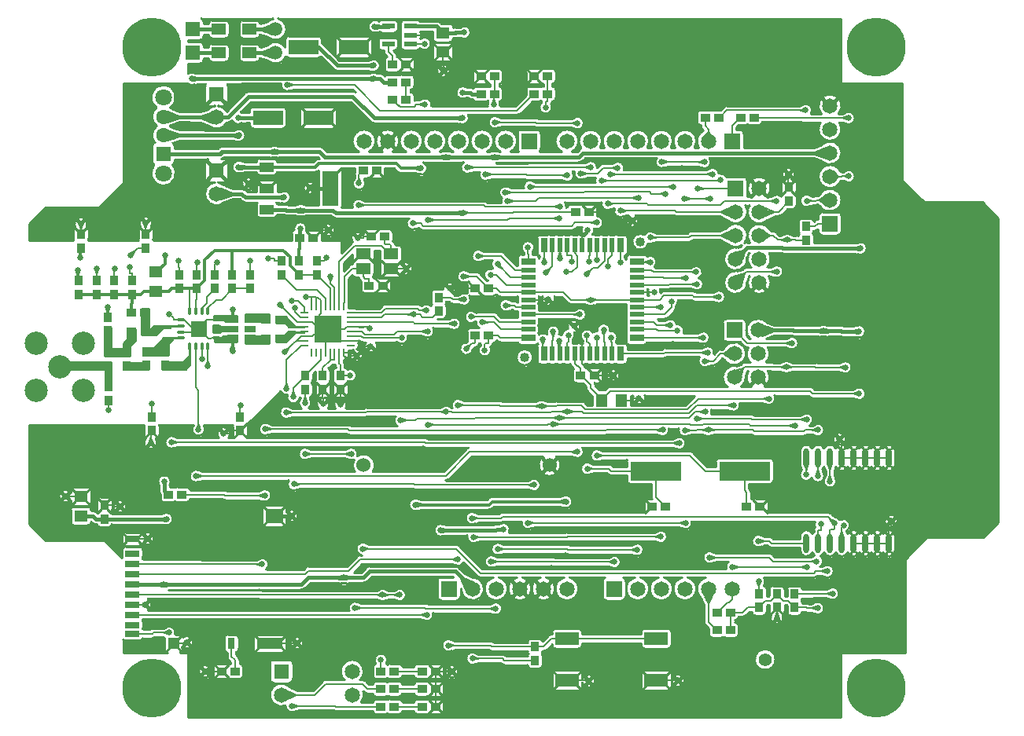
<source format=gtl>
*
%LPD*%
%LNSABOTEN2-L1*%
%FSLAX25Y25*%
%MOIN*%
%AD*%
%AD*%
%ADD19C,0.25*%
%ADD20R,0.065X0.065*%
%ADD21C,0.065*%
%ADD26C,0.06*%
%ADD28R,0.118109843X0.118109843*%
%ADD33R,0.062990157X0.062990157*%
%ADD37C,0.008*%
%ADD38C,0.012*%
%ADD39C,0.015*%
%ADD40C,0.01*%
%ADD41R,0.064959843X0.064959843*%
%ADD42C,0.064959843*%
%ADD60R,0.059059843X0.059059843*%
%ADD61C,0.059059843*%
%ADD64C,0.098429921*%
%ADD65C,0.062990157*%
%ADD68C,0.070870079*%
%ADD69C,0.055*%
%ADD71C,0.025*%
%ADD90R,0.066929921X0.066929921*%
%ADD99R,0.045X0.025*%
%ADD100R,0.035X0.039*%
%ADD101R,0.039X0.035*%
%ADD102R,0.058X0.05*%
%ADD103R,0.125979921X0.062990157*%
%ADD104R,0.05X0.058*%
%ADD105R,0.059059843X0.047240157*%
%ADD106R,0.098429921X0.055120079*%
%ADD107R,0.059059843X0.027559843*%
%ADD108R,0.0315X0.047240157*%
%ADD109R,0.047240157X0.047240157*%
%ADD110R,0.110240157X0.047240157*%
%ADD111R,0.0748X0.062990157*%
%ADD112O,0.039370079X0.011809843*%
%ADD113O,0.011809843X0.039370079*%
%ADD114R,0.06X0.04*%
%ADD115R,0.07X0.15*%
%ADD116R,0.055120079X0.023620079*%
%ADD117O,0.039370079X0.009840157*%
%ADD118O,0.009840157X0.039370079*%
%ADD119O,0.039370079X0.009840157*%
%ADD120O,0.009840157X0.039370079*%
%ADD121R,0.03X0.06*%
%ADD122R,0.02X0.06*%
%ADD123R,0.06X0.03*%
%ADD124R,0.06X0.02*%
%ADD125C,0.04*%
%ADD126O,0.023620079X0.082679921*%
%ADD127R,0.062990157X0.045279921*%
%ADD128R,0.217X0.08*%
G54D19*
%SRX1Y1I0.0J0.0*%
G1X167129Y364432D3*
G1X474129Y364432D3*
G1X167129Y92432D3*
G1X474129Y92432D3*
G54D20*
G1X414129Y244232D3*
G1X293129Y134432D3*
G1X327129Y324432D3*
G1X363129Y134432D3*
G1X413129Y324432D3*
G1X414629Y304432D3*
G1X454629Y289432D3*
G54D21*
G1X424129Y244232D3*
G1X414129Y234232D3*
G1X424129Y234232D3*
G1X414129Y224232D3*
G1X424129Y224232D3*
G1X303129Y134432D3*
G1X313129Y134432D3*
G1X323129Y134432D3*
G1X333129Y134432D3*
G1X343129Y134432D3*
G1X317129Y324432D3*
G1X307129Y324432D3*
G1X297129Y324432D3*
G1X287129Y324432D3*
G1X277129Y324432D3*
G1X267129Y324432D3*
G1X257129Y324432D3*
G1X373129Y134432D3*
G1X383129Y134432D3*
G1X393129Y134432D3*
G1X403129Y134432D3*
G1X413129Y134432D3*
G1X403129Y324432D3*
G1X393129Y324432D3*
G1X383129Y324432D3*
G1X373129Y324432D3*
G1X363129Y324432D3*
G1X353129Y324432D3*
G1X343129Y324432D3*
G1X424629Y304432D3*
G1X414629Y294432D3*
G1X424629Y294432D3*
G1X414629Y284432D3*
G1X424629Y284432D3*
G1X414629Y274432D3*
G1X424629Y274432D3*
G1X414629Y264432D3*
G1X424629Y264432D3*
G1X454629Y299432D3*
G1X454629Y309432D3*
G1X454629Y319432D3*
G1X454629Y329432D3*
G1X454629Y339432D3*
G54D26*
G1X257011Y186932D3*
G1X335751Y186932D3*
G54D28*
G1X241729Y244632D3*
G54D33*
G1X172129Y319058D3*
G1X229129Y84732D2*
G54D37*
G1X227230Y85333D1*
G1X228279Y84732D1*
G1X227230Y84131D1*
G1X229129Y84732D1*
G1X227230Y84131D3*
G1X227931Y84931D2*
G1X228501Y84931D1*
G1X227929Y84352D2*
G1X227929Y84531D1*
G1X227929Y84933D2*
G1X227929Y85112D1*
G1X228729Y84605D2*
G1X228729Y84859D1*
G1X228625Y89432D2*
G1X224143Y91446D1*
G1X225776Y89432D1*
G1X224143Y87418D1*
G1X228625Y89432D1*
G1X224143Y87418D3*
G1X224791Y88218D2*
G1X225924Y88218D1*
G1X225441Y89018D2*
G1X227704Y89018D1*
G1X225464Y89818D2*
G1X227766Y89818D1*
G1X224815Y90618D2*
G1X225985Y90618D1*
G1X224165Y91418D2*
G1X224205Y91418D1*
G1X224729Y87681D2*
G1X224729Y88140D1*
G1X224729Y90724D2*
G1X224729Y91183D1*
G1X225529Y88041D2*
G1X225529Y89126D1*
G1X225529Y89738D2*
G1X225529Y90823D1*
G1X226329Y88400D2*
G1X226329Y90464D1*
G1X227129Y88760D2*
G1X227129Y90104D1*
G1X227929Y89119D2*
G1X227929Y89745D1*
G1X192329Y99432D2*
G1X190430Y100033D1*
G1X191479Y99432D1*
G1X190430Y98831D1*
G1X192329Y99432D1*
G1X190430Y98831D3*
G1X191131Y99631D2*
G1X191701Y99631D1*
G1X191129Y99052D2*
G1X191129Y99231D1*
G1X191129Y99633D2*
G1X191129Y99812D1*
G1X191929Y99305D2*
G1X191929Y99559D1*
G1X291829Y99432D2*
G1X293728Y98831D1*
G1X292679Y99432D1*
G1X293728Y100033D1*
G1X291829Y99432D1*
G1X293728Y98831D3*
G1X292458Y99631D2*
G1X293026Y99631D1*
G1X291929Y99400D2*
G1X291929Y99464D1*
G1X292729Y99147D2*
G1X292729Y99403D1*
G1X292729Y99461D2*
G1X292729Y99717D1*
G1X293529Y98894D2*
G1X293529Y98945D1*
G1X293529Y99919D2*
G1X293529Y99970D1*
G1X305629Y104832D2*
G1X303730Y105433D1*
G1X304779Y104832D1*
G1X303730Y104231D1*
G1X305629Y104832D1*
G1X303730Y104231D3*
G1X304431Y105031D2*
G1X305001Y105031D1*
G1X303929Y104294D2*
G1X303929Y104345D1*
G1X303929Y105319D2*
G1X303929Y105370D1*
G1X304729Y104547D2*
G1X304729Y104803D1*
G1X304729Y104861D2*
G1X304729Y105117D1*
G1X305529Y104800D2*
G1X305529Y104864D1*
G1X172029Y115832D2*
G1X173928Y115231D1*
G1X172879Y115832D1*
G1X173928Y116433D1*
G1X172029Y115832D1*
G1X173928Y115231D3*
G1X172658Y116031D2*
G1X173226Y116031D1*
G1X172729Y115610D2*
G1X172729Y116054D1*
G1X173529Y115357D2*
G1X173529Y115460D1*
G1X173529Y116204D2*
G1X173529Y116307D1*
G1X226429Y111432D2*
G1X228128Y110831D1*
G1X227079Y111432D1*
G1X228128Y112033D1*
G1X226429Y111432D1*
G1X228128Y110831D3*
G1X226991Y111631D2*
G1X227426Y111631D1*
G1X227129Y111184D2*
G1X227129Y111403D1*
G1X227129Y111461D2*
G1X227129Y111680D1*
G1X227929Y110901D2*
G1X227929Y110945D1*
G1X227929Y111919D2*
G1X227929Y111963D1*
G1X295429Y110432D2*
G1X293530Y111033D1*
G1X294579Y110432D1*
G1X293530Y109831D1*
G1X295429Y110432D1*
G1X293530Y109831D3*
G1X294231Y110631D2*
G1X294801Y110631D1*
G1X294329Y110084D2*
G1X294329Y110289D1*
G1X294329Y110575D2*
G1X294329Y110780D1*
G1X295129Y110337D2*
G1X295129Y110527D1*
G1X281329Y123432D2*
G1X283228Y122831D1*
G1X282179Y123432D1*
G1X283228Y124033D1*
G1X281329Y123432D1*
G1X283228Y122831D3*
G1X281958Y123631D2*
G1X282526Y123631D1*
G1X281529Y123369D2*
G1X281529Y123495D1*
G1X282329Y123115D2*
G1X282329Y123346D1*
G1X282329Y123518D2*
G1X282329Y123749D1*
G1X283129Y122862D2*
G1X283129Y122888D1*
G1X283129Y123976D2*
G1X283129Y124002D1*
G1X255829Y126332D2*
G1X253930Y126933D1*
G1X254979Y126332D1*
G1X253930Y125731D1*
G1X255829Y126332D1*
G1X253930Y125731D3*
G1X254631Y126531D2*
G1X255201Y126531D1*
G1X254329Y125857D2*
G1X254329Y125960D1*
G1X254329Y126704D2*
G1X254329Y126807D1*
G1X255129Y126110D2*
G1X255129Y126554D1*
G1X310529Y126032D2*
G1X312428Y125431D1*
G1X311379Y126032D1*
G1X312428Y126633D1*
G1X310529Y126032D1*
G1X312428Y125431D3*
G1X311158Y126231D2*
G1X311726Y126231D1*
G1X311129Y125842D2*
G1X311129Y126222D1*
G1X311929Y125589D2*
G1X311929Y125717D1*
G1X311929Y126347D2*
G1X311929Y126475D1*
G1X432129Y124532D2*
G1X431528Y122633D1*
G1X432129Y123682D1*
G1X432730Y122633D1*
G1X432129Y124532D1*
G1X431528Y122633D3*
G1X432730Y122633D3*
G1X431781Y123433D2*
G1X431986Y123433D1*
G1X432271Y123433D2*
G1X432476Y123433D1*
G1X432035Y124233D2*
G1X432224Y124233D1*
G1X431929Y123333D2*
G1X431929Y123900D1*
G1X432729Y122635D2*
G1X432729Y122636D1*
G1X446929Y126232D2*
G1X448828Y125631D1*
G1X447779Y126232D1*
G1X448828Y126833D1*
G1X446929Y126232D1*
G1X448828Y125631D3*
G1X447558Y126431D2*
G1X448126Y126431D1*
G1X447129Y126169D2*
G1X447129Y126295D1*
G1X447929Y125915D2*
G1X447929Y126146D1*
G1X447929Y126318D2*
G1X447929Y126549D1*
G1X448729Y125662D2*
G1X448729Y125688D1*
G1X448729Y126776D2*
G1X448729Y126802D1*
G1X262529Y131832D2*
G1X264428Y131231D1*
G1X263379Y131832D1*
G1X264428Y132433D1*
G1X262529Y131832D1*
G1X264428Y131231D3*
G1X263158Y132031D2*
G1X263726Y132031D1*
G1X263129Y131642D2*
G1X263129Y132022D1*
G1X263929Y131389D2*
G1X263929Y131517D1*
G1X263929Y132147D2*
G1X263929Y132275D1*
G1X267529Y131832D2*
G1X265630Y132433D1*
G1X266679Y131832D1*
G1X265630Y131231D1*
G1X267529Y131832D1*
G1X265630Y131231D3*
G1X266331Y132031D2*
G1X266901Y132031D1*
G1X266329Y131452D2*
G1X266329Y131631D1*
G1X266329Y132033D2*
G1X266329Y132212D1*
G1X267129Y131705D2*
G1X267129Y131959D1*
G1X269729Y131832D2*
G1X271628Y131231D1*
G1X270579Y131832D1*
G1X271628Y132433D1*
G1X269729Y131832D1*
G1X271628Y131231D3*
G1X270358Y132031D2*
G1X270926Y132031D1*
G1X270329Y131642D2*
G1X270329Y132022D1*
G1X271129Y131389D2*
G1X271129Y131517D1*
G1X271129Y132147D2*
G1X271129Y132275D1*
G1X403129Y127932D2*
G1X405144Y132417D1*
G1X403129Y130782D1*
G1X401114Y132417D1*
G1X403129Y127932D1*
G1X403129Y127932D3*
G1X402770Y128732D2*
G1X403489Y128732D1*
G1X402410Y129532D2*
G1X403848Y129532D1*
G1X402051Y130332D2*
G1X404208Y130332D1*
G1X401691Y131132D2*
G1X402698Y131132D1*
G1X403561Y131132D2*
G1X404566Y131132D1*
G1X401331Y131932D2*
G1X401711Y131932D1*
G1X404546Y131932D2*
G1X404926Y131932D1*
G1X401529Y131493D2*
G1X401529Y132080D1*
G1X402329Y129712D2*
G1X402329Y131431D1*
G1X403129Y127932D2*
G1X403129Y130782D1*
G1X403929Y129712D2*
G1X403929Y131431D1*
G1X404729Y131493D2*
G1X404729Y132080D1*
G1X424429Y135232D2*
G1X425030Y137131D1*
G1X424429Y136082D1*
G1X423828Y137131D1*
G1X424429Y135232D1*
G1X424429Y135232D3*
G1X424176Y136032D2*
G1X424681Y136032D1*
G1X423923Y136832D2*
G1X423999Y136832D1*
G1X424859Y136832D2*
G1X424936Y136832D1*
G1X423929Y136812D2*
G1X423929Y136955D1*
G1X424729Y136180D2*
G1X424729Y136606D1*
G1X453229Y132432D2*
G1X455128Y131831D1*
G1X454079Y132432D1*
G1X455128Y133033D1*
G1X453229Y132432D1*
G1X455128Y131831D3*
G1X453858Y132631D2*
G1X454426Y132631D1*
G1X453529Y132337D2*
G1X453529Y132527D1*
G1X454329Y132084D2*
G1X454329Y132289D1*
G1X454329Y132575D2*
G1X454329Y132780D1*
G1X294429Y146832D2*
G1X296328Y146231D1*
G1X295279Y146832D1*
G1X296328Y147433D1*
G1X294429Y146832D1*
G1X296328Y146231D3*
G1X295058Y147031D2*
G1X295626Y147031D1*
G1X295129Y146610D2*
G1X295129Y147054D1*
G1X295929Y146357D2*
G1X295929Y146460D1*
G1X295929Y147204D2*
G1X295929Y147307D1*
G1X211529Y144832D2*
G1X213428Y144231D1*
G1X212379Y144832D1*
G1X213428Y145433D1*
G1X211529Y144832D1*
G1X213428Y144231D3*
G1X212158Y145031D2*
G1X212726Y145031D1*
G1X211929Y144705D2*
G1X211929Y144959D1*
G1X212729Y144452D2*
G1X212729Y144631D1*
G1X212729Y145033D2*
G1X212729Y145212D1*
G1X313529Y146032D2*
G1X311630Y146633D1*
G1X312679Y146032D1*
G1X311630Y145431D1*
G1X313529Y146032D1*
G1X311630Y145431D3*
G1X312331Y146231D2*
G1X312901Y146231D1*
G1X311929Y145526D2*
G1X311929Y145602D1*
G1X311929Y146462D2*
G1X311929Y146538D1*
G1X312729Y145779D2*
G1X312729Y146285D1*
G1X313529Y146032D3*
G1X360729Y145832D2*
G1X362628Y145231D1*
G1X361579Y145832D1*
G1X362628Y146433D1*
G1X360729Y145832D1*
G1X362628Y145231D3*
G1X361358Y146031D2*
G1X361926Y146031D1*
G1X360729Y145832D3*
G1X361529Y145579D2*
G1X361529Y146085D1*
G1X362329Y145326D2*
G1X362329Y145402D1*
G1X362329Y146262D2*
G1X362329Y146338D1*
G1X406129Y147732D2*
G1X404230Y148333D1*
G1X405279Y147732D1*
G1X404230Y147131D1*
G1X406129Y147732D1*
G1X404230Y147131D3*
G1X404931Y147931D2*
G1X405501Y147931D1*
G1X404729Y147289D2*
G1X404729Y147417D1*
G1X404729Y148047D2*
G1X404729Y148175D1*
G1X405529Y147542D2*
G1X405529Y147922D1*
G1X446529Y146132D2*
G1X448428Y145531D1*
G1X447379Y146132D1*
G1X448428Y146733D1*
G1X446529Y146132D1*
G1X448428Y145531D3*
G1X447158Y146331D2*
G1X447726Y146331D1*
G1X447129Y145942D2*
G1X447129Y146322D1*
G1X447929Y145689D2*
G1X447929Y145817D1*
G1X447929Y146447D2*
G1X447929Y146575D1*
G1X415729Y143732D2*
G1X413830Y144333D1*
G1X414879Y143732D1*
G1X413830Y143131D1*
G1X415729Y143732D1*
G1X413830Y143131D3*
G1X414531Y143931D2*
G1X415101Y143931D1*
G1X414329Y143289D2*
G1X414329Y143417D1*
G1X414329Y144047D2*
G1X414329Y144175D1*
G1X415129Y143542D2*
G1X415129Y143922D1*
G1X442529Y143632D2*
G1X444428Y143031D1*
G1X443379Y143632D1*
G1X444428Y144233D1*
G1X442529Y143632D1*
G1X444428Y143031D3*
G1X443158Y143831D2*
G1X443726Y143831D1*
G1X443129Y143442D2*
G1X443129Y143822D1*
G1X443929Y143189D2*
G1X443929Y143317D1*
G1X443929Y143947D2*
G1X443929Y144075D1*
G1X259129Y151432D2*
G1X257230Y152033D1*
G1X258279Y151432D1*
G1X257230Y150831D1*
G1X259129Y151432D1*
G1X257230Y150831D3*
G1X257931Y151631D2*
G1X258501Y151631D1*
G1X257529Y150926D2*
G1X257529Y151002D1*
G1X257529Y151862D2*
G1X257529Y151938D1*
G1X258329Y151179D2*
G1X258329Y151685D1*
G1X259129Y151432D3*
G1X451029Y141932D2*
G1X452928Y141331D1*
G1X451879Y141932D1*
G1X452928Y142533D1*
G1X451029Y141932D1*
G1X452928Y141331D3*
G1X451658Y142131D2*
G1X452226Y142131D1*
G1X451129Y141900D2*
G1X451129Y141964D1*
G1X451929Y141647D2*
G1X451929Y141903D1*
G1X451929Y141961D2*
G1X451929Y142217D1*
G1X452729Y141394D2*
G1X452729Y141445D1*
G1X452729Y142419D2*
G1X452729Y142470D1*
G1X306029Y156432D2*
G1X304130Y157033D1*
G1X305179Y156432D1*
G1X304130Y155831D1*
G1X306029Y156432D1*
G1X304130Y155831D3*
G1X304831Y156631D2*
G1X305401Y156631D1*
G1X304729Y156021D2*
G1X304729Y156174D1*
G1X304729Y156690D2*
G1X304729Y156843D1*
G1X305529Y156274D2*
G1X305529Y156590D1*
G1X380429Y156532D2*
G1X382328Y155931D1*
G1X381279Y156532D1*
G1X382328Y157133D1*
G1X380429Y156532D1*
G1X382328Y155931D3*
G1X381058Y156731D2*
G1X381626Y156731D1*
G1X380729Y156437D2*
G1X380729Y156627D1*
G1X381529Y156184D2*
G1X381529Y156389D1*
G1X381529Y156675D2*
G1X381529Y156880D1*
G1X316229Y151332D2*
G1X314330Y151933D1*
G1X315379Y151332D1*
G1X314330Y150731D1*
G1X316229Y151332D1*
G1X314330Y150731D3*
G1X315031Y151531D2*
G1X315601Y151531D1*
G1X315129Y150984D2*
G1X315129Y151189D1*
G1X315129Y151475D2*
G1X315129Y151680D1*
G1X315929Y151237D2*
G1X315929Y151427D1*
G1X370429Y151032D2*
G1X372328Y150431D1*
G1X371279Y151032D1*
G1X372328Y151633D1*
G1X370429Y151032D1*
G1X372328Y150431D3*
G1X371058Y151231D2*
G1X371626Y151231D1*
G1X371129Y150810D2*
G1X371129Y151254D1*
G1X371929Y150557D2*
G1X371929Y150660D1*
G1X371929Y151404D2*
G1X371929Y151507D1*
G1X426729Y154732D2*
G1X424830Y155333D1*
G1X425879Y154732D1*
G1X424830Y154131D1*
G1X426729Y154732D1*
G1X424830Y154131D3*
G1X425531Y154931D2*
G1X426101Y154931D1*
G1X425529Y154352D2*
G1X425529Y154531D1*
G1X425529Y154933D2*
G1X425529Y155112D1*
G1X426329Y154605D2*
G1X426329Y154859D1*
G1X459629Y159137D2*
G1X459076Y157327D1*
G1X459629Y158356D1*
G1X460181Y157327D1*
G1X459629Y159137D1*
G1X459076Y157327D3*
G1X460181Y157327D3*
G1X459321Y158127D2*
G1X459506Y158127D1*
G1X459751Y158127D2*
G1X459936Y158127D1*
G1X459565Y158927D2*
G1X459693Y158927D1*
G1X459129Y157424D2*
G1X459129Y157498D1*
G1X459929Y157797D2*
G1X459929Y158154D1*
G1X166729Y198932D2*
G1X166128Y197033D1*
G1X166729Y198082D1*
G1X167330Y197033D1*
G1X166729Y198932D1*
G1X166128Y197033D3*
G1X167330Y197033D3*
G1X166381Y197833D2*
G1X166586Y197833D1*
G1X166871Y197833D2*
G1X167076Y197833D1*
G1X166635Y198633D2*
G1X166824Y198633D1*
G1X166128Y197033D3*
G1X166928Y197735D2*
G1X166928Y198303D1*
G1X188429Y182332D2*
G1X186530Y182933D1*
G1X187579Y182332D1*
G1X186530Y181731D1*
G1X188429Y182332D1*
G1X186530Y181731D3*
G1X187231Y182531D2*
G1X187801Y182531D1*
G1X187129Y181921D2*
G1X187129Y182074D1*
G1X187129Y182590D2*
G1X187129Y182743D1*
G1X187929Y182174D2*
G1X187929Y182490D1*
G1X345129Y192532D2*
G1X347028Y191931D1*
G1X345979Y192532D1*
G1X347028Y193133D1*
G1X345129Y192532D1*
G1X347028Y191931D3*
G1X345758Y192731D2*
G1X346326Y192731D1*
G1X345529Y192405D2*
G1X345529Y192659D1*
G1X346329Y192152D2*
G1X346329Y192331D1*
G1X346329Y192733D2*
G1X346329Y192912D1*
G1X178029Y196632D2*
G1X176130Y197233D1*
G1X177179Y196632D1*
G1X176130Y196031D1*
G1X178029Y196632D1*
G1X176130Y196031D3*
G1X176831Y196831D2*
G1X177401Y196831D1*
G1X176729Y196221D2*
G1X176729Y196374D1*
G1X176729Y196890D2*
G1X176729Y197043D1*
G1X177529Y196474D2*
G1X177529Y196790D1*
G1X388229Y196232D2*
G1X390128Y195631D1*
G1X389079Y196232D1*
G1X390128Y196833D1*
G1X388229Y196232D1*
G1X390128Y195631D3*
G1X388858Y196431D2*
G1X389426Y196431D1*
G1X388729Y196074D2*
G1X388729Y196390D1*
G1X389529Y195821D2*
G1X389529Y195974D1*
G1X389529Y196490D2*
G1X389529Y196643D1*
G1X212629Y174032D2*
G1X214528Y173431D1*
G1X213479Y174032D1*
G1X214528Y174633D1*
G1X212629Y174032D1*
G1X214528Y173431D3*
G1X213258Y174231D2*
G1X213826Y174231D1*
G1X212729Y174000D2*
G1X212729Y174064D1*
G1X213529Y173747D2*
G1X213529Y174003D1*
G1X213529Y174061D2*
G1X213529Y174317D1*
G1X214329Y173494D2*
G1X214329Y173545D1*
G1X214329Y174519D2*
G1X214329Y174570D1*
G1X229929Y178832D2*
G1X228030Y179433D1*
G1X229079Y178832D1*
G1X228030Y178231D1*
G1X229929Y178832D1*
G1X228030Y178231D3*
G1X228731Y179031D2*
G1X229301Y179031D1*
G1X228729Y178452D2*
G1X228729Y178631D1*
G1X228729Y179033D2*
G1X228729Y179212D1*
G1X229529Y178705D2*
G1X229529Y178959D1*
G1X326729Y178532D2*
G1X328628Y177931D1*
G1X327579Y178532D1*
G1X328628Y179133D1*
G1X326729Y178532D1*
G1X328628Y177931D3*
G1X327358Y178731D2*
G1X327926Y178731D1*
G1X327129Y178405D2*
G1X327129Y178659D1*
G1X327929Y178152D2*
G1X327929Y178331D1*
G1X327929Y178733D2*
G1X327929Y178912D1*
G1X234629Y191732D2*
G1X232730Y192333D1*
G1X233779Y191732D1*
G1X232730Y191131D1*
G1X234629Y191732D1*
G1X232730Y191131D3*
G1X233431Y191931D2*
G1X234001Y191931D1*
G1X233529Y191384D2*
G1X233529Y191589D1*
G1X233529Y191875D2*
G1X233529Y192080D1*
G1X234329Y191637D2*
G1X234329Y191827D1*
G1X249229Y191732D2*
G1X251128Y191131D1*
G1X250079Y191732D1*
G1X251128Y192333D1*
G1X249229Y191732D1*
G1X251128Y191131D3*
G1X249858Y191931D2*
G1X250426Y191931D1*
G1X249529Y191637D2*
G1X249529Y191827D1*
G1X250329Y191384D2*
G1X250329Y191589D1*
G1X250329Y191875D2*
G1X250329Y192080D1*
G1X305429Y164432D2*
G1X303530Y165033D1*
G1X304579Y164432D1*
G1X303530Y163831D1*
G1X305429Y164432D1*
G1X303530Y163831D3*
G1X304231Y164631D2*
G1X304801Y164631D1*
G1X303929Y163957D2*
G1X303929Y164060D1*
G1X303929Y164804D2*
G1X303929Y164907D1*
G1X304729Y164210D2*
G1X304729Y164654D1*
G1X454678Y164083D2*
G1X455579Y162332D1*
G1X455261Y163499D1*
G1X456429Y163182D1*
G1X454678Y164083D1*
G1X455579Y162332D3*
G1X455166Y163132D2*
G1X455361Y163132D1*
G1X454756Y163932D2*
G1X454971Y163932D1*
G1X455129Y163206D2*
G1X455129Y163851D1*
G1X455929Y163318D2*
G1X455929Y163439D1*
G1X329129Y162432D2*
G1X327230Y163033D1*
G1X328279Y162432D1*
G1X327230Y161831D1*
G1X329129Y162432D1*
G1X327230Y161831D3*
G1X327931Y162631D2*
G1X328501Y162631D1*
G1X327929Y162052D2*
G1X327929Y162231D1*
G1X327929Y162633D2*
G1X327929Y162812D1*
G1X328729Y162305D2*
G1X328729Y162559D1*
G1X390929Y162432D2*
G1X392828Y161831D1*
G1X391779Y162432D1*
G1X392828Y163033D1*
G1X390929Y162432D1*
G1X392828Y161831D3*
G1X391558Y162631D2*
G1X392126Y162631D1*
G1X391129Y162369D2*
G1X391129Y162495D1*
G1X391929Y162115D2*
G1X391929Y162346D1*
G1X391929Y162518D2*
G1X391929Y162749D1*
G1X392729Y161862D2*
G1X392729Y161888D1*
G1X392729Y162976D2*
G1X392729Y163002D1*
G1X358329Y191032D2*
G1X356430Y191633D1*
G1X357479Y191032D1*
G1X356430Y190431D1*
G1X358329Y191032D1*
G1X356430Y190431D3*
G1X357131Y191231D2*
G1X357701Y191231D1*
G1X356729Y190526D2*
G1X356729Y190602D1*
G1X356729Y191462D2*
G1X356729Y191538D1*
G1X357529Y190779D2*
G1X357529Y191285D1*
G1X358329Y191032D3*
G1X354229Y185432D2*
G1X352330Y186033D1*
G1X353379Y185432D1*
G1X352330Y184831D1*
G1X354229Y185432D1*
G1X352330Y184831D3*
G1X353031Y185631D2*
G1X353601Y185631D1*
G1X352729Y184957D2*
G1X352729Y185060D1*
G1X352729Y185804D2*
G1X352729Y185907D1*
G1X353529Y185210D2*
G1X353529Y185654D1*
G1X454629Y182532D2*
G1X454028Y180633D1*
G1X454629Y181682D1*
G1X455230Y180633D1*
G1X454629Y182532D1*
G1X454028Y180633D3*
G1X455230Y180633D3*
G1X454281Y181433D2*
G1X454486Y181433D1*
G1X454771Y181433D2*
G1X454976Y181433D1*
G1X454535Y182233D2*
G1X454724Y182233D1*
G1X454329Y181158D2*
G1X454329Y181584D1*
G1X455129Y180809D2*
G1X455129Y180952D1*
G1X454629Y184727D2*
G1X455181Y186537D1*
G1X454629Y185508D1*
G1X454076Y186537D1*
G1X454629Y184727D1*
G1X454629Y184727D3*
G1X454385Y185527D2*
G1X454619Y185527D1*
G1X454639Y185527D2*
G1X454873Y185527D1*
G1X454141Y186327D2*
G1X454189Y186327D1*
G1X455069Y186327D2*
G1X455116Y186327D1*
G1X454329Y185710D2*
G1X454329Y186067D1*
G1X455129Y186366D2*
G1X455129Y186440D1*
G1X444629Y184727D2*
G1X445181Y186537D1*
G1X444629Y185508D1*
G1X444076Y186537D1*
G1X444629Y184727D1*
G1X444629Y184727D3*
G1X444385Y185527D2*
G1X444619Y185527D1*
G1X444639Y185527D2*
G1X444873Y185527D1*
G1X444141Y186327D2*
G1X444189Y186327D1*
G1X445069Y186327D2*
G1X445116Y186327D1*
G1X444729Y185055D2*
G1X444729Y185695D1*
G1X449529Y184832D2*
G1X448928Y182933D1*
G1X449529Y183982D1*
G1X450130Y182933D1*
G1X449529Y184832D1*
G1X448928Y182933D3*
G1X450130Y182933D3*
G1X449181Y183733D2*
G1X449386Y183733D1*
G1X449671Y183733D2*
G1X449876Y183733D1*
G1X449435Y184533D2*
G1X449624Y184533D1*
G1X449529Y183982D2*
G1X449529Y184832D1*
G1X148529Y251332D2*
G1X149130Y253231D1*
G1X148529Y252182D1*
G1X147928Y253231D1*
G1X148529Y251332D1*
G1X148529Y251332D3*
G1X148276Y252132D2*
G1X148781Y252132D1*
G1X148023Y252932D2*
G1X148099Y252932D1*
G1X148959Y252932D2*
G1X149036Y252932D1*
G1X147928Y253231D3*
G1X148728Y251961D2*
G1X148728Y252529D1*
G1X143829Y267932D2*
G1X144430Y269831D1*
G1X143829Y268782D1*
G1X143228Y269831D1*
G1X143829Y267932D1*
G1X143829Y267932D3*
G1X143576Y268732D2*
G1X144081Y268732D1*
G1X143323Y269532D2*
G1X143399Y269532D1*
G1X144259Y269532D2*
G1X144336Y269532D1*
G1X143228Y269831D3*
G1X144028Y268561D2*
G1X144028Y269129D1*
G1X135929Y267132D2*
G1X136530Y269031D1*
G1X135929Y267982D1*
G1X135328Y269031D1*
G1X135929Y267132D1*
G1X135929Y267132D3*
G1X135676Y267932D2*
G1X136181Y267932D1*
G1X135423Y268732D2*
G1X135499Y268732D1*
G1X136359Y268732D2*
G1X136436Y268732D1*
G1X135328Y269031D3*
G1X136128Y267761D2*
G1X136128Y268329D1*
G1X160096Y277900D2*
G1X158329Y276982D1*
G1X159496Y277299D1*
G1X159179Y276132D1*
G1X160096Y277900D1*
G1X159179Y276132D3*
G1X159396Y276932D2*
G1X159594Y276932D1*
G1X159774Y277732D2*
G1X160010Y277732D1*
G1X158329Y276982D3*
G1X159129Y277199D2*
G1X159129Y277397D1*
G1X159929Y277577D2*
G1X159929Y277813D1*
G1X136829Y277332D2*
G1X136228Y275433D1*
G1X136829Y276482D1*
G1X137430Y275433D1*
G1X136829Y277332D1*
G1X136228Y275433D3*
G1X137430Y275433D3*
G1X136481Y276233D2*
G1X136686Y276233D1*
G1X136971Y276233D2*
G1X137176Y276233D1*
G1X136735Y277033D2*
G1X136924Y277033D1*
G1X136228Y275433D3*
G1X137028Y276135D2*
G1X137028Y276703D1*
G1X191029Y231432D2*
G1X190428Y229533D1*
G1X191029Y230582D1*
G1X191630Y229533D1*
G1X191029Y231432D1*
G1X190428Y229533D3*
G1X191630Y229533D3*
G1X190681Y230333D2*
G1X190886Y230333D1*
G1X191171Y230333D2*
G1X191376Y230333D1*
G1X190935Y231133D2*
G1X191124Y231133D1*
G1X191129Y230407D2*
G1X191129Y231116D1*
G1X187029Y204632D2*
G1X186428Y202733D1*
G1X187029Y203782D1*
G1X187630Y202733D1*
G1X187029Y204632D1*
G1X186428Y202733D3*
G1X187630Y202733D3*
G1X186681Y203533D2*
G1X186886Y203533D1*
G1X187171Y203533D2*
G1X187376Y203533D1*
G1X186935Y204333D2*
G1X187124Y204333D1*
G1X187129Y203607D2*
G1X187129Y204316D1*
G1X186029Y243132D2*
G1X187728Y242531D1*
G1X186679Y243132D1*
G1X187728Y243733D1*
G1X186029Y243132D1*
G1X187728Y242531D3*
G1X186591Y243331D2*
G1X187026Y243331D1*
G1X186329Y243026D2*
G1X186329Y243238D1*
G1X187129Y242743D2*
G1X187129Y242874D1*
G1X187129Y243390D2*
G1X187129Y243521D1*
G1X227229Y218332D2*
G1X226628Y216433D1*
G1X227229Y217482D1*
G1X227830Y216433D1*
G1X227229Y218332D1*
G1X226628Y216433D3*
G1X227830Y216433D3*
G1X226881Y217233D2*
G1X227086Y217233D1*
G1X227371Y217233D2*
G1X227576Y217233D1*
G1X227135Y218033D2*
G1X227324Y218033D1*
G1X227129Y217307D2*
G1X227129Y218016D1*
G1X223296Y253264D2*
G1X222379Y255032D1*
G1X222696Y253865D1*
G1X221529Y254182D1*
G1X223296Y253264D1*
G1X223296Y253264D3*
G1X221756Y254064D2*
G1X221963Y254064D1*
G1X222641Y254064D2*
G1X222881Y254064D1*
G1X222425Y254864D2*
G1X222466Y254864D1*
G1X222329Y253767D2*
G1X222329Y253965D1*
G1X223129Y253351D2*
G1X223129Y253587D1*
G1X225196Y236600D2*
G1X223429Y235682D1*
G1X224596Y235999D1*
G1X224279Y234832D1*
G1X225196Y236600D1*
G1X224279Y234832D3*
G1X224496Y235632D2*
G1X224694Y235632D1*
G1X224874Y236432D2*
G1X225110Y236432D1*
G1X223929Y235818D2*
G1X223929Y235942D1*
G1X224729Y235699D2*
G1X224729Y236357D1*
G1X243029Y265032D2*
G1X243514Y266134D1*
G1X243029Y265182D1*
G1X242544Y266134D1*
G1X243029Y265032D1*
G1X243029Y265032D3*
G1X242676Y265832D2*
G1X242698Y265832D1*
G1X243360Y265832D2*
G1X243381Y265832D1*
G1X243129Y265259D2*
G1X243129Y265378D1*
G1X247129Y215132D2*
G1X246528Y213233D1*
G1X247129Y214282D1*
G1X247730Y213233D1*
G1X247129Y215132D1*
G1X246528Y213233D3*
G1X247730Y213233D3*
G1X246781Y214033D2*
G1X246986Y214033D1*
G1X247271Y214033D2*
G1X247476Y214033D1*
G1X247035Y214833D2*
G1X247224Y214833D1*
G1X247129Y214282D2*
G1X247129Y215132D1*
G1X232129Y215832D2*
G1X231528Y213933D1*
G1X232129Y214982D1*
G1X232730Y213933D1*
G1X232129Y215832D1*
G1X231528Y213933D3*
G1X232730Y213933D3*
G1X231781Y214733D2*
G1X231986Y214733D1*
G1X232271Y214733D2*
G1X232476Y214733D1*
G1X232035Y215533D2*
G1X232224Y215533D1*
G1X231929Y214633D2*
G1X231929Y215200D1*
G1X232729Y213935D2*
G1X232729Y213936D1*
G1X224329Y221932D2*
G1X223728Y220033D1*
G1X224329Y221082D1*
G1X224930Y220033D1*
G1X224329Y221932D1*
G1X223728Y220033D3*
G1X224930Y220033D3*
G1X223981Y220833D2*
G1X224186Y220833D1*
G1X224471Y220833D2*
G1X224676Y220833D1*
G1X224235Y221633D2*
G1X224424Y221633D1*
G1X223929Y220384D2*
G1X223929Y220668D1*
G1X224729Y220384D2*
G1X224729Y220668D1*
G1X275129Y205932D2*
G1X273230Y206533D1*
G1X274279Y205932D1*
G1X273230Y205331D1*
G1X275129Y205932D1*
G1X273230Y205331D3*
G1X273931Y206131D2*
G1X274501Y206131D1*
G1X273529Y205426D2*
G1X273529Y205502D1*
G1X273529Y206362D2*
G1X273529Y206438D1*
G1X274329Y205679D2*
G1X274329Y206185D1*
G1X275129Y205932D3*
G1X337529Y207032D2*
G1X339428Y206431D1*
G1X338379Y207032D1*
G1X339428Y207633D1*
G1X337529Y207032D1*
G1X339428Y206431D3*
G1X338158Y207231D2*
G1X338726Y207231D1*
G1X337529Y207032D3*
G1X338329Y206779D2*
G1X338329Y207285D1*
G1X339129Y206526D2*
G1X339129Y206602D1*
G1X339129Y207462D2*
G1X339129Y207538D1*
G1X226629Y209232D2*
G1X224730Y209833D1*
G1X225779Y209232D1*
G1X224730Y208631D1*
G1X226629Y209232D1*
G1X224730Y208631D3*
G1X225431Y209431D2*
G1X226001Y209431D1*
G1X225529Y208884D2*
G1X225529Y209089D1*
G1X225529Y209375D2*
G1X225529Y209580D1*
G1X226329Y209137D2*
G1X226329Y209327D1*
G1X289529Y209532D2*
G1X291428Y208931D1*
G1X290379Y209532D1*
G1X291428Y210133D1*
G1X289529Y209532D1*
G1X291428Y208931D3*
G1X290158Y209731D2*
G1X290726Y209731D1*
G1X289529Y209532D3*
G1X290329Y209279D2*
G1X290329Y209785D1*
G1X291129Y209026D2*
G1X291129Y209102D1*
G1X291129Y209962D2*
G1X291129Y210038D1*
G1X217829Y202232D2*
G1X215930Y202833D1*
G1X216979Y202232D1*
G1X215930Y201631D1*
G1X217829Y202232D1*
G1X215930Y201631D3*
G1X216631Y202431D2*
G1X217201Y202431D1*
G1X216729Y201884D2*
G1X216729Y202089D1*
G1X216729Y202375D2*
G1X216729Y202580D1*
G1X217529Y202137D2*
G1X217529Y202327D1*
G1X381229Y201832D2*
G1X383128Y201231D1*
G1X382079Y201832D1*
G1X383128Y202433D1*
G1X381229Y201832D1*
G1X383128Y201231D3*
G1X381858Y202031D2*
G1X382426Y202031D1*
G1X381529Y201737D2*
G1X381529Y201927D1*
G1X382329Y201484D2*
G1X382329Y201689D1*
G1X382329Y201975D2*
G1X382329Y202180D1*
G1X281729Y252632D2*
G1X282963Y252104D1*
G1X281979Y252632D1*
G1X282963Y253160D1*
G1X281729Y252632D1*
G1X282963Y252104D3*
G1X282365Y252904D2*
G1X282486Y252904D1*
G1X282329Y252375D2*
G1X282329Y252444D1*
G1X282329Y252820D2*
G1X282329Y252889D1*
G1X275729Y250832D2*
G1X277628Y250231D1*
G1X276579Y250832D1*
G1X277628Y251433D1*
G1X275729Y250832D1*
G1X277628Y250231D3*
G1X276358Y251031D2*
G1X276926Y251031D1*
G1X275929Y250769D2*
G1X275929Y250895D1*
G1X276729Y250515D2*
G1X276729Y250746D1*
G1X276729Y250918D2*
G1X276729Y251149D1*
G1X277529Y250262D2*
G1X277529Y250288D1*
G1X277529Y251376D2*
G1X277529Y251402D1*
G1X292929Y246947D2*
G1X294825Y246335D1*
G1X293779Y246942D1*
G1X294831Y247537D1*
G1X292929Y246947D1*
G1X294825Y246335D3*
G1X293535Y247135D2*
G1X294120Y247135D1*
G1X293529Y246753D2*
G1X293529Y247133D1*
G1X294329Y246495D2*
G1X294329Y246622D1*
G1X294329Y247253D2*
G1X294329Y247381D1*
G1X281629Y243732D2*
G1X283528Y243131D1*
G1X282479Y243732D1*
G1X283528Y244333D1*
G1X281629Y243732D1*
G1X283528Y243131D3*
G1X282258Y243931D2*
G1X282826Y243931D1*
G1X282329Y243510D2*
G1X282329Y243954D1*
G1X283129Y243257D2*
G1X283129Y243360D1*
G1X283129Y244104D2*
G1X283129Y244207D1*
G1X258308Y237432D2*
G1X259308Y236982D1*
G1X258379Y237432D1*
G1X259308Y237882D1*
G1X258308Y237432D1*
G1X259308Y236982D3*
G1X259086Y237782D2*
G1X259101Y237782D1*
G1X258329Y237422D2*
G1X258329Y237442D1*
G1X259129Y237062D2*
G1X259129Y237069D1*
G1X259129Y237795D2*
G1X259129Y237802D1*
G1X355729Y257132D2*
G1X353830Y257733D1*
G1X354879Y257132D1*
G1X353830Y256531D1*
G1X355729Y257132D1*
G1X353830Y256531D3*
G1X354531Y257331D2*
G1X355101Y257331D1*
G1X354329Y256689D2*
G1X354329Y256817D1*
G1X354329Y257447D2*
G1X354329Y257575D1*
G1X355129Y256942D2*
G1X355129Y257322D1*
G1X335896Y270300D2*
G1X334129Y269382D1*
G1X335296Y269699D1*
G1X334979Y268532D1*
G1X335896Y270300D1*
G1X334979Y268532D3*
G1X335196Y269332D2*
G1X335394Y269332D1*
G1X335574Y270132D2*
G1X335810Y270132D1*
G1X334329Y269436D2*
G1X334329Y269486D1*
G1X335129Y268821D2*
G1X335129Y269085D1*
G1X335129Y269653D2*
G1X335129Y269901D1*
G1X295929Y261832D2*
G1X294030Y262433D1*
G1X295079Y261832D1*
G1X294030Y261231D1*
G1X295929Y261832D1*
G1X294030Y261231D3*
G1X294731Y262031D2*
G1X295301Y262031D1*
G1X294329Y261326D2*
G1X294329Y261402D1*
G1X294329Y262262D2*
G1X294329Y262338D1*
G1X295129Y261579D2*
G1X295129Y262085D1*
G1X295929Y261832D3*
G1X347681Y244281D2*
G1X346979Y245832D1*
G1X347296Y244665D1*
G1X346129Y244982D1*
G1X347681Y244281D1*
G1X347681Y244281D3*
G1X347183Y245081D2*
G1X347319Y245081D1*
G1X346329Y244892D2*
G1X346329Y244928D1*
G1X347129Y244530D2*
G1X347129Y244711D1*
G1X347129Y245279D2*
G1X347129Y245500D1*
G1X301881Y237683D2*
G1X300621Y237177D1*
G1X301696Y237499D1*
G1X301374Y236424D1*
G1X301881Y237683D1*
G1X301374Y236424D3*
G1X300736Y237224D2*
G1X300776Y237224D1*
G1X301614Y237224D2*
G1X301696Y237224D1*
G1X300729Y237209D2*
G1X300729Y237221D1*
G1X301529Y236809D2*
G1X301529Y236942D1*
G1X301529Y237449D2*
G1X301529Y237542D1*
G1X301829Y267032D2*
G1X299930Y267633D1*
G1X300979Y267032D1*
G1X299930Y266431D1*
G1X301829Y267032D1*
G1X299930Y266431D3*
G1X300631Y267231D2*
G1X301201Y267231D1*
G1X300729Y266684D2*
G1X300729Y266889D1*
G1X300729Y267175D2*
G1X300729Y267380D1*
G1X301529Y266937D2*
G1X301529Y267127D1*
G1X340729Y209732D2*
G1X342628Y209131D1*
G1X341579Y209732D1*
G1X342628Y210333D1*
G1X340729Y209732D1*
G1X342628Y209131D3*
G1X341358Y209931D2*
G1X341926Y209931D1*
G1X340729Y209732D3*
G1X341529Y209479D2*
G1X341529Y209985D1*
G1X342329Y209226D2*
G1X342329Y209302D1*
G1X342329Y210162D2*
G1X342329Y210238D1*
G1X353196Y269800D2*
G1X351429Y268882D1*
G1X352596Y269199D1*
G1X352279Y268032D1*
G1X353196Y269800D1*
G1X352279Y268032D3*
G1X352496Y268832D2*
G1X352694Y268832D1*
G1X352874Y269632D2*
G1X353110Y269632D1*
G1X351929Y269018D2*
G1X351929Y269142D1*
G1X352729Y268899D2*
G1X352729Y269557D1*
G1X333429Y275432D2*
G1X332828Y273533D1*
G1X333429Y274582D1*
G1X334030Y273533D1*
G1X333429Y275432D1*
G1X332828Y273533D3*
G1X334030Y273533D3*
G1X333081Y274333D2*
G1X333286Y274333D1*
G1X333571Y274333D2*
G1X333776Y274333D1*
G1X333335Y275133D2*
G1X333524Y275133D1*
G1X333529Y274407D2*
G1X333529Y275116D1*
G1X308029Y275732D2*
G1X306130Y276333D1*
G1X307179Y275732D1*
G1X306130Y275131D1*
G1X308029Y275732D1*
G1X306130Y275131D3*
G1X306831Y275931D2*
G1X307401Y275931D1*
G1X306329Y275194D2*
G1X306329Y275245D1*
G1X306329Y276219D2*
G1X306329Y276270D1*
G1X307129Y275447D2*
G1X307129Y275703D1*
G1X307129Y275761D2*
G1X307129Y276017D1*
G1X307929Y275700D2*
G1X307929Y275764D1*
G1X309729Y247532D2*
G1X307830Y248133D1*
G1X308879Y247532D1*
G1X307830Y246931D1*
G1X309729Y247532D1*
G1X307830Y246931D3*
G1X308531Y247731D2*
G1X309101Y247731D1*
G1X307929Y246962D2*
G1X307929Y246988D1*
G1X307929Y248076D2*
G1X307929Y248102D1*
G1X308729Y247215D2*
G1X308729Y247446D1*
G1X308729Y247618D2*
G1X308729Y247849D1*
G1X309529Y247469D2*
G1X309529Y247595D1*
G1X299529Y212432D2*
G1X297630Y213033D1*
G1X298679Y212432D1*
G1X297630Y211831D1*
G1X299529Y212432D1*
G1X297630Y211831D3*
G1X298331Y212631D2*
G1X298901Y212631D1*
G1X298329Y212052D2*
G1X298329Y212231D1*
G1X298329Y212633D2*
G1X298329Y212812D1*
G1X299129Y212305D2*
G1X299129Y212559D1*
G1X329929Y211932D2*
G1X331828Y211331D1*
G1X330779Y211932D1*
G1X331828Y212533D1*
G1X329929Y211932D1*
G1X331828Y211331D3*
G1X330558Y212131D2*
G1X331126Y212131D1*
G1X330329Y211805D2*
G1X330329Y212059D1*
G1X331129Y211552D2*
G1X331129Y211731D1*
G1X331129Y212133D2*
G1X331129Y212312D1*
G1X304229Y249832D2*
G1X303256Y250272D1*
G1X304179Y249832D1*
G1X303256Y249392D1*
G1X304229Y249832D1*
G1X303256Y249392D3*
G1X303425Y250192D2*
G1X303434Y250192D1*
G1X303929Y249696D2*
G1X303929Y249713D1*
G1X303929Y249951D2*
G1X303929Y249968D1*
G1X315496Y270464D2*
G1X314579Y272232D1*
G1X314896Y271065D1*
G1X313729Y271382D1*
G1X315496Y270464D1*
G1X315496Y270464D3*
G1X313956Y271264D2*
G1X314163Y271264D1*
G1X314841Y271264D2*
G1X315081Y271264D1*
G1X314625Y272064D2*
G1X314666Y272064D1*
G1X314329Y271071D2*
G1X314329Y271219D1*
G1X315129Y270655D2*
G1X315129Y271173D1*
G1X286829Y204132D2*
G1X284930Y204733D1*
G1X285979Y204132D1*
G1X284930Y203531D1*
G1X286829Y204132D1*
G1X284930Y203531D3*
G1X285631Y204331D2*
G1X286201Y204331D1*
G1X285529Y203721D2*
G1X285529Y203874D1*
G1X285529Y204390D2*
G1X285529Y204543D1*
G1X286329Y203974D2*
G1X286329Y204290D1*
G1X340129Y277232D2*
G1X339528Y275333D1*
G1X340129Y276382D1*
G1X340730Y275333D1*
G1X340129Y277232D1*
G1X339528Y275333D3*
G1X340730Y275333D3*
G1X339781Y276133D2*
G1X339986Y276133D1*
G1X340271Y276133D2*
G1X340476Y276133D1*
G1X340035Y276933D2*
G1X340224Y276933D1*
G1X339929Y276033D2*
G1X339929Y276600D1*
G1X340729Y275335D2*
G1X340729Y275336D1*
G1X342529Y207032D2*
G1X340630Y207633D1*
G1X341679Y207032D1*
G1X340630Y206431D1*
G1X342529Y207032D1*
G1X340630Y206431D3*
G1X341331Y207231D2*
G1X341901Y207231D1*
G1X340729Y206462D2*
G1X340729Y206488D1*
G1X340729Y207576D2*
G1X340729Y207602D1*
G1X341529Y206715D2*
G1X341529Y206946D1*
G1X341529Y207118D2*
G1X341529Y207349D1*
G1X342329Y206969D2*
G1X342329Y207095D1*
G1X399329Y209532D2*
G1X401228Y208931D1*
G1X400179Y209532D1*
G1X401228Y210133D1*
G1X399329Y209532D1*
G1X401228Y208931D3*
G1X399958Y209731D2*
G1X400526Y209731D1*
G1X399929Y209342D2*
G1X399929Y209722D1*
G1X400729Y209089D2*
G1X400729Y209217D1*
G1X400729Y209847D2*
G1X400729Y209975D1*
G1X339829Y204232D2*
G1X337930Y204833D1*
G1X338979Y204232D1*
G1X337930Y203631D1*
G1X339829Y204232D1*
G1X337930Y203631D3*
G1X338631Y204431D2*
G1X339201Y204431D1*
G1X338329Y203757D2*
G1X338329Y203860D1*
G1X338329Y204604D2*
G1X338329Y204707D1*
G1X339129Y204010D2*
G1X339129Y204454D1*
G1X437329Y203732D2*
G1X439228Y203131D1*
G1X438179Y203732D1*
G1X439228Y204333D1*
G1X437329Y203732D1*
G1X439228Y203131D3*
G1X437958Y203931D2*
G1X438526Y203931D1*
G1X437529Y203669D2*
G1X437529Y203795D1*
G1X438329Y203415D2*
G1X438329Y203646D1*
G1X438329Y203818D2*
G1X438329Y204049D1*
G1X439129Y203162D2*
G1X439129Y203188D1*
G1X439129Y204276D2*
G1X439129Y204302D1*
G1X319529Y254732D2*
G1X317830Y255333D1*
G1X318879Y254732D1*
G1X317830Y254131D1*
G1X319529Y254732D1*
G1X317830Y254131D3*
G1X318531Y254931D2*
G1X318966Y254931D1*
G1X318329Y254307D2*
G1X318329Y254417D1*
G1X318329Y255047D2*
G1X318329Y255157D1*
G1X319129Y254590D2*
G1X319129Y254874D1*
G1X334929Y211932D2*
G1X333030Y212533D1*
G1X334079Y211932D1*
G1X333030Y211331D1*
G1X334929Y211932D1*
G1X333030Y211331D3*
G1X333731Y212131D2*
G1X334301Y212131D1*
G1X333529Y211489D2*
G1X333529Y211617D1*
G1X333529Y212247D2*
G1X333529Y212375D1*
G1X334329Y211742D2*
G1X334329Y212122D1*
G1X426229Y215132D2*
G1X428128Y214531D1*
G1X427079Y215132D1*
G1X428128Y215733D1*
G1X426229Y215132D1*
G1X428128Y214531D3*
G1X426858Y215331D2*
G1X427426Y215331D1*
G1X426329Y215100D2*
G1X426329Y215164D1*
G1X427129Y214847D2*
G1X427129Y215103D1*
G1X427129Y215161D2*
G1X427129Y215417D1*
G1X427929Y214594D2*
G1X427929Y214645D1*
G1X427929Y215619D2*
G1X427929Y215670D1*
G1X345729Y209732D2*
G1X343830Y210333D1*
G1X344879Y209732D1*
G1X343830Y209131D1*
G1X345729Y209732D1*
G1X343830Y209131D3*
G1X344531Y209931D2*
G1X345101Y209931D1*
G1X343929Y209162D2*
G1X343929Y209188D1*
G1X343929Y210276D2*
G1X343929Y210302D1*
G1X344729Y209415D2*
G1X344729Y209646D1*
G1X344729Y209818D2*
G1X344729Y210049D1*
G1X345529Y209669D2*
G1X345529Y209795D1*
G1X411329Y212332D2*
G1X413228Y211731D1*
G1X412179Y212332D1*
G1X413228Y212933D1*
G1X411329Y212332D1*
G1X413228Y211731D3*
G1X411958Y212531D2*
G1X412526Y212531D1*
G1X411929Y212142D2*
G1X411929Y212522D1*
G1X412729Y211889D2*
G1X412729Y212017D1*
G1X412729Y212647D2*
G1X412729Y212775D1*
G1X333029Y237832D2*
G1X333630Y239731D1*
G1X333029Y238682D1*
G1X332428Y239731D1*
G1X333029Y237832D1*
G1X333029Y237832D3*
G1X332776Y238632D2*
G1X333281Y238632D1*
G1X332523Y239432D2*
G1X332599Y239432D1*
G1X333459Y239432D2*
G1X333536Y239432D1*
G1X332729Y238780D2*
G1X332729Y239206D1*
G1X333529Y239412D2*
G1X333529Y239555D1*
G1X339829Y237132D2*
G1X340430Y239031D1*
G1X339829Y237982D1*
G1X339228Y239031D1*
G1X339829Y237132D1*
G1X339829Y237132D3*
G1X339576Y237932D2*
G1X340081Y237932D1*
G1X339323Y238732D2*
G1X339399Y238732D1*
G1X340259Y238732D2*
G1X340336Y238732D1*
G1X339929Y237448D2*
G1X339929Y238157D1*
G1X358729Y241832D2*
G1X359330Y243731D1*
G1X358729Y242682D1*
G1X358128Y243731D1*
G1X358729Y241832D1*
G1X358729Y241832D3*
G1X358476Y242632D2*
G1X358981Y242632D1*
G1X358223Y243432D2*
G1X358299Y243432D1*
G1X359159Y243432D2*
G1X359236Y243432D1*
G1X358329Y243096D2*
G1X358329Y243380D1*
G1X359129Y243096D2*
G1X359129Y243380D1*
G1X346129Y250832D2*
G1X348028Y250231D1*
G1X346979Y250832D1*
G1X348028Y251433D1*
G1X346129Y250832D1*
G1X348028Y250231D3*
G1X346758Y251031D2*
G1X347326Y251031D1*
G1X346329Y250769D2*
G1X346329Y250895D1*
G1X347129Y250515D2*
G1X347129Y250746D1*
G1X347129Y250918D2*
G1X347129Y251149D1*
G1X347929Y250262D2*
G1X347929Y250288D1*
G1X347929Y251376D2*
G1X347929Y251402D1*
G1X333129Y257332D2*
G1X334728Y256731D1*
G1X333679Y257332D1*
G1X334728Y257933D1*
G1X333129Y257332D1*
G1X334728Y256731D3*
G1X333658Y257531D2*
G1X334026Y257531D1*
G1X333529Y257182D2*
G1X333529Y257482D1*
G1X334329Y256881D2*
G1X334329Y256960D1*
G1X334329Y257704D2*
G1X334329Y257783D1*
G1X350729Y257132D2*
G1X352628Y256531D1*
G1X351579Y257132D1*
G1X352628Y257733D1*
G1X350729Y257132D1*
G1X352628Y256531D3*
G1X351358Y257331D2*
G1X351926Y257331D1*
G1X351129Y257005D2*
G1X351129Y257259D1*
G1X351929Y256752D2*
G1X351929Y256931D1*
G1X351929Y257333D2*
G1X351929Y257512D1*
G1X337329Y241132D2*
G1X337930Y243031D1*
G1X337329Y241982D1*
G1X336728Y243031D1*
G1X337329Y241132D1*
G1X337329Y241132D3*
G1X337076Y241932D2*
G1X337581Y241932D1*
G1X336823Y242732D2*
G1X336899Y242732D1*
G1X337759Y242732D2*
G1X337836Y242732D1*
G1X336729Y243028D2*
G1X336729Y243029D1*
G1X337529Y241764D2*
G1X337529Y242331D1*
G1X297029Y257232D2*
G1X298928Y256631D1*
G1X297879Y257232D1*
G1X298928Y257833D1*
G1X297029Y257232D1*
G1X298928Y256631D3*
G1X297658Y257431D2*
G1X298226Y257431D1*
G1X297529Y257074D2*
G1X297529Y257390D1*
G1X298329Y256821D2*
G1X298329Y256974D1*
G1X298329Y257490D2*
G1X298329Y257643D1*
G1X360229Y225032D2*
G1X362128Y224431D1*
G1X361079Y225032D1*
G1X362128Y225633D1*
G1X360229Y225032D1*
G1X362128Y224431D3*
G1X360858Y225231D2*
G1X361426Y225231D1*
G1X360729Y224874D2*
G1X360729Y225190D1*
G1X361529Y224621D2*
G1X361529Y224774D1*
G1X361529Y225290D2*
G1X361529Y225443D1*
G1X464529Y217232D2*
G1X466428Y216631D1*
G1X465379Y217232D1*
G1X466428Y217833D1*
G1X464529Y217232D1*
G1X466428Y216631D3*
G1X465158Y217431D2*
G1X465726Y217431D1*
G1X464729Y217169D2*
G1X464729Y217295D1*
G1X465529Y216915D2*
G1X465529Y217146D1*
G1X465529Y217318D2*
G1X465529Y217549D1*
G1X466329Y216662D2*
G1X466329Y216688D1*
G1X466329Y217776D2*
G1X466329Y217802D1*
G1X405629Y201832D2*
G1X403730Y202433D1*
G1X404779Y201832D1*
G1X403730Y201231D1*
G1X405629Y201832D1*
G1X403730Y201231D3*
G1X404431Y202031D2*
G1X405001Y202031D1*
G1X403929Y201294D2*
G1X403929Y201345D1*
G1X403929Y202319D2*
G1X403929Y202370D1*
G1X404729Y201547D2*
G1X404729Y201803D1*
G1X404729Y201861D2*
G1X404729Y202117D1*
G1X405529Y201800D2*
G1X405529Y201864D1*
G1X447029Y201832D2*
G1X448928Y201231D1*
G1X447879Y201832D1*
G1X448928Y202433D1*
G1X447029Y201832D1*
G1X448928Y201231D3*
G1X447658Y202031D2*
G1X448226Y202031D1*
G1X447129Y201800D2*
G1X447129Y201864D1*
G1X447929Y201547D2*
G1X447929Y201803D1*
G1X447929Y201861D2*
G1X447929Y202117D1*
G1X448729Y201294D2*
G1X448729Y201345D1*
G1X448729Y202319D2*
G1X448729Y202370D1*
G1X404029Y231132D2*
G1X402130Y231733D1*
G1X403179Y231132D1*
G1X402130Y230531D1*
G1X404029Y231132D1*
G1X402130Y230531D3*
G1X402831Y231331D2*
G1X403401Y231331D1*
G1X402329Y230594D2*
G1X402329Y230645D1*
G1X402329Y231619D2*
G1X402329Y231670D1*
G1X403129Y230847D2*
G1X403129Y231103D1*
G1X403129Y231161D2*
G1X403129Y231417D1*
G1X403929Y231100D2*
G1X403929Y231164D1*
G1X409529Y234232D2*
G1X411758Y232651D1*
G1X410479Y234232D1*
G1X411758Y235813D1*
G1X409529Y234232D1*
G1X411758Y232651D3*
G1X410630Y233451D2*
G1X411111Y233451D1*
G1X409556Y234251D2*
G1X410495Y234251D1*
G1X410684Y235051D2*
G1X411141Y235051D1*
G1X409529Y234232D3*
G1X410329Y233665D2*
G1X410329Y234799D1*
G1X411129Y233097D2*
G1X411129Y233428D1*
G1X411129Y235036D2*
G1X411129Y235367D1*
G1X438629Y228532D2*
G1X436730Y229133D1*
G1X437779Y228532D1*
G1X436730Y227931D1*
G1X438629Y228532D1*
G1X436730Y227931D3*
G1X437431Y228731D2*
G1X438001Y228731D1*
G1X437529Y228184D2*
G1X437529Y228389D1*
G1X437529Y228675D2*
G1X437529Y228880D1*
G1X438329Y228437D2*
G1X438329Y228627D1*
G1X458629Y228432D2*
G1X460528Y227831D1*
G1X459479Y228432D1*
G1X460528Y229033D1*
G1X458629Y228432D1*
G1X460528Y227831D3*
G1X459258Y228631D2*
G1X459826Y228631D1*
G1X459129Y228274D2*
G1X459129Y228590D1*
G1X459929Y228021D2*
G1X459929Y228174D1*
G1X459929Y228690D2*
G1X459929Y228843D1*
G1X395929Y268832D2*
G1X397296Y268263D1*
G1X396279Y268832D1*
G1X397296Y269401D1*
G1X395929Y268832D1*
G1X397296Y268263D3*
G1X396485Y269063D2*
G1X396693Y269063D1*
G1X395929Y268832D3*
G1X396729Y268499D2*
G1X396729Y268581D1*
G1X396729Y269083D2*
G1X396729Y269165D1*
G1X395629Y201732D2*
G1X393730Y202333D1*
G1X394779Y201732D1*
G1X393730Y201131D1*
G1X395629Y201732D1*
G1X393730Y201131D3*
G1X394431Y201931D2*
G1X395001Y201931D1*
G1X394329Y201321D2*
G1X394329Y201474D1*
G1X394329Y201990D2*
G1X394329Y202143D1*
G1X395129Y201574D2*
G1X395129Y201890D1*
G1X400629Y201832D2*
G1X402528Y201231D1*
G1X401479Y201832D1*
G1X402528Y202433D1*
G1X400629Y201832D1*
G1X402528Y201231D3*
G1X401258Y202031D2*
G1X401826Y202031D1*
G1X400729Y201800D2*
G1X400729Y201864D1*
G1X401529Y201547D2*
G1X401529Y201803D1*
G1X401529Y201861D2*
G1X401529Y202117D1*
G1X402329Y201294D2*
G1X402329Y201345D1*
G1X402329Y202319D2*
G1X402329Y202370D1*
G1X375929Y273132D2*
G1X377828Y272531D1*
G1X376779Y273132D1*
G1X377828Y273733D1*
G1X375929Y273132D1*
G1X377828Y272531D3*
G1X376558Y273331D2*
G1X377126Y273331D1*
G1X375929Y273132D3*
G1X376729Y272879D2*
G1X376729Y273385D1*
G1X377529Y272626D2*
G1X377529Y272702D1*
G1X377529Y273562D2*
G1X377529Y273638D1*
G1X391129Y266232D2*
G1X393028Y265631D1*
G1X391979Y266232D1*
G1X393028Y266833D1*
G1X391129Y266232D1*
G1X393028Y265631D3*
G1X391758Y266431D2*
G1X392326Y266431D1*
G1X391129Y266232D3*
G1X391929Y265979D2*
G1X391929Y266485D1*
G1X392729Y265726D2*
G1X392729Y265802D1*
G1X392729Y266662D2*
G1X392729Y266738D1*
G1X395729Y263732D2*
G1X397628Y263131D1*
G1X396579Y263732D1*
G1X397628Y264333D1*
G1X395729Y263732D1*
G1X397628Y263131D3*
G1X396358Y263931D2*
G1X396926Y263931D1*
G1X395929Y263669D2*
G1X395929Y263795D1*
G1X396729Y263415D2*
G1X396729Y263646D1*
G1X396729Y263818D2*
G1X396729Y264049D1*
G1X397529Y263162D2*
G1X397529Y263188D1*
G1X397529Y264276D2*
G1X397529Y264302D1*
G1X405029Y258332D2*
G1X406928Y257731D1*
G1X405879Y258332D1*
G1X406928Y258933D1*
G1X405029Y258332D1*
G1X406928Y257731D3*
G1X405658Y258531D2*
G1X406226Y258531D1*
G1X405529Y258174D2*
G1X405529Y258490D1*
G1X406329Y257921D2*
G1X406329Y258074D1*
G1X406329Y258590D2*
G1X406329Y258743D1*
G1X380529Y253932D2*
G1X382428Y253331D1*
G1X381379Y253932D1*
G1X382428Y254533D1*
G1X380529Y253932D1*
G1X382428Y253331D3*
G1X381158Y254131D2*
G1X381726Y254131D1*
G1X380729Y253869D2*
G1X380729Y253995D1*
G1X381529Y253615D2*
G1X381529Y253846D1*
G1X381529Y254018D2*
G1X381529Y254249D1*
G1X382329Y253362D2*
G1X382329Y253388D1*
G1X382329Y254476D2*
G1X382329Y254502D1*
G1X384429Y246332D2*
G1X386328Y245731D1*
G1X385279Y246332D1*
G1X386328Y246933D1*
G1X384429Y246332D1*
G1X386328Y245731D3*
G1X385058Y246531D2*
G1X385626Y246531D1*
G1X384729Y246237D2*
G1X384729Y246427D1*
G1X385529Y245984D2*
G1X385529Y246189D1*
G1X385529Y246475D2*
G1X385529Y246680D1*
G1X398429Y241032D2*
G1X400328Y240431D1*
G1X399279Y241032D1*
G1X400328Y241633D1*
G1X398429Y241032D1*
G1X400328Y240431D3*
G1X399058Y241231D2*
G1X399626Y241231D1*
G1X399129Y240810D2*
G1X399129Y241254D1*
G1X399929Y240557D2*
G1X399929Y240660D1*
G1X399929Y241404D2*
G1X399929Y241507D1*
G1X400329Y234732D2*
G1X402228Y234131D1*
G1X401179Y234732D1*
G1X402228Y235333D1*
G1X400329Y234732D1*
G1X402228Y234131D3*
G1X400958Y234931D2*
G1X401526Y234931D1*
G1X400729Y234605D2*
G1X400729Y234859D1*
G1X401529Y234352D2*
G1X401529Y234531D1*
G1X401529Y234933D2*
G1X401529Y235112D1*
G1X418381Y268183D2*
G1X414706Y267281D1*
G1X417210Y267013D1*
G1X417478Y264509D1*
G1X418381Y268183D1*
G1X417478Y264509D3*
G1X417391Y265309D2*
G1X417675Y265309D1*
G1X417306Y266109D2*
G1X417871Y266109D1*
G1X417221Y266909D2*
G1X418068Y266909D1*
G1X416446Y267709D2*
G1X418264Y267709D1*
G1X415129Y267236D2*
G1X415129Y267385D1*
G1X415929Y267150D2*
G1X415929Y267581D1*
G1X416729Y267064D2*
G1X416729Y267778D1*
G1X417529Y264716D2*
G1X417529Y267974D1*
G1X418329Y267974D2*
G1X418329Y268171D1*
G1X429629Y269032D2*
G1X431528Y268431D1*
G1X430479Y269032D1*
G1X431528Y269633D1*
G1X429629Y269032D1*
G1X431528Y268431D3*
G1X430258Y269231D2*
G1X430826Y269231D1*
G1X430329Y268810D2*
G1X430329Y269254D1*
G1X431129Y268557D2*
G1X431129Y268660D1*
G1X431129Y269404D2*
G1X431129Y269507D1*
G1X417781Y227883D2*
G1X414303Y227077D1*
G1X416710Y226813D1*
G1X416974Y224406D1*
G1X417781Y227883D1*
G1X416974Y224406D3*
G1X416886Y225206D2*
G1X417159Y225206D1*
G1X416798Y226006D2*
G1X417345Y226006D1*
G1X416711Y226806D2*
G1X417531Y226806D1*
G1X416584Y227606D2*
G1X417716Y227606D1*
G1X414329Y227074D2*
G1X414329Y227083D1*
G1X415129Y226986D2*
G1X415129Y227268D1*
G1X415929Y226899D2*
G1X415929Y227454D1*
G1X416729Y226639D2*
G1X416729Y227640D1*
G1X417529Y226800D2*
G1X417529Y227825D1*
G1X433629Y228532D2*
G1X435528Y227931D1*
G1X434479Y228532D1*
G1X435528Y229133D1*
G1X433629Y228532D1*
G1X435528Y227931D3*
G1X434258Y228731D2*
G1X434826Y228731D1*
G1X434329Y228310D2*
G1X434329Y228754D1*
G1X435129Y228057D2*
G1X435129Y228160D1*
G1X435129Y228904D2*
G1X435129Y229007D1*
G1X436029Y238732D2*
G1X437928Y238131D1*
G1X436879Y238732D1*
G1X437928Y239333D1*
G1X436029Y238732D1*
G1X437928Y238131D3*
G1X436658Y238931D2*
G1X437226Y238931D1*
G1X436729Y238510D2*
G1X436729Y238954D1*
G1X437529Y238257D2*
G1X437529Y238360D1*
G1X437529Y239104D2*
G1X437529Y239207D1*
G1X400629Y206632D2*
G1X398730Y207233D1*
G1X399779Y206632D1*
G1X398730Y206031D1*
G1X400629Y206632D1*
G1X398730Y206031D3*
G1X399431Y206831D2*
G1X400001Y206831D1*
G1X399129Y206157D2*
G1X399129Y206260D1*
G1X399129Y207004D2*
G1X399129Y207107D1*
G1X399929Y206410D2*
G1X399929Y206854D1*
G1X442329Y206232D2*
G1X444228Y205631D1*
G1X443179Y206232D1*
G1X444228Y206833D1*
G1X442329Y206232D1*
G1X444228Y205631D3*
G1X442958Y206431D2*
G1X443526Y206431D1*
G1X442329Y206232D3*
G1X443129Y205979D2*
G1X443129Y206485D1*
G1X443929Y205726D2*
G1X443929Y205802D1*
G1X443929Y206662D2*
G1X443929Y206738D1*
G1X164629Y287232D2*
G1X165230Y289131D1*
G1X164629Y288082D1*
G1X164028Y289131D1*
G1X164629Y287232D1*
G1X164629Y287232D3*
G1X164376Y288032D2*
G1X164881Y288032D1*
G1X164123Y288832D2*
G1X164199Y288832D1*
G1X165059Y288832D2*
G1X165136Y288832D1*
G1X164028Y289131D3*
G1X164828Y287861D2*
G1X164828Y288429D1*
G1X137129Y286932D2*
G1X137730Y288831D1*
G1X137129Y287782D1*
G1X136528Y288831D1*
G1X137129Y286932D1*
G1X137129Y286932D3*
G1X136876Y287732D2*
G1X137381Y287732D1*
G1X136623Y288532D2*
G1X136699Y288532D1*
G1X137559Y288532D2*
G1X137636Y288532D1*
G1X136528Y288831D3*
G1X137328Y287561D2*
G1X137328Y288129D1*
G1X257329Y297232D2*
G1X255430Y297833D1*
G1X256479Y297232D1*
G1X255430Y296631D1*
G1X257329Y297232D1*
G1X255430Y296631D3*
G1X256131Y297431D2*
G1X256701Y297431D1*
G1X255929Y296789D2*
G1X255929Y296917D1*
G1X255929Y297547D2*
G1X255929Y297675D1*
G1X256729Y297042D2*
G1X256729Y297422D1*
G1X337729Y296732D2*
G1X339628Y296131D1*
G1X338579Y296732D1*
G1X339628Y297333D1*
G1X337729Y296732D1*
G1X339628Y296131D3*
G1X338358Y296931D2*
G1X338926Y296931D1*
G1X338329Y296542D2*
G1X338329Y296922D1*
G1X339129Y296289D2*
G1X339129Y296417D1*
G1X339129Y297047D2*
G1X339129Y297175D1*
G1X255029Y309032D2*
G1X254428Y307133D1*
G1X255029Y308182D1*
G1X255630Y307133D1*
G1X255029Y309032D1*
G1X254428Y307133D3*
G1X255630Y307133D3*
G1X254681Y307933D2*
G1X254886Y307933D1*
G1X255171Y307933D2*
G1X255376Y307933D1*
G1X254935Y308733D2*
G1X255124Y308733D1*
G1X255129Y308007D2*
G1X255129Y308716D1*
G1X227129Y348332D2*
G1X225230Y348933D1*
G1X226279Y348332D1*
G1X225230Y347731D1*
G1X227129Y348332D1*
G1X225230Y347731D3*
G1X225931Y348531D2*
G1X226501Y348531D1*
G1X225529Y347826D2*
G1X225529Y347902D1*
G1X225529Y348762D2*
G1X225529Y348838D1*
G1X226329Y348079D2*
G1X226329Y348585D1*
G1X227129Y348332D3*
G1X280029Y289532D2*
G1X278430Y290133D1*
G1X279479Y289532D1*
G1X278430Y288931D1*
G1X280029Y289532D1*
G1X278430Y288931D3*
G1X279131Y289731D2*
G1X279500Y289731D1*
G1X279129Y289194D2*
G1X279129Y289331D1*
G1X279129Y289733D2*
G1X279129Y289870D1*
G1X279929Y289494D2*
G1X279929Y289570D1*
G1X353329Y289832D2*
G1X355228Y289231D1*
G1X354179Y289832D1*
G1X355228Y290433D1*
G1X353329Y289832D1*
G1X355228Y289231D3*
G1X353958Y290031D2*
G1X354526Y290031D1*
G1X353529Y289769D2*
G1X353529Y289895D1*
G1X354329Y289515D2*
G1X354329Y289746D1*
G1X354329Y289918D2*
G1X354329Y290149D1*
G1X355129Y289262D2*
G1X355129Y289288D1*
G1X355129Y290376D2*
G1X355129Y290402D1*
G1X280529Y339932D2*
G1X282428Y339331D1*
G1X281379Y339932D1*
G1X282428Y340533D1*
G1X280529Y339932D1*
G1X282428Y339331D3*
G1X281158Y340131D2*
G1X281726Y340131D1*
G1X280729Y339869D2*
G1X280729Y339995D1*
G1X281529Y339615D2*
G1X281529Y339846D1*
G1X281529Y340018D2*
G1X281529Y340249D1*
G1X282329Y339362D2*
G1X282329Y339388D1*
G1X282329Y340476D2*
G1X282329Y340502D1*
G1X301629Y294132D2*
G1X299730Y294733D1*
G1X300779Y294132D1*
G1X299730Y293531D1*
G1X301629Y294132D1*
G1X299730Y293531D3*
G1X300431Y294331D2*
G1X301001Y294331D1*
G1X299929Y293594D2*
G1X299929Y293645D1*
G1X299929Y294619D2*
G1X299929Y294670D1*
G1X300729Y293847D2*
G1X300729Y294103D1*
G1X300729Y294161D2*
G1X300729Y294417D1*
G1X301529Y294100D2*
G1X301529Y294164D1*
G1X315129Y332432D2*
G1X313230Y333033D1*
G1X314279Y332432D1*
G1X313230Y331831D1*
G1X315129Y332432D1*
G1X313230Y331831D3*
G1X313931Y332631D2*
G1X314501Y332631D1*
G1X313529Y331926D2*
G1X313529Y332002D1*
G1X313529Y332862D2*
G1X313529Y332938D1*
G1X314329Y332179D2*
G1X314329Y332685D1*
G1X315129Y332432D3*
G1X345129Y332132D2*
G1X347028Y331531D1*
G1X345979Y332132D1*
G1X347028Y332733D1*
G1X345129Y332132D1*
G1X347028Y331531D3*
G1X345758Y332331D2*
G1X346326Y332331D1*
G1X345529Y332005D2*
G1X345529Y332259D1*
G1X346329Y331752D2*
G1X346329Y331931D1*
G1X346329Y332333D2*
G1X346329Y332512D1*
G1X312129Y342432D2*
G1X311528Y340533D1*
G1X312129Y341582D1*
G1X312730Y340533D1*
G1X312129Y342432D1*
G1X311528Y340533D3*
G1X312730Y340533D3*
G1X311781Y341333D2*
G1X311986Y341333D1*
G1X312271Y341333D2*
G1X312476Y341333D1*
G1X312035Y342133D2*
G1X312224Y342133D1*
G1X311929Y341233D2*
G1X311929Y341800D1*
G1X312729Y340535D2*
G1X312729Y340536D1*
G1X320529Y299032D2*
G1X318630Y299633D1*
G1X319679Y299032D1*
G1X318630Y298431D1*
G1X320529Y299032D1*
G1X318630Y298431D3*
G1X319331Y299231D2*
G1X319901Y299231D1*
G1X319129Y298589D2*
G1X319129Y298717D1*
G1X319129Y299347D2*
G1X319129Y299475D1*
G1X319929Y298842D2*
G1X319929Y299222D1*
G1X370929Y300332D2*
G1X372828Y299731D1*
G1X371779Y300332D1*
G1X372828Y300933D1*
G1X370929Y300332D1*
G1X372828Y299731D3*
G1X371558Y300531D2*
G1X372126Y300531D1*
G1X371129Y300269D2*
G1X371129Y300395D1*
G1X371929Y300015D2*
G1X371929Y300246D1*
G1X371929Y300418D2*
G1X371929Y300649D1*
G1X372729Y299762D2*
G1X372729Y299788D1*
G1X372729Y300876D2*
G1X372729Y300902D1*
G1X351429Y310732D2*
G1X349530Y311333D1*
G1X350579Y310732D1*
G1X349530Y310131D1*
G1X351429Y310732D1*
G1X349530Y310131D3*
G1X350231Y310931D2*
G1X350801Y310931D1*
G1X350329Y310384D2*
G1X350329Y310589D1*
G1X350329Y310875D2*
G1X350329Y311080D1*
G1X351129Y310637D2*
G1X351129Y310827D1*
G1X362129Y313132D2*
G1X364028Y312531D1*
G1X362979Y313132D1*
G1X364028Y313733D1*
G1X362129Y313132D1*
G1X364028Y312531D3*
G1X362758Y313331D2*
G1X363326Y313331D1*
G1X362329Y313069D2*
G1X362329Y313195D1*
G1X363129Y312815D2*
G1X363129Y313046D1*
G1X363129Y313218D2*
G1X363129Y313449D1*
G1X363929Y312562D2*
G1X363929Y312588D1*
G1X363929Y313676D2*
G1X363929Y313702D1*
G1X286829Y290932D2*
G1X284930Y291533D1*
G1X285979Y290932D1*
G1X284930Y290331D1*
G1X286829Y290932D1*
G1X284930Y290331D3*
G1X285631Y291131D2*
G1X286201Y291131D1*
G1X285529Y290521D2*
G1X285529Y290674D1*
G1X285529Y291190D2*
G1X285529Y291343D1*
G1X286329Y290774D2*
G1X286329Y291090D1*
G1X337529Y291732D2*
G1X339428Y291131D1*
G1X338379Y291732D1*
G1X339428Y292333D1*
G1X337529Y291732D1*
G1X339428Y291131D3*
G1X338158Y291931D2*
G1X338726Y291931D1*
G1X337529Y291732D3*
G1X338329Y291479D2*
G1X338329Y291985D1*
G1X339129Y291226D2*
G1X339129Y291302D1*
G1X339129Y292162D2*
G1X339129Y292238D1*
G1X303429Y313232D2*
G1X301530Y313833D1*
G1X302579Y313232D1*
G1X301530Y312631D1*
G1X303429Y313232D1*
G1X301530Y312631D3*
G1X302231Y313431D2*
G1X302801Y313431D1*
G1X302329Y312884D2*
G1X302329Y313089D1*
G1X302329Y313375D2*
G1X302329Y313580D1*
G1X303129Y313137D2*
G1X303129Y313327D1*
G1X350729Y313332D2*
G1X352628Y312731D1*
G1X351579Y313332D1*
G1X352628Y313933D1*
G1X350729Y313332D1*
G1X352628Y312731D3*
G1X351358Y313531D2*
G1X351926Y313531D1*
G1X351129Y313205D2*
G1X351129Y313459D1*
G1X351929Y312952D2*
G1X351929Y313131D1*
G1X351929Y313533D2*
G1X351929Y313712D1*
G1X311129Y310232D2*
G1X309230Y310833D1*
G1X310279Y310232D1*
G1X309230Y309631D1*
G1X311129Y310232D1*
G1X309230Y309631D3*
G1X309931Y310431D2*
G1X310501Y310431D1*
G1X309529Y309726D2*
G1X309529Y309802D1*
G1X309529Y310662D2*
G1X309529Y310738D1*
G1X310329Y309979D2*
G1X310329Y310485D1*
G1X311129Y310232D3*
G1X340829Y309832D2*
G1X342728Y309231D1*
G1X341679Y309832D1*
G1X342728Y310433D1*
G1X340829Y309832D1*
G1X342728Y309231D3*
G1X341458Y310031D2*
G1X342026Y310031D1*
G1X341529Y309610D2*
G1X341529Y310054D1*
G1X342329Y309357D2*
G1X342329Y309460D1*
G1X342329Y310204D2*
G1X342329Y310307D1*
G1X362929Y297832D2*
G1X361030Y298433D1*
G1X362079Y297832D1*
G1X361030Y297231D1*
G1X362929Y297832D1*
G1X361030Y297231D3*
G1X361731Y298031D2*
G1X362301Y298031D1*
G1X361529Y297389D2*
G1X361529Y297517D1*
G1X361529Y298147D2*
G1X361529Y298275D1*
G1X362329Y297642D2*
G1X362329Y298022D1*
G1X429429Y299032D2*
G1X431328Y298431D1*
G1X430279Y299032D1*
G1X431328Y299633D1*
G1X429429Y299032D1*
G1X431328Y298431D3*
G1X430058Y299231D2*
G1X430626Y299231D1*
G1X429529Y299000D2*
G1X429529Y299064D1*
G1X430329Y298747D2*
G1X430329Y299003D1*
G1X430329Y299061D2*
G1X430329Y299317D1*
G1X431129Y298494D2*
G1X431129Y298545D1*
G1X431129Y299519D2*
G1X431129Y299570D1*
G1X360229Y307632D2*
G1X358330Y308233D1*
G1X359379Y307632D1*
G1X358330Y307031D1*
G1X360229Y307632D1*
G1X358330Y307031D3*
G1X359031Y307831D2*
G1X359601Y307831D1*
G1X359129Y307284D2*
G1X359129Y307489D1*
G1X359129Y307775D2*
G1X359129Y307980D1*
G1X359929Y307537D2*
G1X359929Y307727D1*
G1X364029Y310332D2*
G1X362130Y310933D1*
G1X363179Y310332D1*
G1X362130Y309731D1*
G1X364029Y310332D1*
G1X362130Y309731D3*
G1X362831Y310531D2*
G1X363401Y310531D1*
G1X362329Y309794D2*
G1X362329Y309845D1*
G1X362329Y310819D2*
G1X362329Y310870D1*
G1X363129Y310047D2*
G1X363129Y310303D1*
G1X363129Y310361D2*
G1X363129Y310617D1*
G1X363929Y310300D2*
G1X363929Y310364D1*
G1X402329Y310432D2*
G1X404228Y309831D1*
G1X403179Y310432D1*
G1X404228Y311033D1*
G1X402329Y310432D1*
G1X404228Y309831D3*
G1X402958Y310631D2*
G1X403526Y310631D1*
G1X402329Y310432D3*
G1X403129Y310179D2*
G1X403129Y310685D1*
G1X403929Y309926D2*
G1X403929Y310002D1*
G1X403929Y310862D2*
G1X403929Y310938D1*
G1X319529Y302632D2*
G1X317630Y303233D1*
G1X318679Y302632D1*
G1X317630Y302031D1*
G1X319529Y302632D1*
G1X317630Y302031D3*
G1X318331Y302831D2*
G1X318901Y302831D1*
G1X318329Y302252D2*
G1X318329Y302431D1*
G1X318329Y302833D2*
G1X318329Y303012D1*
G1X319129Y302505D2*
G1X319129Y302759D1*
G1X382529Y302132D2*
G1X384428Y301531D1*
G1X383379Y302132D1*
G1X384428Y302733D1*
G1X382529Y302132D1*
G1X384428Y301531D3*
G1X383158Y302331D2*
G1X383726Y302331D1*
G1X383129Y301942D2*
G1X383129Y302322D1*
G1X383929Y301689D2*
G1X383929Y301817D1*
G1X383929Y302447D2*
G1X383929Y302575D1*
G1X329929Y305132D2*
G1X328030Y305733D1*
G1X329079Y305132D1*
G1X328030Y304531D1*
G1X329929Y305132D1*
G1X328030Y304531D3*
G1X328731Y305331D2*
G1X329301Y305331D1*
G1X328729Y304752D2*
G1X328729Y304931D1*
G1X328729Y305333D2*
G1X328729Y305512D1*
G1X329529Y305005D2*
G1X329529Y305259D1*
G1X385729Y305132D2*
G1X387628Y304531D1*
G1X386579Y305132D1*
G1X387628Y305733D1*
G1X385729Y305132D1*
G1X387628Y304531D3*
G1X386358Y305331D2*
G1X386926Y305331D1*
G1X386329Y304942D2*
G1X386329Y305322D1*
G1X387129Y304689D2*
G1X387129Y304817D1*
G1X387129Y305447D2*
G1X387129Y305575D1*
G1X368329Y290632D2*
G1X370228Y290031D1*
G1X369179Y290632D1*
G1X370228Y291233D1*
G1X368329Y290632D1*
G1X370228Y290031D3*
G1X368958Y290831D2*
G1X369526Y290831D1*
G1X368729Y290505D2*
G1X368729Y290759D1*
G1X369529Y290252D2*
G1X369529Y290431D1*
G1X369529Y290833D2*
G1X369529Y291012D1*
G1X437029Y307932D2*
G1X437630Y309831D1*
G1X437029Y308782D1*
G1X436428Y309831D1*
G1X437029Y307932D1*
G1X437029Y307932D3*
G1X436776Y308732D2*
G1X437281Y308732D1*
G1X436523Y309532D2*
G1X436599Y309532D1*
G1X437459Y309532D2*
G1X437536Y309532D1*
G1X436729Y308880D2*
G1X436729Y309306D1*
G1X437529Y309512D2*
G1X437529Y309655D1*
G1X438929Y282532D2*
G1X437030Y283133D1*
G1X438079Y282532D1*
G1X437030Y281931D1*
G1X438929Y282532D1*
G1X437030Y281931D3*
G1X437731Y282731D2*
G1X438301Y282731D1*
G1X437529Y282089D2*
G1X437529Y282217D1*
G1X437529Y282847D2*
G1X437529Y282975D1*
G1X438329Y282342D2*
G1X438329Y282722D1*
G1X368329Y294832D2*
G1X366430Y295433D1*
G1X367479Y294832D1*
G1X366430Y294231D1*
G1X368329Y294832D1*
G1X366430Y294231D3*
G1X367131Y295031D2*
G1X367701Y295031D1*
G1X367129Y294452D2*
G1X367129Y294631D1*
G1X367129Y295033D2*
G1X367129Y295212D1*
G1X367929Y294705D2*
G1X367929Y294959D1*
G1X408129Y294432D2*
G1X412614Y292417D1*
G1X410979Y294432D1*
G1X412614Y296447D1*
G1X408129Y294432D1*
G1X412614Y292417D3*
G1X410834Y293217D2*
G1X411965Y293217D1*
G1X409053Y294017D2*
G1X411316Y294017D1*
G1X408985Y294817D2*
G1X411291Y294817D1*
G1X410766Y295617D2*
G1X411940Y295617D1*
G1X412546Y296417D2*
G1X412589Y296417D1*
G1X408729Y294162D2*
G1X408729Y294702D1*
G1X409529Y293803D2*
G1X409529Y295061D1*
G1X410329Y293443D2*
G1X410329Y295421D1*
G1X411129Y293084D2*
G1X411129Y294247D1*
G1X411129Y294617D2*
G1X411129Y295780D1*
G1X411929Y292724D2*
G1X411929Y293261D1*
G1X411929Y295603D2*
G1X411929Y296140D1*
G1X395429Y300032D2*
G1X393530Y300633D1*
G1X394579Y300032D1*
G1X393530Y299431D1*
G1X395429Y300032D1*
G1X393530Y299431D3*
G1X394231Y300231D2*
G1X394801Y300231D1*
G1X394329Y299684D2*
G1X394329Y299889D1*
G1X394329Y300175D2*
G1X394329Y300380D1*
G1X395129Y299937D2*
G1X395129Y300127D1*
G1X401529Y299932D2*
G1X403428Y299331D1*
G1X402379Y299932D1*
G1X403428Y300533D1*
G1X401529Y299932D1*
G1X403428Y299331D3*
G1X402158Y300131D2*
G1X402726Y300131D1*
G1X401529Y299932D3*
G1X402329Y299679D2*
G1X402329Y300185D1*
G1X403129Y299426D2*
G1X403129Y299502D1*
G1X403129Y300362D2*
G1X403129Y300438D1*
G1X385829Y315632D2*
G1X383930Y316233D1*
G1X384979Y315632D1*
G1X383930Y315031D1*
G1X385829Y315632D1*
G1X383930Y315031D3*
G1X384631Y315831D2*
G1X385201Y315831D1*
G1X384729Y315284D2*
G1X384729Y315489D1*
G1X384729Y315775D2*
G1X384729Y315980D1*
G1X385529Y315537D2*
G1X385529Y315727D1*
G1X398929Y315532D2*
G1X400828Y314931D1*
G1X399779Y315532D1*
G1X400828Y316133D1*
G1X398929Y315532D1*
G1X400828Y314931D3*
G1X399558Y315731D2*
G1X400126Y315731D1*
G1X399129Y315469D2*
G1X399129Y315595D1*
G1X399929Y315215D2*
G1X399929Y315446D1*
G1X399929Y315618D2*
G1X399929Y315849D1*
G1X400729Y314962D2*
G1X400729Y314988D1*
G1X400729Y316076D2*
G1X400729Y316102D1*
G1X380929Y283532D2*
G1X379030Y284133D1*
G1X380079Y283532D1*
G1X379030Y282931D1*
G1X380929Y283532D1*
G1X379030Y282931D3*
G1X379731Y283731D2*
G1X380301Y283731D1*
G1X379129Y282962D2*
G1X379129Y282988D1*
G1X379129Y284076D2*
G1X379129Y284102D1*
G1X379929Y283215D2*
G1X379929Y283446D1*
G1X379929Y283618D2*
G1X379929Y283849D1*
G1X380729Y283469D2*
G1X380729Y283595D1*
G1X408129Y284432D2*
G1X412614Y282417D1*
G1X410979Y284432D1*
G1X412614Y286447D1*
G1X408129Y284432D1*
G1X412614Y282417D3*
G1X410834Y283217D2*
G1X411965Y283217D1*
G1X409053Y284017D2*
G1X411316Y284017D1*
G1X408985Y284817D2*
G1X411291Y284817D1*
G1X410766Y285617D2*
G1X411940Y285617D1*
G1X412546Y286417D2*
G1X412589Y286417D1*
G1X408729Y284162D2*
G1X408729Y284702D1*
G1X409529Y283803D2*
G1X409529Y285061D1*
G1X410329Y283443D2*
G1X410329Y285421D1*
G1X411129Y283084D2*
G1X411129Y284247D1*
G1X411129Y284617D2*
G1X411129Y285780D1*
G1X411929Y282724D2*
G1X411929Y283261D1*
G1X411929Y285603D2*
G1X411929Y286140D1*
G1X401029Y304232D2*
G1X399130Y304833D1*
G1X400179Y304232D1*
G1X399130Y303631D1*
G1X401029Y304232D1*
G1X399130Y303631D3*
G1X399831Y304431D2*
G1X400401Y304431D1*
G1X399929Y303884D2*
G1X399929Y304089D1*
G1X399929Y304375D2*
G1X399929Y304580D1*
G1X400729Y304137D2*
G1X400729Y304327D1*
G1X460029Y334232D2*
G1X461928Y333631D1*
G1X460879Y334232D1*
G1X461928Y334833D1*
G1X460029Y334232D1*
G1X461928Y333631D3*
G1X460658Y334431D2*
G1X461226Y334431D1*
G1X460729Y334010D2*
G1X460729Y334454D1*
G1X461529Y333757D2*
G1X461529Y333860D1*
G1X461529Y334604D2*
G1X461529Y334707D1*
G1X441829Y337532D2*
G1X443728Y336931D1*
G1X442679Y337532D1*
G1X443728Y338133D1*
G1X441829Y337532D1*
G1X443728Y336931D3*
G1X442458Y337731D2*
G1X443026Y337731D1*
G1X442329Y337374D2*
G1X442329Y337690D1*
G1X443129Y337121D2*
G1X443129Y337274D1*
G1X443129Y337790D2*
G1X443129Y337943D1*
G1X403129Y328232D2*
G1X402033Y327063D1*
G1X403129Y328082D1*
G1X404225Y327063D1*
G1X403129Y328232D1*
G1X402033Y327063D3*
G1X404225Y327063D3*
G1X402783Y327863D2*
G1X402893Y327863D1*
G1X403365Y327863D2*
G1X403475Y327863D1*
G1X402329Y327338D2*
G1X402329Y327379D1*
G1X403129Y328082D2*
G1X403129Y328232D1*
G1X403929Y327338D2*
G1X403929Y327379D1*
G1X429329Y284432D2*
G1X426961Y286070D1*
G1X428279Y284432D1*
G1X426961Y282794D1*
G1X429329Y284432D1*
G1X426961Y282794D3*
G1X427605Y283594D2*
G1X428118Y283594D1*
G1X428249Y284394D2*
G1X429274Y284394D1*
G1X427666Y285194D2*
G1X428226Y285194D1*
G1X427021Y285994D2*
G1X427071Y285994D1*
G1X427129Y282910D2*
G1X427129Y283003D1*
G1X427129Y285861D2*
G1X427129Y285954D1*
G1X427929Y283464D2*
G1X427929Y283997D1*
G1X427929Y284867D2*
G1X427929Y285400D1*
G1X428729Y284017D2*
G1X428729Y284847D1*
G1X433929Y282532D2*
G1X435828Y281931D1*
G1X434779Y282532D1*
G1X435828Y283133D1*
G1X433929Y282532D1*
G1X435828Y281931D3*
G1X434558Y282731D2*
G1X435126Y282731D1*
G1X434329Y282405D2*
G1X434329Y282659D1*
G1X435129Y282152D2*
G1X435129Y282331D1*
G1X435129Y282733D2*
G1X435129Y282912D1*
G1X431129Y294432D2*
G1X426644Y296447D1*
G1X428279Y294432D1*
G1X426644Y292417D1*
G1X431129Y294432D1*
G1X426644Y292417D3*
G1X427293Y293217D2*
G1X428425Y293217D1*
G1X427941Y294017D2*
G1X430205Y294017D1*
G1X427966Y294817D2*
G1X430273Y294817D1*
G1X427318Y295617D2*
G1X428493Y295617D1*
G1X426669Y296417D2*
G1X426711Y296417D1*
G1X427129Y292635D2*
G1X427129Y293014D1*
G1X427129Y295850D2*
G1X427129Y296229D1*
G1X427929Y292994D2*
G1X427929Y294001D1*
G1X427929Y294863D2*
G1X427929Y295870D1*
G1X428729Y293354D2*
G1X428729Y295510D1*
G1X429529Y293713D2*
G1X429529Y295151D1*
G1X430329Y294073D2*
G1X430329Y294791D1*
G1X431129Y294432D3*
G1X447229Y299132D2*
G1X445330Y299733D1*
G1X446379Y299132D1*
G1X445330Y298531D1*
G1X447229Y299132D1*
G1X445330Y298531D3*
G1X446031Y299331D2*
G1X446601Y299331D1*
G1X445529Y298594D2*
G1X445529Y298645D1*
G1X445529Y299619D2*
G1X445529Y299670D1*
G1X446329Y298847D2*
G1X446329Y299103D1*
G1X446329Y299161D2*
G1X446329Y299417D1*
G1X447129Y299100D2*
G1X447129Y299164D1*
G1X450029Y299432D2*
G1X452258Y297851D1*
G1X450979Y299432D1*
G1X452258Y301013D1*
G1X450029Y299432D1*
G1X452258Y297851D3*
G1X451130Y298651D2*
G1X451611Y298651D1*
G1X450056Y299451D2*
G1X450995Y299451D1*
G1X451184Y300251D2*
G1X451641Y300251D1*
G1X450329Y299219D2*
G1X450329Y299645D1*
G1X451129Y298652D2*
G1X451129Y299247D1*
G1X451129Y299617D2*
G1X451129Y300212D1*
G1X451929Y298084D2*
G1X451929Y298257D1*
G1X451929Y300607D2*
G1X451929Y300780D1*
G1X458329Y309432D2*
G1X457286Y310464D1*
G1X458279Y309432D1*
G1X457286Y308400D1*
G1X458329Y309432D1*
G1X457286Y308400D3*
G1X458056Y309200D2*
G1X458095Y309200D1*
G1X457731Y310000D2*
G1X457755Y310000D1*
G1X457529Y308641D2*
G1X457529Y308653D1*
G1X457529Y310211D2*
G1X457529Y310223D1*
G1X458329Y309432D3*
G1X460829Y309532D2*
G1X461801Y309092D1*
G1X460879Y309532D1*
G1X461801Y309972D1*
G1X460829Y309532D1*
G1X461801Y309092D3*
G1X461624Y309892D2*
G1X461633Y309892D1*
G1X461529Y309215D2*
G1X461529Y309222D1*
G1X461529Y309842D2*
G1X461529Y309849D1*
G1X290829Y356332D2*
G1X290228Y354833D1*
G1X290829Y355882D1*
G1X291430Y354833D1*
G1X290829Y356332D1*
G1X290228Y354833D3*
G1X291430Y354833D3*
G1X290549Y355633D2*
G1X290686Y355633D1*
G1X290971Y355633D2*
G1X291109Y355633D1*
G1X290329Y355009D2*
G1X290329Y355085D1*
G1X291129Y355358D2*
G1X291129Y355584D1*
G1X226629Y84732D2*
G1X244929Y84732D1*
G1X245229Y84432D1*
G1X264229Y84432D1*
G1X270029Y84432D2*
G1X281729Y84432D1*
G1X222129Y89432D2*
G1X236229Y89432D1*
G1X240729Y93932D1*
G1X256529Y93932D1*
G1X258529Y91932D1*
G1X264229Y91932D1*
G1X270029Y91932D2*
G1X281729Y91932D1*
G1X287529Y91932D2*
G1X287529Y84432D1*
G1X343231Y95574D2*
G1X352086Y95574D1*
G1X352329Y95332D1*
G1X381026Y95574D2*
G1X390186Y95574D1*
G1X390229Y95532D1*
G1X189829Y99432D2*
G1X196729Y99432D1*
G1X264229Y99432D2*
G1X264229Y104132D1*
G1X264329Y104232D1*
G1X270029Y99432D2*
G1X281729Y99432D1*
G1X294329Y99432D2*
G1X287529Y99432D1*
G1X287529Y91932D1*
G1X303129Y104832D2*
G1X315729Y104832D1*
G1X316529Y104032D1*
G1X329629Y104032D1*
G1X159039Y115377D2*
G1X167374Y115377D1*
G1X167829Y115832D1*
G1X174529Y115832D1*
G1X176558Y111243D2*
G1X181540Y111243D1*
G1X182029Y111732D1*
G1X200968Y111243D2*
G1X200968Y105793D1*
G1X202529Y104232D1*
G1X202529Y99432D1*
G1X217306Y111243D2*
G1X225040Y111243D1*
G1X225229Y111432D1*
G1X228729Y111432D1*
G1X292929Y110432D2*
G1X310729Y110432D1*
G1X311329Y109832D1*
G1X329629Y109832D1*
G1X333129Y109832D1*
G1X336586Y113290D1*
G1X343231Y113290D1*
G1X381026Y113290D1*
G1X412529Y116932D2*
G1X412529Y124432D1*
G1X159039Y123448D2*
G1X222313Y123448D1*
G1X222329Y123432D1*
G1X283829Y123432D1*
G1X159039Y127778D2*
G1X164283Y127778D1*
G1X164329Y127732D1*
G1X253329Y126332D2*
G1X283029Y126332D1*
G1X283329Y126032D1*
G1X313029Y126032D1*
G1X406729Y124432D2*
G1X406929Y124432D1*
G1X411129Y128632D1*
G1X411829Y128632D1*
G1X413129Y129932D1*
G1X413129Y134432D1*
G1X412529Y124432D2*
G1X417629Y124432D1*
G1X419729Y126532D1*
G1X424629Y126532D1*
G1X432129Y122032D2*
G1X432129Y126532D1*
G1X424629Y126532D2*
G1X424629Y126732D1*
G1X427329Y129432D1*
G1X429429Y129432D1*
G1X432129Y132132D1*
G1X432129Y132332D1*
G1X439629Y126532D2*
G1X444629Y126532D1*
G1X444929Y126232D1*
G1X449429Y126232D1*
G1X159039Y132109D2*
G1X212751Y132109D1*
G1X213029Y131832D1*
G1X265029Y131832D1*
G1X272229Y131832D1*
G1X403129Y134432D2*
G1X403129Y120332D1*
G1X406529Y116932D1*
G1X406729Y116932D1*
G1X424429Y137732D2*
G1X424429Y132532D1*
G1X424629Y132332D1*
G1X432129Y132332D2*
G1X432129Y132132D1*
G1X434829Y129432D1*
G1X436929Y129432D1*
G1X439629Y126732D1*
G1X439629Y126532D1*
G1X439629Y132332D2*
G1X447829Y132332D1*
G1X447929Y132432D1*
G1X455729Y132432D1*
G1X159039Y140771D2*
G1X232268Y140771D1*
G1X233529Y142032D1*
G1X250629Y142032D1*
G1X255429Y146832D1*
G1X296929Y146832D1*
G1X159039Y145101D2*
G1X187260Y145101D1*
G1X187529Y144832D1*
G1X214029Y144832D1*
G1X311029Y146032D2*
G1X337029Y146032D1*
G1X337229Y145832D1*
G1X363229Y145832D1*
G1X403629Y147732D2*
G1X428829Y147732D1*
G1X430429Y146132D1*
G1X449029Y146132D1*
G1X413229Y143732D2*
G1X429029Y143732D1*
G1X429129Y143632D1*
G1X445029Y143632D1*
G1X159039Y155534D2*
G1X164826Y155534D1*
G1X165029Y155332D1*
G1X165429Y155732D1*
G1X256629Y151432D2*
G1X296129Y151432D1*
G1X306429Y141132D1*
G1X447829Y141132D1*
G1X448629Y141932D1*
G1X453529Y141932D1*
G1X303529Y156432D2*
G1X343129Y156432D1*
G1X343229Y156532D1*
G1X382929Y156532D1*
G1X313729Y151332D2*
G1X343229Y151332D1*
G1X343529Y151032D1*
G1X372929Y151032D1*
G1X424229Y154732D2*
G1X428829Y154732D1*
G1X429739Y153822D1*
G1X444629Y153822D1*
G1X449629Y153822D2*
G1X449629Y159232D1*
G1X449729Y159332D1*
G1X450729Y159332D1*
G1X450729Y159332D3*
G1X450729Y159332D2*
G1X450729Y161832D1*
G1X459629Y153822D2*
G1X459629Y160632D1*
G1X460429Y161432D1*
G1X454629Y153822D2*
G1X454629Y159232D1*
G1X454929Y159532D1*
G1X456129Y159532D1*
G1X456429Y159832D1*
G1X456429Y162332D1*
G1X464629Y153822D2*
G1X479629Y153822D1*
G1X479629Y159532D1*
G1X480529Y160432D1*
G1X480529Y163232D1*
G1X130529Y173732D2*
G1X133029Y173732D1*
G1X133029Y173532D1*
G1X137129Y173532D1*
G1X197629Y200332D2*
G1X200229Y200332D1*
G1X201429Y201532D1*
G1X204629Y201532D1*
G1X166729Y196432D2*
G1X166729Y201132D1*
G1X167129Y201532D1*
G1X185929Y182332D2*
G1X291729Y182332D1*
G1X301929Y192532D1*
G1X347629Y192532D1*
G1X175529Y196632D2*
G1X282929Y196632D1*
G1X283329Y196232D1*
G1X390729Y196232D1*
G1X180029Y174432D2*
G1X197729Y174432D1*
G1X198129Y174032D1*
G1X215129Y174032D1*
G1X147129Y169832D2*
G1X150429Y169832D1*
G1X150829Y169432D1*
G1X153629Y169432D1*
G1X227429Y178832D2*
G1X278229Y178832D1*
G1X278529Y178532D1*
G1X329229Y178532D1*
G1X232129Y191732D2*
G1X251729Y191732D1*
G1X302929Y164432D2*
G1X315229Y164432D1*
G1X315729Y164932D1*
G1X453829Y164932D1*
G1X456429Y162332D1*
G1X326629Y162432D2*
G1X393429Y162432D1*
G1X355829Y191032D2*
G1X395129Y191032D1*
G1X401729Y184432D1*
G1X418429Y184432D1*
G1X351729Y185432D2*
G1X360929Y185432D1*
G1X361929Y184432D1*
G1X380829Y184432D1*
G1X380829Y173432D1*
G1X384829Y169432D1*
G1X385029Y169432D1*
G1X418429Y184432D2*
G1X418429Y176232D1*
G1X419229Y175432D1*
G1X419229Y169432D1*
G1X458629Y198032D2*
G1X458629Y195532D1*
G1X458629Y195532D3*
G1X458629Y195532D2*
G1X459529Y195532D1*
G1X459629Y195432D1*
G1X459629Y190042D1*
G1X454629Y180032D2*
G1X454629Y190042D1*
G1X444529Y182932D2*
G1X444629Y183032D1*
G1X444629Y190042D1*
G1X449529Y182332D2*
G1X449529Y186989D1*
G1X449629Y187089D1*
G1X449629Y190042D1*
G1X459629Y190042D2*
G1X479629Y190042D1*
G1X148529Y253832D2*
G1X148529Y249632D1*
G1X187129Y244732D2*
G1X186829Y244732D1*
G1X190629Y248532D1*
G1X193629Y248532D1*
G1X174629Y251132D2*
G1X176429Y249332D1*
G1X176429Y248571D1*
G1X179649Y248571D1*
G1X178429Y273732D2*
G1X178429Y271232D1*
G1X178529Y271132D1*
G1X178629Y271132D1*
G1X178829Y270932D1*
G1X178829Y267732D1*
G1X157929Y270932D2*
G1X157929Y268432D1*
G1X157929Y268432D3*
G1X157929Y268432D2*
G1X158829Y268432D1*
G1X158829Y268432D3*
G1X158829Y268432D2*
G1X158829Y265232D1*
G1X143829Y270432D2*
G1X143829Y265232D1*
G1X135929Y269632D2*
G1X135929Y265632D1*
G1X136329Y265232D1*
G1X158329Y276132D2*
G1X161229Y279032D1*
G1X164629Y279032D1*
G1X136829Y274832D2*
G1X136829Y278732D1*
G1X137129Y279032D1*
G1X187129Y244732D2*
G1X191329Y240532D1*
G1X192329Y240532D1*
G1X192729Y240932D1*
G1X194329Y240932D1*
G1X183291Y252212D2*
G1X183291Y261593D1*
G1X183629Y261932D1*
G1X185850Y252212D2*
G1X185850Y256852D1*
G1X186329Y257332D1*
G1X186329Y261932D1*
G1X188409Y252212D2*
G1X188409Y253590D1*
G1X190529Y255711D1*
G1X190529Y258432D1*
G1X193829Y261732D1*
G1X193829Y261932D1*
G1X190968Y252212D2*
G1X190968Y253590D1*
G1X194509Y257132D1*
G1X196729Y257132D1*
G1X201329Y261732D1*
G1X201329Y261932D1*
G1X190968Y237252D2*
G1X190968Y232793D1*
G1X191029Y232732D1*
G1X191029Y228932D1*
G1X188409Y237252D2*
G1X188409Y231852D1*
G1X188429Y231832D1*
G1X185850Y237252D2*
G1X185850Y219912D1*
G1X187029Y218732D1*
G1X187029Y202132D1*
G1X179649Y243452D2*
G1X184509Y243452D1*
G1X184829Y243132D1*
G1X188329Y243132D1*
G1X179649Y248571D2*
G1X181026Y248571D1*
G1X184865Y244732D1*
G1X186829Y244732D1*
G1X193829Y267732D2*
G1X193829Y272032D1*
G1X194729Y272932D1*
G1X167129Y207332D2*
G1X167129Y212632D1*
G1X167329Y212832D1*
G1X201329Y261932D2*
G1X208829Y261932D1*
G1X151329Y265232D2*
G1X151329Y270032D1*
G1X151629Y270332D1*
G1X148729Y214432D2*
G1X148729Y210632D1*
G1X148929Y210432D1*
G1X186329Y267732D2*
G1X186329Y272832D1*
G1X186429Y272932D1*
G1X259529Y244932D2*
G1X259829Y245232D1*
G1X227229Y215832D2*
G1X227229Y219732D1*
G1X232129Y224632D1*
G1X232129Y224832D1*
G1X228441Y239711D2*
G1X230410Y241679D1*
G1X231886Y241679D1*
G1X228441Y239711D2*
G1X231886Y239711D1*
G1X221529Y255032D2*
G1X228929Y247632D1*
G1X228929Y247585D1*
G1X231886Y247585D1*
G1X223429Y234832D2*
G1X227129Y238532D1*
G1X227263Y238532D1*
G1X228441Y239711D1*
G1X243029Y266832D2*
G1X243029Y263832D1*
G1X244681Y262179D1*
G1X244681Y254475D1*
G1X227929Y253632D2*
G1X227929Y251832D1*
G1X230208Y249553D1*
G1X231886Y249553D1*
G1X232629Y258432D2*
G1X234839Y258432D1*
G1X226629Y256732D2*
G1X229129Y256732D1*
G1X231886Y253975D1*
G1X231886Y251522D1*
G1X234839Y254475D2*
G1X234839Y258432D1*
G1X236508Y258432D1*
G1X236808Y258132D1*
G1X216629Y274632D2*
G1X219129Y274632D1*
G1X219129Y273532D1*
G1X222129Y273532D1*
G1X236808Y258132D2*
G1X237676Y258132D1*
G1X238776Y257032D1*
G1X238776Y254475D1*
G1X247129Y212632D2*
G1X247129Y219032D1*
G1X238129Y248532D2*
G1X238129Y251032D1*
G1X238229Y251132D1*
G1X238676Y251132D1*
G1X238776Y251232D1*
G1X238776Y254475D1*
G1X232129Y213332D2*
G1X232129Y219032D1*
G1X224329Y231661D2*
G1X230410Y237742D1*
G1X231886Y237742D1*
G1X224329Y231661D3*
G1X224329Y231661D2*
G1X224329Y219432D1*
G1X242713Y234789D2*
G1X242713Y231532D1*
G1X244681Y231532D1*
G1X244681Y234789D1*
G1X278229Y250832D2*
G1X280729Y250832D1*
G1X282029Y249532D1*
G1X286229Y249532D1*
G1X288829Y252132D1*
G1X288829Y252332D1*
G1X272629Y205932D2*
G1X278829Y205932D1*
G1X279529Y206632D1*
G1X291429Y206632D1*
G1X291529Y206532D1*
G1X304029Y206532D1*
G1X304529Y207032D1*
G1X340029Y207032D1*
G1X224129Y209232D2*
G1X257929Y209232D1*
G1X258229Y209532D1*
G1X292029Y209532D1*
G1X215329Y202232D2*
G1X250329Y202232D1*
G1X250929Y201632D1*
G1X359629Y201632D1*
G1X359829Y201832D1*
G1X383729Y201832D1*
G1X268629Y270333D2*
G1X275028Y270333D1*
G1X275029Y270332D1*
G1X256818Y270333D2*
G1X256818Y266832D1*
G1X257518Y266132D1*
G1X259329Y266132D1*
G1X259329Y266132D3*
G1X259329Y266132D2*
G1X259329Y263132D1*
G1X256818Y276632D2*
G1X257704Y276632D1*
G1X260889Y273447D1*
G1X264629Y273447D1*
G1X267743Y270333D1*
G1X268629Y270333D1*
G1X241729Y244632D2*
G1X248929Y244632D1*
G1X249913Y245616D1*
G1X251571Y245616D1*
G1X241729Y244632D2*
G1X246650Y239711D1*
G1X251571Y239711D1*
G1X236808Y254475D2*
G1X236808Y258132D1*
G1X246650Y254475D2*
G1X246650Y273353D1*
G1X253229Y279932D1*
G1X264443Y279932D1*
G1X267743Y276632D1*
G1X268629Y276632D1*
G1X248619Y254475D2*
G1X248619Y255951D1*
G1X248729Y256061D1*
G1X248729Y266834D1*
G1X252228Y270333D1*
G1X256818Y270333D1*
G1X251571Y251522D2*
G1X264419Y251522D1*
G1X266229Y253332D1*
G1X279829Y253332D1*
G1X280529Y252632D1*
G1X283629Y252632D1*
G1X251571Y249553D2*
G1X264650Y249553D1*
G1X265929Y250832D1*
G1X278229Y250832D1*
G1X251571Y247585D2*
G1X278076Y247585D1*
G1X278629Y247032D1*
G1X295429Y246932D1*
G1X251571Y245616D2*
G1X259445Y245616D1*
G1X259829Y245232D1*
G1X251571Y243648D2*
G1X256213Y243648D1*
G1X257429Y242432D1*
G1X269829Y242432D1*
G1X271129Y243732D1*
G1X284129Y243732D1*
G1X251571Y241679D2*
G1X255981Y241679D1*
G1X256729Y240932D1*
G1X270529Y240932D1*
G1X270629Y241032D1*
G1X273129Y241032D1*
G1X251571Y239711D2*
G1X254829Y239711D1*
G1X257108Y237432D1*
G1X260029Y237432D1*
G1X248619Y234789D2*
G1X250329Y234789D1*
G1X250829Y234289D1*
G1X250829Y233932D1*
G1X251429Y233332D1*
G1X253929Y233332D1*
G1X246650Y234789D2*
G1X246650Y230011D1*
G1X247129Y229532D1*
G1X247129Y224832D1*
G1X240745Y234789D2*
G1X240745Y243648D1*
G1X241729Y244632D1*
G1X231886Y241679D2*
G1X235176Y241679D1*
G1X236229Y242732D1*
G1X238029Y240932D1*
G1X231886Y247585D2*
G1X235276Y247585D1*
G1X236129Y246732D1*
G1X236329Y246732D1*
G1X238129Y248532D1*
G1X204629Y207332D2*
G1X204629Y212032D1*
G1X204929Y212332D1*
G1X232129Y224832D2*
G1X232129Y225032D1*
G1X236729Y229632D1*
G1X236876Y229632D1*
G1X238776Y231532D1*
G1X238776Y234789D1*
G1X229629Y267732D2*
G1X237129Y267732D1*
G1X247129Y224832D2*
G1X251129Y224832D1*
G1X251329Y225032D1*
G1X239629Y219032D2*
G1X239629Y215732D1*
G1X239829Y215532D1*
G1X239829Y212932D1*
G1X239629Y224832D2*
G1X239629Y228232D1*
G1X242713Y231316D1*
G1X242713Y231532D1*
G1X237129Y273532D2*
G1X240129Y273532D1*
G1X241229Y274632D1*
G1X241229Y275032D1*
G1X237129Y267732D2*
G1X237129Y267532D1*
G1X242713Y261948D1*
G1X242713Y254475D1*
G1X222129Y267732D2*
G1X222129Y267532D1*
G1X228429Y261232D1*
G1X237245Y261232D1*
G1X240745Y257732D1*
G1X240745Y254475D1*
G1X208829Y267732D2*
G1X208829Y270932D1*
G1X208929Y271032D1*
G1X208929Y273532D1*
G1X308329Y235732D2*
G1X308329Y238232D1*
G1X308729Y238632D1*
G1X309729Y238632D1*
G1X310029Y238932D1*
G1X310029Y241932D1*
G1X353229Y257132D2*
G1X372729Y257132D1*
G1X352529Y273232D2*
G1X352529Y275732D1*
G1X352829Y276032D1*
G1X352829Y280232D1*
G1X334129Y268532D2*
G1X337029Y271432D1*
G1X337029Y280232D1*
G1X293429Y261832D2*
G1X298429Y261832D1*
G1X298529Y261932D1*
G1X304229Y261932D1*
G1X346129Y245832D2*
G1X348529Y243432D1*
G1X348529Y240532D1*
G1X349629Y239432D1*
G1X349629Y234232D1*
G1X300529Y236332D2*
G1X302729Y238532D1*
G1X303829Y238532D1*
G1X304229Y238932D1*
G1X304229Y241932D1*
G1X299329Y267032D2*
G1X304729Y267032D1*
G1X309829Y261932D1*
G1X310029Y261932D1*
G1X292029Y209532D2*
G1X294529Y209532D1*
G1X294629Y209432D1*
G1X336129Y209432D1*
G1X336429Y209732D1*
G1X343229Y209732D1*
G1X351429Y268032D2*
G1X354129Y270732D1*
G1X356129Y270732D1*
G1X359129Y273732D1*
G1X359129Y280232D1*
G1X342829Y268832D2*
G1X345329Y268832D1*
G1X347629Y271132D1*
G1X347629Y273432D1*
G1X333429Y272932D2*
G1X333429Y280232D1*
G1X326629Y279332D2*
G1X326629Y276532D1*
G1X326729Y276432D1*
G1X326729Y273432D1*
G1X305529Y275732D2*
G1X315129Y275732D1*
G1X321129Y269732D1*
G1X326729Y269732D1*
G1X307229Y247532D2*
G1X312129Y247532D1*
G1X315129Y244532D1*
G1X326729Y244532D1*
G1X310729Y267732D2*
G1X313229Y267732D1*
G1X317529Y263432D1*
G1X326729Y263432D1*
G1X297029Y212432D2*
G1X314529Y212432D1*
G1X315029Y211932D1*
G1X332429Y211932D1*
G1X302529Y249832D2*
G1X305429Y249832D1*
G1X305629Y250032D1*
G1X312129Y250032D1*
G1X314429Y247732D1*
G1X326729Y247732D1*
G1X313729Y272232D2*
G1X319329Y266632D1*
G1X326729Y266632D1*
G1X284329Y204132D2*
G1X334729Y204132D1*
G1X334829Y204232D1*
G1X337329Y204232D1*
G1X340129Y274732D2*
G1X340129Y280132D1*
G1X340229Y280232D1*
G1X340029Y207032D2*
G1X395029Y207032D1*
G1X397529Y209532D1*
G1X401829Y209532D1*
G1X337329Y204232D2*
G1X361229Y204232D1*
G1X361329Y204332D1*
G1X395429Y204332D1*
G1X395629Y204132D1*
G1X400529Y204132D1*
G1X400729Y204332D1*
G1X420429Y204332D1*
G1X421029Y203732D1*
G1X439829Y203732D1*
G1X317229Y254732D2*
G1X320729Y254732D1*
G1X321429Y254032D1*
G1X326729Y254032D1*
G1X332429Y211932D2*
G1X338429Y211932D1*
G1X338729Y212232D1*
G1X349329Y212232D1*
G1X351029Y210532D1*
G1X394129Y210532D1*
G1X398729Y215132D1*
G1X428729Y215132D1*
G1X343229Y209732D2*
G1X349629Y209732D1*
G1X350329Y209032D1*
G1X394829Y209032D1*
G1X398129Y212332D1*
G1X413829Y212332D1*
G1X333029Y240332D2*
G1X333029Y234632D1*
G1X333429Y234232D1*
G1X339829Y239632D2*
G1X339829Y234632D1*
G1X340229Y234232D1*
G1X351629Y241932D2*
G1X351629Y239432D1*
G1X352129Y238932D1*
G1X352329Y238932D1*
G1X352829Y238432D1*
G1X352829Y234232D1*
G1X360629Y271432D2*
G1X360629Y274232D1*
G1X362229Y275832D1*
G1X362229Y280232D1*
G1X355829Y241132D2*
G1X355829Y238532D1*
G1X355929Y238432D1*
G1X355929Y234232D1*
G1X358729Y244332D2*
G1X358729Y239232D1*
G1X359129Y238832D1*
G1X359129Y234232D1*
G1X361829Y241132D2*
G1X361829Y239232D1*
G1X362229Y238832D1*
G1X362229Y234232D1*
G1X326729Y250832D2*
G1X348629Y250832D1*
G1X326729Y257132D2*
G1X331729Y257132D1*
G1X331929Y257332D1*
G1X335329Y257332D1*
G1X326729Y260332D2*
G1X341629Y260332D1*
G1X344829Y257132D1*
G1X353229Y257132D1*
G1X343329Y280232D2*
G1X343329Y276032D1*
G1X343329Y276032D3*
G1X343329Y276032D2*
G1X345029Y276032D1*
G1X345129Y275932D1*
G1X345129Y273432D1*
G1X346529Y280232D2*
G1X346529Y276832D1*
G1X347629Y275732D1*
G1X347629Y274732D1*
G1X347629Y274732D3*
G1X347629Y274732D2*
G1X347629Y273432D1*
G1X349629Y280232D2*
G1X349629Y284432D1*
G1X349829Y284632D1*
G1X350029Y284632D1*
G1X352029Y286632D1*
G1X355929Y280232D2*
G1X355929Y274232D1*
G1X356029Y274132D1*
G1X349629Y234232D2*
G1X349629Y230032D1*
G1X354629Y225032D1*
G1X354829Y225032D1*
G1X346529Y234232D2*
G1X346529Y230032D1*
G1X347529Y229032D1*
G1X348029Y229032D1*
G1X349029Y228032D1*
G1X349029Y225032D1*
G1X343329Y234232D2*
G1X343329Y238832D1*
G1X343729Y239232D1*
G1X343729Y242032D1*
G1X337029Y234232D2*
G1X337029Y239632D1*
G1X337329Y239932D1*
G1X337329Y243632D1*
G1X288829Y258132D2*
G1X293929Y258132D1*
G1X294829Y257232D1*
G1X299529Y257232D1*
G1X310029Y241932D2*
G1X314029Y241932D1*
G1X315029Y240932D1*
G1X326729Y240932D1*
G1X354829Y225032D2*
G1X362729Y225032D1*
G1X349029Y225032D2*
G1X349229Y225032D1*
G1X353229Y221032D1*
G1X353229Y219632D1*
G1X358029Y214832D1*
G1X358029Y214432D1*
G1X310029Y261932D2*
G1X313229Y261932D1*
G1X314829Y260332D1*
G1X326729Y260332D1*
G1X358029Y214432D2*
G1X358029Y214832D1*
G1X361529Y218332D1*
G1X446229Y218332D1*
G1X447329Y217232D1*
G1X467029Y217232D1*
G1X403129Y201832D2*
G1X421929Y201832D1*
G1X422529Y201232D1*
G1X443629Y201232D1*
G1X444229Y201832D1*
G1X449529Y201832D1*
G1X401529Y231132D2*
G1X405229Y231132D1*
G1X408329Y234232D1*
G1X414129Y234232D1*
G1X436129Y228532D2*
G1X448529Y228532D1*
G1X448629Y228432D1*
G1X461129Y228432D1*
G1X365729Y273032D2*
G1X365729Y275732D1*
G1X365929Y275932D1*
G1X365929Y280232D1*
G1X394729Y268832D2*
G1X397929Y268832D1*
G1X393129Y201732D2*
G1X398029Y201732D1*
G1X398129Y201832D1*
G1X403129Y201832D1*
G1X386929Y243832D2*
G1X389829Y243832D1*
G1X390029Y244032D1*
G1X372729Y273432D2*
G1X373029Y273132D1*
G1X378429Y273132D1*
G1X372729Y269732D2*
G1X379029Y269732D1*
G1X379929Y268832D1*
G1X394729Y268832D1*
G1X372729Y266632D2*
G1X383829Y266632D1*
G1X384229Y266232D1*
G1X393629Y266232D1*
G1X372729Y263432D2*
G1X386129Y263432D1*
G1X386429Y263732D1*
G1X398229Y263732D1*
G1X372729Y260332D2*
G1X377229Y260332D1*
G1X377329Y260432D1*
G1X380129Y260432D1*
G1X372729Y257132D2*
G1X382529Y257132D1*
G1X384329Y258932D1*
G1X396429Y258932D1*
G1X397029Y258332D1*
G1X407529Y258332D1*
G1X372729Y254032D2*
G1X378629Y254032D1*
G1X378729Y253932D1*
G1X383029Y253932D1*
G1X372729Y250832D2*
G1X384429Y250832D1*
G1X387529Y253932D1*
G1X387529Y256432D1*
G1X372729Y247732D2*
G1X379929Y247732D1*
G1X381329Y246332D1*
G1X386929Y246332D1*
G1X372729Y244532D2*
G1X381029Y244532D1*
G1X381729Y243832D1*
G1X386929Y243832D1*
G1X372729Y240932D2*
G1X387629Y240932D1*
G1X387729Y241032D1*
G1X400929Y241032D1*
G1X365929Y234232D2*
G1X384229Y234232D1*
G1X384729Y234732D1*
G1X402829Y234732D1*
G1X414629Y264432D2*
G1X419229Y269032D1*
G1X432129Y269032D1*
G1X414129Y224232D2*
G1X418629Y228732D1*
G1X429629Y228732D1*
G1X429829Y228532D1*
G1X436129Y228532D1*
G1X414129Y244232D2*
G1X419629Y238732D1*
G1X438529Y238732D1*
G1X398129Y206632D2*
G1X421229Y206632D1*
G1X421629Y206232D1*
G1X444829Y206232D1*
G1X366229Y214432D2*
G1X370029Y214432D1*
G1X371029Y215432D1*
G1X373629Y215432D1*
G1X164629Y289732D2*
G1X164629Y284832D1*
G1X137129Y289432D2*
G1X137129Y284832D1*
G1X254829Y297232D2*
G1X307929Y297232D1*
G1X308629Y296532D1*
G1X328229Y296532D1*
G1X328429Y296732D1*
G1X340229Y296732D1*
G1X255029Y306532D2*
G1X255029Y310232D1*
G1X256729Y311932D1*
G1X254429Y283332D2*
G1X256929Y283332D1*
G1X256929Y283932D1*
G1X260129Y283932D1*
G1X224629Y348332D2*
G1X253129Y348332D1*
G1X264029Y337432D1*
G1X322029Y337432D1*
G1X329029Y344432D1*
G1X329229Y344432D1*
G1X277829Y289532D2*
G1X281229Y289532D1*
G1X282329Y288432D1*
G1X345229Y288432D1*
G1X346629Y289832D1*
G1X355829Y289832D1*
G1X269229Y341932D2*
G1X269429Y341932D1*
G1X272029Y339332D1*
G1X272029Y339532D1*
G1X272129Y339632D1*
G1X272629Y339132D1*
G1X278529Y339132D1*
G1X279329Y339932D1*
G1X283029Y339932D1*
G1X275029Y349432D2*
G1X275029Y341932D1*
G1X265929Y283932D2*
G1X265929Y280932D1*
G1X266329Y280532D1*
G1X268229Y280532D1*
G1X268629Y280132D1*
G1X268629Y276632D1*
G1X235629Y283432D2*
G1X235829Y283432D1*
G1X239129Y286732D1*
G1X241929Y286732D1*
G1X299129Y294132D2*
G1X320229Y294132D1*
G1X320329Y294232D1*
G1X343329Y294232D1*
G1X343529Y294432D1*
G1X346729Y294432D1*
G1X312629Y332432D2*
G1X329929Y332432D1*
G1X330229Y332132D1*
G1X347629Y332132D1*
G1X312129Y339932D2*
G1X312129Y344032D1*
G1X312529Y344432D1*
G1X334129Y338732D2*
G1X334129Y341232D1*
G1X334229Y341332D1*
G1X334929Y341332D1*
G1X335029Y341432D1*
G1X335029Y344432D1*
G1X318029Y299032D2*
G1X329829Y299032D1*
G1X331129Y300332D1*
G1X373429Y300332D1*
G1X348929Y310732D2*
G1X356229Y310732D1*
G1X358629Y313132D1*
G1X364629Y313132D1*
G1X284329Y290932D2*
G1X318029Y290932D1*
G1X318829Y291732D1*
G1X340029Y291732D1*
G1X300929Y313232D2*
G1X327029Y313232D1*
G1X327129Y313332D1*
G1X353229Y313332D1*
G1X308629Y310232D2*
G1X325729Y310232D1*
G1X326129Y309832D1*
G1X343329Y309832D1*
G1X360429Y297832D2*
G1X377229Y297832D1*
G1X377629Y297432D1*
G1X408129Y297432D1*
G1X409729Y299032D1*
G1X431929Y299032D1*
G1X357729Y307632D2*
G1X407829Y307632D1*
G1X408229Y308032D1*
G1X361529Y310332D2*
G1X381429Y310332D1*
G1X383229Y310432D1*
G1X404829Y310432D1*
G1X317029Y302632D2*
G1X350329Y302632D1*
G1X350529Y302832D1*
G1X378129Y302832D1*
G1X378829Y302132D1*
G1X385029Y302132D1*
G1X327429Y305132D2*
G1X388229Y305132D1*
G1X335029Y351932D2*
G1X335029Y344432D1*
G1X312529Y344432D2*
G1X312529Y351932D1*
G1X352529Y294432D2*
G1X359229Y294432D1*
G1X363029Y290632D1*
G1X370829Y290632D1*
G1X437029Y310432D2*
G1X437029Y304932D1*
G1X437129Y304832D1*
G1X436429Y282532D2*
G1X440129Y282532D1*
G1X440229Y282432D1*
G1X444529Y282432D1*
G1X365829Y294832D2*
G1X389029Y294832D1*
G1X389429Y294432D1*
G1X414629Y294432D1*
G1X392929Y300032D2*
G1X398429Y300032D1*
G1X398529Y299932D1*
G1X404029Y299932D1*
G1X383329Y315632D2*
G1X392329Y315632D1*
G1X392429Y315532D1*
G1X401429Y315532D1*
G1X378429Y283532D2*
G1X395029Y283532D1*
G1X395929Y284432D1*
G1X414629Y284432D1*
G1X398529Y304232D2*
G1X405429Y304232D1*
G1X405629Y304432D1*
G1X414629Y304432D1*
G1X422529Y334432D2*
G1X442729Y334432D1*
G1X442929Y334232D1*
G1X462529Y334232D1*
G1X407529Y334432D2*
G1X407729Y334432D1*
G1X410829Y337532D1*
G1X444329Y337532D1*
G1X401729Y334432D2*
G1X401729Y330832D1*
G1X403129Y329432D1*
G1X403129Y324432D1*
G1X424629Y284432D2*
G1X430529Y284432D1*
G1X432429Y282532D1*
G1X436429Y282532D1*
G1X424629Y294432D2*
G1X432729Y294432D1*
G1X437129Y298832D1*
G1X437129Y299032D1*
G1X413129Y324432D2*
G1X413129Y331032D1*
G1X416529Y334432D1*
G1X416729Y334432D1*
G1X444729Y299132D2*
G1X448529Y299132D1*
G1X448829Y299432D1*
G1X454629Y299432D1*
G1X454629Y309432D2*
G1X459529Y309432D1*
G1X459629Y309532D1*
G1X462529Y309532D1*
G1X444529Y288232D2*
G1X448229Y288232D1*
G1X449429Y289432D1*
G1X454629Y289432D1*
G1X267405Y365692D2*
G1X267405Y362456D1*
G1X269229Y360632D1*
G1X269229Y356932D1*
G1X276854Y369432D2*
G1X283029Y369432D1*
G1X290229Y362232D1*
G1X290629Y362232D1*
G1X276854Y365692D2*
G1X282789Y365692D1*
G1X282829Y365732D1*
G1X290629Y362232D2*
G1X290629Y357732D1*
G1X290829Y357532D1*
G1X290829Y354232D1*
G1X281429Y170132D2*
G54D38*
G1X279389Y170592D1*
G1X280779Y170132D1*
G1X279389Y169672D1*
G1X281429Y170132D1*
G1X279389Y169672D3*
G1X279929Y169794D2*
G1X279929Y169851D1*
G1X279929Y170413D2*
G1X279929Y170470D1*
G1X281129Y170064D2*
G1X281129Y170200D1*
G1X340229Y171432D2*
G1X342270Y170972D1*
G1X340879Y171432D1*
G1X342270Y171892D1*
G1X340229Y171432D1*
G1X342270Y170972D3*
G1X341129Y171229D2*
G1X341129Y171349D1*
G1X341129Y171515D2*
G1X341129Y171635D1*
G1X201429Y237532D2*
G1X200970Y235892D1*
G1X201429Y237282D1*
G1X201889Y235892D1*
G1X201429Y237532D1*
G1X200970Y235892D3*
G1X201889Y235892D3*
G1X201306Y237092D2*
G1X201366Y237092D1*
G1X201491Y237092D2*
G1X201553Y237092D1*
G1X278829Y312932D2*
G1X280870Y312472D1*
G1X279479Y312932D1*
G1X280870Y313392D1*
G1X278829Y312932D1*
G1X280870Y312472D3*
G1X279929Y312684D2*
G1X279929Y312783D1*
G1X279929Y313081D2*
G1X279929Y313180D1*
G1X278929Y170132D2*
G1X310129Y170132D1*
G1X311429Y171432D1*
G1X342729Y171432D1*
G1X201429Y248632D2*
G1X201429Y250332D1*
G1X201429Y253032D1*
G1X201429Y240832D2*
G1X201429Y239332D1*
G1X201429Y235432D1*
G1X201329Y278032D2*
G1X223029Y278032D1*
G1X225829Y275232D1*
G1X225829Y271732D1*
G1X229629Y267932D1*
G1X229629Y267732D1*
G1X183629Y261932D2*
G1X186329Y261932D1*
G1X201329Y267732D2*
G1X201329Y278032D1*
G1X158529Y251532D2*
G1X158529Y255232D1*
G1X158829Y255532D1*
G1X158829Y259432D1*
G1X162629Y259432D1*
G1X163929Y260732D1*
G1X168829Y260732D1*
G1X158829Y259432D2*
G1X151329Y259432D1*
G1X143829Y259432D1*
G1X178829Y261932D2*
G1X183629Y261932D1*
G1X186329Y261932D2*
G1X189629Y265232D1*
G1X189629Y273932D1*
G1X193729Y278032D1*
G1X201329Y278032D1*
G1X168829Y268932D2*
G1X169229Y268932D1*
G1X172729Y272432D1*
G1X172729Y276032D1*
G1X168829Y260732D2*
G1X174429Y260732D1*
G1X175629Y261932D1*
G1X178829Y261932D1*
G1X136329Y259432D2*
G1X143829Y259432D1*
G1X229629Y273532D2*
G1X229629Y278532D1*
G1X229829Y278732D1*
G1X229829Y283432D1*
G1X215929Y313432D2*
G1X236529Y313432D1*
G1X238029Y314932D1*
G1X270729Y314932D1*
G1X272729Y312932D1*
G1X281329Y312932D1*
G1X169629Y136332D2*
G54D39*
G1X171776Y135978D1*
G1X170129Y136332D1*
G1X171776Y136686D1*
G1X169629Y136332D1*
G1X171776Y135978D3*
G1X170129Y136250D2*
G1X170129Y136332D1*
G1X170129Y136414D1*
G1X171629Y136003D2*
G1X171629Y136010D1*
G1X171629Y136654D2*
G1X171629Y136661D1*
G1X174629Y136332D2*
G1X172483Y136686D1*
G1X174129Y136332D1*
G1X172483Y135978D1*
G1X174629Y136332D1*
G1X172483Y135978D3*
G1X173129Y136085D2*
G1X173129Y136117D1*
G1X173129Y136547D2*
G1X173129Y136579D1*
G1X174629Y136332D3*
G1X246029Y139232D2*
G1X248176Y138878D1*
G1X246529Y139232D1*
G1X248176Y139586D1*
G1X246029Y139232D1*
G1X248176Y138878D3*
G1X246629Y139133D2*
G1X246629Y139211D1*
G1X246629Y139253D2*
G1X246629Y139331D1*
G1X248129Y138886D2*
G1X248129Y138888D1*
G1X248129Y139576D2*
G1X248129Y139578D1*
G1X251029Y139232D2*
G1X248883Y139586D1*
G1X250529Y139232D1*
G1X248883Y138878D1*
G1X251029Y139232D1*
G1X248883Y138878D3*
G1X249629Y139001D2*
G1X249629Y139039D1*
G1X249629Y139425D2*
G1X249629Y139463D1*
G1X298533Y139028D2*
G1X300629Y134432D1*
G1X300301Y137260D1*
G1X303129Y136932D1*
G1X298533Y139028D1*
G1X300629Y134432D3*
G1X299945Y135932D2*
G1X300455Y135932D1*
G1X299261Y137432D2*
G1X302033Y137432D1*
G1X298576Y138932D2*
G1X298744Y138932D1*
G1X299129Y137721D2*
G1X299129Y138756D1*
G1X300629Y134432D3*
G1X300629Y137222D2*
G1X300629Y138072D1*
G1X302129Y137048D2*
G1X302129Y137388D1*
G1X170929Y164032D2*
G1X173076Y163678D1*
G1X171429Y164032D1*
G1X173076Y164386D1*
G1X170929Y164032D1*
G1X173076Y163678D3*
G1X171629Y163917D2*
G1X171629Y163989D1*
G1X171629Y164075D2*
G1X171629Y164147D1*
G1X292129Y159332D2*
G1X289983Y159686D1*
G1X291629Y159332D1*
G1X289983Y158978D1*
G1X292129Y159332D1*
G1X289983Y158978D3*
G1X290129Y159003D2*
G1X290129Y159010D1*
G1X290129Y159654D2*
G1X290129Y159661D1*
G1X291629Y159250D2*
G1X291629Y159332D1*
G1X291629Y159414D1*
G1X417838Y277641D2*
G1X415156Y276876D1*
G1X417458Y277260D1*
G1X417073Y274959D1*
G1X417838Y277641D1*
G1X417073Y274959D3*
G1X417324Y276459D2*
G1X417501Y276459D1*
G1X416129Y277038D2*
G1X416129Y277154D1*
G1X417629Y276908D2*
G1X417629Y277581D1*
G1X465029Y278932D2*
G1X467176Y278578D1*
G1X465529Y278932D1*
G1X467176Y279286D1*
G1X465029Y278932D1*
G1X467176Y278578D3*
G1X465629Y278833D2*
G1X465629Y278911D1*
G1X465629Y278953D2*
G1X465629Y279031D1*
G1X467129Y278586D2*
G1X467129Y278588D1*
G1X467129Y279276D2*
G1X467129Y279278D1*
G1X430629Y244232D2*
G1X425896Y246000D1*
G1X428129Y244232D1*
G1X425896Y242464D1*
G1X430629Y244232D1*
G1X425896Y242464D3*
G1X427791Y243964D2*
G1X429911Y243964D1*
G1X426573Y245464D2*
G1X427330Y245464D1*
G1X426629Y242738D2*
G1X426629Y243044D1*
G1X426629Y245420D2*
G1X426629Y245726D1*
G1X428129Y243298D2*
G1X428129Y244232D1*
G1X428129Y245166D1*
G1X429629Y243858D2*
G1X429629Y244606D1*
G1X449329Y243932D2*
G1X451476Y243578D1*
G1X449829Y243932D1*
G1X451476Y244286D1*
G1X449329Y243932D1*
G1X451476Y243578D3*
G1X450629Y243718D2*
G1X450629Y243760D1*
G1X450629Y244104D2*
G1X450629Y244146D1*
G1X454329Y243932D2*
G1X452183Y244286D1*
G1X453829Y243932D1*
G1X452183Y243578D1*
G1X454329Y243932D1*
G1X452183Y243578D3*
G1X453629Y243817D2*
G1X453629Y243889D1*
G1X453629Y243975D2*
G1X453629Y244047D1*
G1X464429Y243732D2*
G1X466576Y243378D1*
G1X464929Y243732D1*
G1X466576Y244086D1*
G1X464429Y243732D1*
G1X466576Y243378D3*
G1X465629Y243534D2*
G1X465629Y243582D1*
G1X465629Y243882D2*
G1X465629Y243930D1*
G1X206529Y313432D2*
G1X204383Y313786D1*
G1X206029Y313432D1*
G1X204383Y313078D1*
G1X206529Y313432D1*
G1X204383Y313078D3*
G1X204629Y313119D2*
G1X204629Y313131D1*
G1X204629Y313733D2*
G1X204629Y313745D1*
G1X206129Y313366D2*
G1X206129Y313498D1*
G1X186729Y350932D2*
G1X184583Y351286D1*
G1X186229Y350932D1*
G1X184583Y350578D1*
G1X186729Y350932D1*
G1X184583Y350578D3*
G1X185129Y350668D2*
G1X185129Y350696D1*
G1X185129Y351168D2*
G1X185129Y351196D1*
G1X186629Y350916D2*
G1X186629Y350948D1*
G1X258629Y350932D2*
G1X260776Y350578D1*
G1X259129Y350932D1*
G1X260776Y351286D1*
G1X258629Y350932D1*
G1X260776Y350578D3*
G1X258629Y350932D3*
G1X260129Y350685D2*
G1X260129Y350717D1*
G1X260129Y351147D2*
G1X260129Y351179D1*
G1X178428Y334806D2*
G1X173826Y336503D1*
G1X176029Y334806D1*
G1X173826Y333109D1*
G1X178428Y334806D1*
G1X173826Y333109D3*
G1X175773Y334609D2*
G1X177895Y334609D1*
G1X174336Y336109D2*
G1X174893Y336109D1*
G1X174629Y333405D2*
G1X174629Y333728D1*
G1X174629Y335884D2*
G1X174629Y336207D1*
G1X176129Y333958D2*
G1X176129Y335654D1*
G1X177629Y334511D2*
G1X177629Y335101D1*
G1X188133Y334589D2*
G1X192863Y332823D1*
G1X190631Y334589D1*
G1X192863Y336356D1*
G1X188133Y334589D1*
G1X192863Y332823D3*
G1X188846Y334323D2*
G1X190968Y334323D1*
G1X191436Y335823D2*
G1X192190Y335823D1*
G1X189629Y334031D2*
G1X189629Y335148D1*
G1X191129Y333471D2*
G1X191129Y334195D1*
G1X191129Y334984D2*
G1X191129Y335708D1*
G1X192629Y332910D2*
G1X192629Y333008D1*
G1X192629Y336171D2*
G1X192629Y336269D1*
G1X178428Y326932D2*
G1X173826Y328629D1*
G1X176029Y326932D1*
G1X173826Y325235D1*
G1X178428Y326932D1*
G1X173826Y325235D3*
G1X175773Y326735D2*
G1X177895Y326735D1*
G1X174336Y328235D2*
G1X174893Y328235D1*
G1X174629Y325531D2*
G1X174629Y325854D1*
G1X174629Y328010D2*
G1X174629Y328333D1*
G1X176129Y326084D2*
G1X176129Y327780D1*
G1X177629Y326637D2*
G1X177629Y327227D1*
G1X201629Y326832D2*
G1X203776Y326478D1*
G1X202129Y326832D1*
G1X203776Y327186D1*
G1X201629Y326832D1*
G1X203776Y326478D3*
G1X201629Y326832D3*
G1X203129Y326585D2*
G1X203129Y326617D1*
G1X203129Y327047D2*
G1X203129Y327079D1*
G1X216629Y319932D2*
G1X218776Y319578D1*
G1X217129Y319932D1*
G1X218776Y320286D1*
G1X216629Y319932D1*
G1X218776Y319578D3*
G1X216629Y319932D3*
G1X218129Y319685D2*
G1X218129Y319717D1*
G1X218129Y320147D2*
G1X218129Y320179D1*
G1X296429Y334232D2*
G1X298576Y333878D1*
G1X296929Y334232D1*
G1X298576Y334586D1*
G1X296429Y334232D1*
G1X298576Y333878D3*
G1X297629Y334034D2*
G1X297629Y334082D1*
G1X297629Y334382D2*
G1X297629Y334430D1*
G1X201125Y302089D2*
G1X196396Y303856D1*
G1X198626Y302089D1*
G1X196396Y300323D1*
G1X201125Y302089D1*
G1X196396Y300323D3*
G1X198291Y301823D2*
G1X200411Y301823D1*
G1X197069Y303323D2*
G1X197821Y303323D1*
G1X197129Y300597D2*
G1X197129Y300904D1*
G1X197129Y303275D2*
G1X197129Y303582D1*
G1X198629Y301157D2*
G1X198629Y303022D1*
G1X200129Y301717D2*
G1X200129Y302461D1*
G1X220829Y300632D2*
G1X222976Y300278D1*
G1X221329Y300632D1*
G1X222976Y300986D1*
G1X220829Y300632D1*
G1X222976Y300278D3*
G1X221129Y300583D2*
G1X221129Y300681D1*
G1X222629Y300336D2*
G1X222629Y300353D1*
G1X222629Y300911D2*
G1X222629Y300928D1*
G1X210629Y306332D2*
G1X208483Y306686D1*
G1X210129Y306332D1*
G1X208483Y305978D1*
G1X210629Y306332D1*
G1X208483Y305978D3*
G1X209129Y306085D2*
G1X209129Y306117D1*
G1X209129Y306547D2*
G1X209129Y306579D1*
G1X210629Y306332D3*
G1X232729Y295132D2*
G1X230583Y295486D1*
G1X232229Y295132D1*
G1X230583Y294778D1*
G1X232729Y295132D1*
G1X230583Y294778D3*
G1X231629Y294951D2*
G1X231629Y295003D1*
G1X231629Y295261D2*
G1X231629Y295313D1*
G1X296629Y294132D2*
G1X298776Y293778D1*
G1X297129Y294132D1*
G1X298776Y294486D1*
G1X296629Y294132D1*
G1X298776Y293778D3*
G1X297629Y293967D2*
G1X297629Y294025D1*
G1X297629Y294239D2*
G1X297629Y294297D1*
G1X221629Y319932D2*
G1X219483Y320286D1*
G1X221129Y319932D1*
G1X219483Y319578D1*
G1X221629Y319932D1*
G1X219483Y319578D3*
G1X219629Y319603D2*
G1X219629Y319610D1*
G1X219629Y320254D2*
G1X219629Y320261D1*
G1X221129Y319850D2*
G1X221129Y319932D1*
G1X221129Y320014D1*
G1X289429Y317732D2*
G1X291576Y317378D1*
G1X289929Y317732D1*
G1X291576Y318086D1*
G1X289429Y317732D1*
G1X291576Y317378D3*
G1X290129Y317617D2*
G1X290129Y317689D1*
G1X290129Y317775D2*
G1X290129Y317847D1*
G1X227729Y295132D2*
G1X229876Y294778D1*
G1X228229Y295132D1*
G1X229876Y295486D1*
G1X227729Y295132D1*
G1X229876Y294778D3*
G1X228629Y294984D2*
G1X228629Y295046D1*
G1X228629Y295218D2*
G1X228629Y295280D1*
G1X314929Y317732D2*
G1X312783Y318086D1*
G1X314429Y317732D1*
G1X312783Y317378D1*
G1X314929Y317732D1*
G1X312783Y317378D3*
G1X314129Y317600D2*
G1X314129Y317668D1*
G1X314129Y317796D2*
G1X314129Y317864D1*
G1X448129Y319432D2*
G1X452861Y317664D1*
G1X450629Y319432D1*
G1X452861Y321200D1*
G1X448129Y319432D1*
G1X452861Y317664D3*
G1X448846Y319164D2*
G1X450966Y319164D1*
G1X451428Y320664D2*
G1X452185Y320664D1*
G1X449129Y319058D2*
G1X449129Y319806D1*
G1X450629Y318498D2*
G1X450629Y319432D1*
G1X450629Y320366D1*
G1X452129Y317938D2*
G1X452129Y318244D1*
G1X452129Y320620D2*
G1X452129Y320926D1*
G1X294429Y317732D2*
G1X292283Y318086D1*
G1X293929Y317732D1*
G1X292283Y317378D1*
G1X294429Y317732D1*
G1X292283Y317378D3*
G1X293129Y317518D2*
G1X293129Y317560D1*
G1X293129Y317904D2*
G1X293129Y317946D1*
G1X309929Y317732D2*
G1X312076Y317378D1*
G1X310429Y317732D1*
G1X312076Y318086D1*
G1X309929Y317732D1*
G1X312076Y317378D3*
G1X311129Y317534D2*
G1X311129Y317582D1*
G1X311129Y317882D2*
G1X311129Y317930D1*
G1X264129Y373132D2*
G1X261983Y373486D1*
G1X263629Y373132D1*
G1X261983Y372778D1*
G1X264129Y373132D1*
G1X262231Y373432D2*
G1X262308Y373432D1*
G1X263129Y372967D2*
G1X263129Y373025D1*
G1X263129Y373239D2*
G1X263129Y373297D1*
G1X213743Y371932D2*
G1X218091Y370374D1*
G1X215946Y371932D1*
G1X218091Y373490D1*
G1X213743Y371932D1*
G1X217931Y370432D2*
G1X218011Y370432D1*
G1X213743Y371932D2*
G1X215946Y371932D1*
G1X217930Y373432D2*
G1X218011Y373432D1*
G1X215129Y371436D2*
G1X215129Y372428D1*
G1X216629Y370898D2*
G1X216629Y371436D1*
G1X216629Y372428D2*
G1X216629Y372966D1*
G1X213743Y361932D2*
G1X218091Y360374D1*
G1X215946Y361932D1*
G1X218091Y363490D1*
G1X213743Y361932D1*
G1X218091Y360374D3*
G1X213904Y361874D2*
G1X216025Y361874D1*
G1X217770Y363374D2*
G1X217933Y363374D1*
G1X215129Y361436D2*
G1X215129Y362428D1*
G1X216629Y360898D2*
G1X216629Y361436D1*
G1X216629Y362428D2*
G1X216629Y362966D1*
G1X258729Y356532D2*
G1X260876Y356178D1*
G1X259229Y356532D1*
G1X260876Y356886D1*
G1X258729Y356532D1*
G1X260876Y356178D3*
G1X260129Y356301D2*
G1X260129Y356339D1*
G1X260129Y356725D2*
G1X260129Y356763D1*
G1X159039Y136440D2*
G1X166421Y136440D1*
G1X166529Y136332D1*
G1X172129Y136332D1*
G1X230629Y136332D1*
G1X233529Y139232D1*
G1X248529Y139232D1*
G1X256929Y139232D1*
G1X259529Y141832D1*
G1X295729Y141832D1*
G1X303129Y134432D1*
G1X172529Y179932D2*
G1X172529Y176132D1*
G1X174229Y174432D1*
G1X137129Y165332D2*
G1X142129Y165332D1*
G1X143429Y164032D1*
G1X147129Y164032D1*
G1X173429Y164032D1*
G1X219078Y165377D2*
G1X224429Y165377D1*
G1X224429Y163432D1*
G1X226429Y165432D1*
G1X289629Y159332D2*
G1X313029Y159332D1*
G1X313429Y159732D1*
G1X316229Y159732D1*
G1X414629Y274432D2*
G1X419429Y279232D1*
G1X434329Y279232D1*
G1X434629Y278932D1*
G1X467529Y278932D1*
G1X424129Y244232D2*
G1X438829Y244232D1*
G1X439129Y243932D1*
G1X451829Y243932D1*
G1X459229Y243932D1*
G1X459429Y243732D1*
G1X466929Y243732D1*
G1X204029Y313432D2*
G1X215929Y313432D1*
G1X203729Y334332D2*
G1X207529Y334332D1*
G1X207629Y334432D1*
G1X216499Y334432D1*
G1X184229Y350932D2*
G1X205129Y350932D1*
G1X205329Y351132D1*
G1X241929Y351132D1*
G1X242129Y350932D1*
G1X261129Y350932D1*
G1X172129Y334806D2*
G1X183255Y334806D1*
G1X183471Y334589D1*
G1X194629Y334589D1*
G1X172129Y326932D2*
G1X189029Y326932D1*
G1X189129Y326832D1*
G1X204129Y326832D1*
G1X172129Y319058D2*
G1X196155Y319058D1*
G1X197029Y319932D1*
G1X219129Y319932D1*
G1X194629Y334589D2*
G1X199486Y334589D1*
G1X208229Y343332D1*
G1X252329Y343332D1*
G1X261429Y334232D1*
G1X298929Y334232D1*
G1X194629Y302089D2*
G1X205371Y302089D1*
G1X206829Y300632D1*
G1X223329Y300632D1*
G1X234229Y304632D2*
G1X237029Y304632D1*
G1X237229Y304432D1*
G1X242929Y304432D1*
G1X208129Y306332D2*
G1X213029Y306332D1*
G1X214929Y304432D1*
G1X215929Y304432D1*
G1X230229Y295132D2*
G1X243929Y295132D1*
G1X245129Y293932D1*
G1X277329Y293932D1*
G1X277529Y294132D1*
G1X299129Y294132D1*
G1X219129Y319932D2*
G1X238329Y319932D1*
G1X240529Y317732D1*
G1X291929Y317732D1*
G1X261129Y350932D2*
G1X263929Y350932D1*
G1X265429Y349432D1*
G1X269229Y349432D1*
G1X215929Y295432D2*
G1X223829Y295432D1*
G1X224129Y295132D1*
G1X230229Y295132D1*
G1X229829Y283432D2*
G1X229829Y287032D1*
G1X230129Y287332D1*
G1X312429Y317732D2*
G1X348329Y317732D1*
G1X350029Y319432D1*
G1X454629Y319432D1*
G1X291929Y317732D2*
G1X312429Y317732D1*
G1X298929Y345032D2*
G1X302129Y345032D1*
G1X302729Y344432D1*
G1X306729Y344432D1*
G1X184609Y371932D2*
G1X195633Y371932D1*
G1X184609Y361932D2*
G1X195633Y361932D1*
G1X261629Y373132D2*
G1X267405Y373132D1*
G1X267405Y373172D1*
G1X276854Y373172D2*
G1X287889Y373172D1*
G1X290629Y370432D1*
G1X208625Y371932D2*
G1X219649Y371932D1*
G1X208625Y361932D2*
G1X219649Y361932D1*
G1X231499Y364432D2*
G1X237829Y364432D1*
G1X245729Y356532D1*
G1X261229Y356532D1*
G1X290629Y370432D2*
G1X295929Y370432D1*
G1X296029Y370532D1*
G1X299629Y370532D1*
G1X339075Y183609D2*
G1X337871Y184811D1*
G1X339075Y190255D2*
G1X337871Y189053D1*
G1X332428Y190255D2*
G1X333630Y189053D1*
G1X332428Y183609D2*
G1X333630Y184811D1*
G1X427629Y220732D2*
G1X426426Y221934D1*
G1X420629Y220732D2*
G1X421831Y221934D1*
G1X428129Y300932D2*
G1X426926Y302134D1*
G1X428129Y307932D2*
G1X426926Y306730D1*
G1X421129Y307932D2*
G1X422331Y306730D1*
G1X421129Y300932D2*
G1X422331Y302134D1*
G1X263629Y320932D2*
G1X264831Y322134D1*
G1X270629Y320932D2*
G1X269426Y322134D1*
G1X270629Y327932D2*
G1X269426Y326730D1*
G1X263629Y327932D2*
G1X264831Y326730D1*
G1X199079Y307482D2*
G1X196926Y309635D1*
G1X199079Y316382D2*
G1X196926Y314229D1*
G1X190179Y307482D2*
G1X192331Y309635D1*
G1X190179Y316382D2*
G1X192331Y314229D1*
G1X428129Y260932D2*
G1X426926Y262134D1*
G1X421129Y260932D2*
G1X422331Y262134D1*
G1X326629Y137932D2*
G1X325426Y136730D1*
G1X319629Y137932D2*
G1X320831Y136730D1*
G1X319629Y130932D2*
G1X320831Y132134D1*
G1X326629Y130932D2*
G1X325426Y132134D1*
G1X336629Y137932D2*
G1X335426Y136730D1*
G1X329629Y137932D2*
G1X330831Y136730D1*
G1X329629Y130932D2*
G1X330831Y132134D1*
G1X336629Y130932D2*
G1X335426Y132134D1*
G1X190179Y339982D2*
G1X192331Y342135D1*
G1X199079Y339982D2*
G1X196926Y342135D1*
G1X451129Y342932D2*
G1X452331Y341730D1*
G1X458129Y342932D2*
G1X456926Y341730D1*
G1X255874Y235277D2*
G1X254813Y234216D1*
G1X251985Y235277D2*
G1X253045Y234216D1*
G1X251985Y231387D2*
G1X253045Y232448D1*
G1X255874Y231387D2*
G1X254813Y232448D1*
G1X139074Y291377D2*
G1X138013Y290316D1*
G1X135185Y291377D2*
G1X136245Y290316D1*
G1X164785Y194487D2*
G1X165845Y195548D1*
G1X168674Y194487D2*
G1X167613Y195548D1*
G1X392174Y97477D2*
G1X391113Y96416D1*
G1X388285Y97477D2*
G1X389345Y96416D1*
G1X388285Y93587D2*
G1X389345Y94648D1*
G1X392174Y93587D2*
G1X391113Y94648D1*
G1X333385Y255387D2*
G1X334445Y256448D1*
G1X337274Y255387D2*
G1X336213Y256448D1*
G1X364674Y226977D2*
G1X363613Y225916D1*
G1X360785Y226977D2*
G1X361845Y225916D1*
G1X360785Y223087D2*
G1X361845Y224148D1*
G1X364674Y223087D2*
G1X363613Y224148D1*
G1X228374Y167377D2*
G1X227313Y166316D1*
G1X224485Y167377D2*
G1X225545Y166316D1*
G1X224485Y163487D2*
G1X225545Y164548D1*
G1X228374Y163487D2*
G1X227313Y164548D1*
G1X430185Y120087D2*
G1X431245Y121148D1*
G1X434074Y120087D2*
G1X433013Y121148D1*
G1X132474Y175677D2*
G1X131413Y174616D1*
G1X128585Y175677D2*
G1X129645Y174616D1*
G1X128585Y171787D2*
G1X129645Y172848D1*
G1X132474Y171787D2*
G1X131413Y172848D1*
G1X230674Y113377D2*
G1X229613Y112316D1*
G1X226785Y113377D2*
G1X227845Y112316D1*
G1X226785Y109487D2*
G1X227845Y110548D1*
G1X230674Y109487D2*
G1X229613Y110548D1*
G1X191774Y101377D2*
G1X190713Y100316D1*
G1X187885Y101377D2*
G1X188945Y100316D1*
G1X187885Y97487D2*
G1X188945Y98548D1*
G1X191774Y97487D2*
G1X190713Y98548D1*
G1X155574Y171377D2*
G1X154513Y170316D1*
G1X151685Y171377D2*
G1X152745Y170316D1*
G1X151685Y167487D2*
G1X152745Y168548D1*
G1X155574Y167487D2*
G1X154513Y168548D1*
G1X438974Y312377D2*
G1X437913Y311316D1*
G1X435085Y312377D2*
G1X436145Y311316D1*
G1X435085Y308487D2*
G1X436145Y309548D1*
G1X438974Y308487D2*
G1X437913Y309548D1*
G1X249074Y214577D2*
G1X248013Y213516D1*
G1X245185Y214577D2*
G1X246245Y213516D1*
G1X371685Y213487D2*
G1X372745Y214548D1*
G1X375574Y213487D2*
G1X374513Y214548D1*
G1X210074Y308277D2*
G1X209013Y307216D1*
G1X206185Y308277D2*
G1X207245Y307216D1*
G1X206185Y304387D2*
G1X207245Y305448D1*
G1X210074Y304387D2*
G1X209013Y305448D1*
G1X460574Y199977D2*
G1X459513Y198916D1*
G1X456685Y199977D2*
G1X457745Y198916D1*
G1X456685Y196087D2*
G1X457745Y197148D1*
G1X460574Y196087D2*
G1X459513Y197148D1*
G1X296274Y101377D2*
G1X295213Y100316D1*
G1X292385Y101377D2*
G1X293445Y100316D1*
G1X292385Y97487D2*
G1X293445Y98548D1*
G1X296274Y97487D2*
G1X295213Y98548D1*
G1X372774Y292577D2*
G1X371713Y291516D1*
G1X368885Y292577D2*
G1X369945Y291516D1*
G1X368885Y288687D2*
G1X369945Y289748D1*
G1X372774Y288687D2*
G1X371713Y289748D1*
G1X350085Y284687D2*
G1X351145Y285748D1*
G1X354274Y97277D2*
G1X353213Y96216D1*
G1X350385Y97277D2*
G1X351445Y96216D1*
G1X350385Y93387D2*
G1X351445Y94448D1*
G1X354274Y93387D2*
G1X353213Y94448D1*
G1X183974Y113677D2*
G1X182913Y112616D1*
G1X180085Y109787D2*
G1X181145Y110848D1*
G1X183974Y109787D2*
G1X182913Y110848D1*
G1X167374Y157677D2*
G1X166313Y156616D1*
G1X163485Y157677D2*
G1X164545Y156616D1*
G1X163485Y153787D2*
G1X164545Y154848D1*
G1X167374Y153787D2*
G1X166313Y154848D1*
G1X295374Y263777D2*
G1X294313Y262716D1*
G1X291485Y263777D2*
G1X292545Y262716D1*
G1X295374Y259887D2*
G1X294313Y260948D1*
G1X276974Y272277D2*
G1X275913Y271216D1*
G1X273085Y272277D2*
G1X274145Y271216D1*
G1X273085Y268387D2*
G1X274145Y269448D1*
G1X276974Y268387D2*
G1X275913Y269448D1*
G1X256374Y285277D2*
G1X255313Y284216D1*
G1X252485Y285277D2*
G1X253545Y284216D1*
G1X292774Y356177D2*
G1X291713Y355116D1*
G1X288885Y356177D2*
G1X289945Y355116D1*
G1X288885Y352287D2*
G1X289945Y353348D1*
G1X292774Y352287D2*
G1X291713Y353348D1*
G1X166274Y129677D2*
G1X165213Y128616D1*
G1X166274Y125787D2*
G1X165213Y126848D1*
G1X482474Y165177D2*
G1X481413Y164116D1*
G1X478585Y165177D2*
G1X479645Y164116D1*
G1X478585Y161287D2*
G1X479645Y162348D1*
G1X482474Y161287D2*
G1X481413Y162348D1*
G1X236174Y306577D2*
G1X235113Y305516D1*
G1X232285Y306577D2*
G1X233345Y305516D1*
G1X232285Y302687D2*
G1X233345Y303748D1*
G1X236174Y302687D2*
G1X235113Y303748D1*
G1X348074Y247777D2*
G1X347013Y246716D1*
G1X344185Y247777D2*
G1X345245Y246716D1*
G1X348074Y243887D2*
G1X347013Y244948D1*
G1X243874Y288677D2*
G1X242813Y287616D1*
G1X239985Y288677D2*
G1X241045Y287616D1*
G1X239985Y284787D2*
G1X241045Y285848D1*
G1X243874Y284787D2*
G1X242813Y285848D1*
G1X166574Y291677D2*
G1X165513Y290616D1*
G1X162685Y291677D2*
G1X163745Y290616D1*
G1X199574Y202277D2*
G1X198513Y201216D1*
G1X195685Y202277D2*
G1X196745Y201216D1*
G1X258085Y235487D2*
G1X259145Y236548D1*
G1X261974Y235487D2*
G1X260913Y236548D1*
G1X237885Y214877D2*
G1X238945Y213816D1*
G1X241774Y214877D2*
G1X240713Y213816D1*
G1X175329Y245932D2*
G54D40*
G1X175409Y246012D1*
G1X179649Y246012D1*
G1X175929Y240339D2*
G1X176129Y240539D1*
G1X176129Y240693D1*
G1X176329Y240893D1*
G1X179649Y240893D1*
G1X183229Y233132D2*
G1X183291Y233193D1*
G1X183291Y237252D1*
G1X227929Y243439D2*
G1X231678Y243439D1*
G1X231886Y243648D1*
G1X227929Y245825D2*
G1X231678Y245825D1*
G1X231886Y245616D1*
G1X217029Y238532D2*
G1X207029Y238532D1*
G1X207029Y241532D1*
G1X217029Y241532D1*
G1X217029Y238532D1*
G1X217029Y247932D2*
G1X207029Y247932D1*
G1X207029Y250932D1*
G1X217029Y250932D1*
G1X217029Y247932D1*
G1X203129Y241532D2*
G1X197556Y241532D1*
G1X196456Y240932D1*
G1X193829Y240932D1*
G1X193829Y239332D1*
G1X203129Y239332D1*
G1X203129Y241532D1*
G1X203129Y247932D2*
G1X198336Y247932D1*
G1X197736Y248532D1*
G1X193629Y248532D1*
G1X193629Y250332D1*
G1X203129Y250332D1*
G1X203129Y247932D1*
G1X201429Y245532D2*
G1X196621Y245532D1*
G1X196021Y246132D1*
G1X193229Y246132D1*
G1X193229Y243332D1*
G1X196021Y243332D1*
G1X196621Y243932D1*
G1X201429Y243932D1*
G1X201429Y245532D1*
G1X163629Y233632D2*
G1X174129Y233632D1*
G1X174129Y238539D1*
G1X175929Y240339D1*
G1X175929Y240932D1*
G1X172150Y240932D1*
G1X168150Y236532D1*
G1X163629Y236532D1*
G1X163629Y233632D1*
G1X162929Y242232D2*
G1X168921Y242232D1*
G1X172021Y245332D1*
G1X175021Y245332D1*
G1X175329Y245639D1*
G1X175329Y246132D1*
G1X168136Y246132D1*
G1X166736Y244732D1*
G1X162929Y244732D1*
G1X162929Y242232D1*
G1X162929Y242432D2*
G1X162929Y253432D1*
G1X165729Y253432D1*
G1X165729Y242432D1*
G1X162929Y242432D1*
G1X149829Y227532D2*
G1X128029Y227532D1*
G1X128029Y230532D1*
G1X149829Y230532D1*
G1X149829Y227532D1*
G1X147329Y233432D2*
G1X157929Y233432D1*
G1X157929Y236232D1*
G1X147329Y236232D1*
G1X147329Y233432D1*
G1X149829Y233432D2*
G1X149829Y245232D1*
G1X147329Y245232D1*
G1X147329Y233432D1*
G1X149829Y233432D1*
G1X158029Y233332D2*
G1X158029Y237639D1*
G1X160129Y239739D1*
G1X160129Y244732D1*
G1X157029Y244732D1*
G1X157029Y240325D1*
G1X155329Y238625D1*
G1X155329Y233332D1*
G1X158029Y233332D1*
G1X155329Y227532D2*
G1X166029Y227532D1*
G1X166029Y230432D1*
G1X155329Y230432D1*
G1X155329Y227532D1*
G1X171629Y230532D2*
G1X180236Y230532D1*
G1X182836Y233132D1*
G1X183329Y233132D1*
G1X183329Y229539D1*
G1X181421Y227632D1*
G1X171629Y227632D1*
G1X171629Y230532D1*
G1X147629Y218832D2*
G1X147629Y230232D1*
G1X150029Y230232D1*
G1X150029Y218832D1*
G1X147629Y218832D1*
G1X219929Y239332D2*
G1X223821Y239332D1*
G1X227929Y243439D1*
G1X227929Y243632D1*
G1X225336Y243632D1*
G1X223536Y241832D1*
G1X219929Y241832D1*
G1X219929Y239332D1*
G1X219929Y247232D2*
G1X223736Y247232D1*
G1X225236Y245732D1*
G1X227929Y245732D1*
G1X227929Y245825D1*
G1X223921Y249832D1*
G1X219929Y249832D1*
G1X219929Y247232D1*
G1X207029Y241231D2*
G1X217029Y241231D1*
G1X207029Y240331D2*
G1X217029Y240331D1*
G1X207029Y239431D2*
G1X217029Y239431D1*
G1X207029Y250631D2*
G1X217029Y250631D1*
G1X207029Y249731D2*
G1X217029Y249731D1*
G1X207029Y248831D2*
G1X217029Y248831D1*
G1X196821Y241131D2*
G1X203129Y241131D1*
G1X193829Y240231D2*
G1X203129Y240231D1*
G1X193629Y249731D2*
G1X203129Y249731D1*
G1X193629Y248831D2*
G1X203129Y248831D1*
G1X193229Y245131D2*
G1X201429Y245131D1*
G1X193229Y244231D2*
G1X201429Y244231D1*
G1X193229Y246031D2*
G1X196123Y246031D1*
G1X172058Y240831D2*
G1X175929Y240831D1*
G1X171240Y239931D2*
G1X175521Y239931D1*
G1X170421Y239031D2*
G1X174621Y239031D1*
G1X169604Y238131D2*
G1X174129Y238131D1*
G1X168785Y237231D2*
G1X174129Y237231D1*
G1X163629Y236331D2*
G1X174129Y236331D1*
G1X163629Y235431D2*
G1X174129Y235431D1*
G1X163629Y234531D2*
G1X174129Y234531D1*
G1X167835Y245831D2*
G1X175329Y245831D1*
G1X166935Y244931D2*
G1X171621Y244931D1*
G1X162929Y244031D2*
G1X170721Y244031D1*
G1X162929Y243131D2*
G1X169821Y243131D1*
G1X162929Y253231D2*
G1X165729Y253231D1*
G1X162929Y252331D2*
G1X165729Y252331D1*
G1X162929Y251431D2*
G1X165729Y251431D1*
G1X162929Y250531D2*
G1X165729Y250531D1*
G1X162929Y249631D2*
G1X165729Y249631D1*
G1X162929Y248731D2*
G1X165729Y248731D1*
G1X162929Y247831D2*
G1X165729Y247831D1*
G1X162929Y246931D2*
G1X165729Y246931D1*
G1X162929Y246031D2*
G1X165729Y246031D1*
G1X162929Y245131D2*
G1X165729Y245131D1*
G1X162929Y244231D2*
G1X165729Y244231D1*
G1X162929Y243331D2*
G1X165729Y243331D1*
G1X128029Y230231D2*
G1X149829Y230231D1*
G1X128029Y229331D2*
G1X149829Y229331D1*
G1X128029Y228431D2*
G1X149829Y228431D1*
G1X147329Y236131D2*
G1X157929Y236131D1*
G1X147329Y235231D2*
G1X157929Y235231D1*
G1X147329Y234331D2*
G1X157929Y234331D1*
G1X147329Y245131D2*
G1X149829Y245131D1*
G1X147329Y244231D2*
G1X149829Y244231D1*
G1X147329Y243331D2*
G1X149829Y243331D1*
G1X147329Y242431D2*
G1X149829Y242431D1*
G1X147329Y241531D2*
G1X149829Y241531D1*
G1X147329Y240631D2*
G1X149829Y240631D1*
G1X147329Y239731D2*
G1X149829Y239731D1*
G1X147329Y238831D2*
G1X149829Y238831D1*
G1X147329Y237931D2*
G1X149829Y237931D1*
G1X147329Y237031D2*
G1X149829Y237031D1*
G1X147329Y236131D2*
G1X149829Y236131D1*
G1X147329Y235231D2*
G1X149829Y235231D1*
G1X147329Y234331D2*
G1X149829Y234331D1*
G1X157029Y244131D2*
G1X160129Y244131D1*
G1X157029Y243231D2*
G1X160129Y243231D1*
G1X157029Y242331D2*
G1X160129Y242331D1*
G1X157029Y241431D2*
G1X160129Y241431D1*
G1X157029Y240531D2*
G1X160129Y240531D1*
G1X156335Y239631D2*
G1X160021Y239631D1*
G1X155435Y238731D2*
G1X159121Y238731D1*
G1X155329Y237831D2*
G1X158221Y237831D1*
G1X155329Y236931D2*
G1X158029Y236931D1*
G1X155329Y236031D2*
G1X158029Y236031D1*
G1X155329Y235131D2*
G1X158029Y235131D1*
G1X155329Y234231D2*
G1X158029Y234231D1*
G1X155329Y230231D2*
G1X166029Y230231D1*
G1X155329Y229331D2*
G1X166029Y229331D1*
G1X155329Y228431D2*
G1X166029Y228431D1*
G1X182735Y233031D2*
G1X183329Y233031D1*
G1X181835Y232131D2*
G1X183329Y232131D1*
G1X180935Y231231D2*
G1X183329Y231231D1*
G1X171629Y230331D2*
G1X183329Y230331D1*
G1X171629Y229431D2*
G1X183221Y229431D1*
G1X171629Y228531D2*
G1X182321Y228531D1*
G1X147629Y229631D2*
G1X150029Y229631D1*
G1X147629Y228731D2*
G1X150029Y228731D1*
G1X147629Y227831D2*
G1X150029Y227831D1*
G1X147629Y226931D2*
G1X150029Y226931D1*
G1X147629Y226031D2*
G1X150029Y226031D1*
G1X147629Y225131D2*
G1X150029Y225131D1*
G1X147629Y224231D2*
G1X150029Y224231D1*
G1X147629Y223331D2*
G1X150029Y223331D1*
G1X147629Y222431D2*
G1X150029Y222431D1*
G1X147629Y221531D2*
G1X150029Y221531D1*
G1X147629Y220631D2*
G1X150029Y220631D1*
G1X147629Y219731D2*
G1X150029Y219731D1*
G1X224635Y242931D2*
G1X227421Y242931D1*
G1X223735Y242031D2*
G1X226521Y242031D1*
G1X219929Y241131D2*
G1X225621Y241131D1*
G1X219929Y240231D2*
G1X224721Y240231D1*
G1X224338Y246631D2*
G1X227123Y246631D1*
G1X219929Y247531D2*
G1X226223Y247531D1*
G1X219929Y248431D2*
G1X225323Y248431D1*
G1X219929Y249331D2*
G1X224423Y249331D1*
G1X431579Y104432D2*
G75*
G3X431579Y104432I-4450J0D1*
G1X392979Y95532D2*
G3X392979Y95532I-2750J0D1*
G1X231479Y111432D2*
G3X231479Y111432I-2750J0D1*
G1X192579Y99432D2*
G3X192579Y99432I-2750J0D1*
G1X297079Y99432D2*
G3X297079Y99432I-2750J0D1*
G1X483279Y163232D2*
G3X483279Y163232I-2750J0D1*
G1X156379Y169432D2*
G3X156379Y169432I-2750J0D1*
G1X365479Y225032D2*
G3X365479Y225032I-2750J0D1*
G1X293579Y354232D2*
G3X293579Y354232I-2750J0D1*
G1X236979Y304632D2*
G3X236979Y304632I-2750J0D1*
G1X210879Y306332D2*
G3X210879Y306332I-2750J0D1*
G1X244679Y286732D2*
G3X244679Y286732I-2750J0D1*
G1X328729Y232732D2*
G3X328729Y232732I-3500J0D1*
G74*
G1X526004Y162764D2*
G1X526004Y291725D1*
G1X519110Y298620D1*
G1X494421Y298620D1*
G1X485223Y307819D1*
G1X485223Y348932D1*
G1X459129Y348932D1*
G1X459129Y376432D1*
G1X220831Y376432D1*
G1X216418Y368584D2*
G75*
G3X220831Y376432I3231J3348D1*
G74*
G1X216418Y368584D2*
G1X213351Y369682D1*
G1X213078Y369682D1*
G1X213078Y369570D1*
G1X211578Y368070D2*
G75*
G3X213078Y369570I0J1500D1*
G74*
G1X211578Y368070D2*
G1X205671Y368070D1*
G1X204171Y369570D2*
G75*
G3X205671Y368070I1500J0D1*
G74*
G1X204171Y369570D2*
G1X204171Y374294D1*
G1X205671Y375794D2*
G75*
G3X204171Y374294I0J-1500D1*
G74*
G1X205671Y375794D2*
G1X211578Y375794D1*
G1X213078Y374294D2*
G75*
G3X211578Y375794I-1500J0D1*
G74*
G1X213078Y374294D2*
G1X213078Y374182D1*
G1X213351Y374182D1*
G1X216418Y375280D1*
G1X218466Y376432D2*
G75*
G3X216418Y375280I1183J-4500D1*
G74*
G1X218466Y376432D2*
G1X188266Y376432D1*
G1X189261Y374885D2*
G75*
G3X188266Y376432I-1700J0D1*
G74*
G1X189261Y374885D2*
G1X189261Y374182D1*
G1X191180Y374182D1*
G1X191180Y374294D1*
G1X192680Y375794D2*
G75*
G3X191180Y374294I0J-1500D1*
G74*
G1X192680Y375794D2*
G1X198586Y375794D1*
G1X200086Y374294D2*
G75*
G3X198586Y375794I-1500J0D1*
G74*
G1X200086Y374294D2*
G1X200086Y369570D1*
G1X198586Y368070D2*
G75*
G3X200086Y369570I0J1500D1*
G74*
G1X198586Y368070D2*
G1X192680Y368070D1*
G1X191180Y369570D2*
G75*
G3X192680Y368070I1500J0D1*
G74*
G1X191180Y369570D2*
G1X191180Y369682D1*
G1X189261Y369682D1*
G1X189261Y368979D1*
G1X187561Y367279D2*
G75*
G3X189261Y368979I0J1700D1*
G74*
G1X187561Y367279D2*
G1X182629Y367279D1*
G1X182629Y366585D1*
G1X187561Y366585D1*
G1X189261Y364885D2*
G75*
G3X187561Y366585I-1700J0D1*
G74*
G1X189261Y364885D2*
G1X189261Y364182D1*
G1X191180Y364182D1*
G1X191180Y364294D1*
G1X192680Y365794D2*
G75*
G3X191180Y364294I0J-1500D1*
G74*
G1X192680Y365794D2*
G1X198586Y365794D1*
G1X200086Y364294D2*
G75*
G3X198586Y365794I-1500J0D1*
G74*
G1X200086Y364294D2*
G1X200086Y359570D1*
G1X198586Y358070D2*
G75*
G3X200086Y359570I0J1500D1*
G74*
G1X198586Y358070D2*
G1X192680Y358070D1*
G1X191180Y359570D2*
G75*
G3X192680Y358070I1500J0D1*
G74*
G1X191180Y359570D2*
G1X191180Y359682D1*
G1X189261Y359682D1*
G1X189261Y358979D1*
G1X187561Y357279D2*
G75*
G3X189261Y358979I0J1700D1*
G74*
G1X187561Y357279D2*
G1X182629Y357279D1*
G1X182629Y353169D1*
G1X185363Y353437D2*
G75*
G3X182629Y353169I-1135J-2505D1*
G74*
G1X185363Y353437D2*
G1X186913Y353182D1*
G1X204401Y353182D1*
G1X205329Y353382D2*
G75*
G3X204401Y353182I0J-2250D1*
G74*
G1X205329Y353382D2*
G1X241929Y353382D1*
G1X242856Y353182D2*
G75*
G3X241929Y353382I-927J-2050D1*
G74*
G1X242856Y353182D2*
G1X258445Y353182D1*
G1X259995Y353437D1*
G1X262710Y353182D2*
G75*
G3X259995Y353437I-1581J-2250D1*
G74*
G1X262710Y353182D2*
G1X263929Y353182D1*
G1X265520Y352523D2*
G75*
G3X263929Y353182I-1591J-1591D1*
G74*
G1X265520Y352523D2*
G1X266030Y352013D1*
G1X267279Y352682D2*
G75*
G3X266030Y352013I0J-1500D1*
G74*
G1X267279Y352682D2*
G1X271179Y352682D1*
G1X272129Y352343D2*
G75*
G3X271179Y352682I-950J-1161D1*
G1X273079Y352682D2*
G3X272129Y352343I0J-1500D1*
G74*
G1X273079Y352682D2*
G1X276979Y352682D1*
G1X278479Y351182D2*
G75*
G3X276979Y352682I-1500J0D1*
G74*
G1X278479Y351182D2*
G1X278479Y347682D1*
G1X276979Y346182D2*
G75*
G3X278479Y347682I0J1500D1*
G74*
G1X276979Y346182D2*
G1X276929Y346182D1*
G1X276929Y345182D1*
G1X276979Y345182D1*
G1X278479Y343682D2*
G75*
G3X276979Y345182I-1500J0D1*
G74*
G1X278479Y343682D2*
G1X278479Y341631D1*
G1X279329Y341832D2*
G75*
G3X278479Y341631I0J-1900D1*
G74*
G1X279329Y341832D2*
G1X280236Y341832D1*
G1X281543Y342246D1*
G1X285713Y339332D2*
G75*
G3X281543Y342246I-2684J600D1*
G74*
G1X285713Y339332D2*
G1X309445Y339332D1*
G1X309803Y341399D2*
G75*
G3X309445Y339332I2326J-1467D1*
G1X309629Y341521D2*
G3X309803Y341399I946J1164D1*
G1X308679Y341182D2*
G3X309629Y341521I0J1500D1*
G74*
G1X308679Y341182D2*
G1X304779Y341182D1*
G1X303365Y342182D2*
G75*
G3X304779Y341182I1414J500D1*
G74*
G1X303365Y342182D2*
G1X302729Y342182D1*
G1X301199Y342782D2*
G75*
G3X302729Y342182I1530J1650D1*
G74*
G1X301199Y342782D2*
G1X300510Y342782D1*
G1X300510Y347282D2*
G75*
G3X300510Y342782I-1581J-2250D1*
G74*
G1X300510Y347282D2*
G1X302129Y347282D1*
G1X303441Y346860D2*
G75*
G3X302129Y347282I-1312J-1828D1*
G1X304779Y347682D2*
G3X303441Y346860I0J-1500D1*
G74*
G1X304779Y347682D2*
G1X308679Y347682D1*
G1X309629Y347343D2*
G75*
G3X308679Y347682I-950J-1161D1*
G1X310579Y347682D2*
G3X309629Y347343I0J-1500D1*
G74*
G1X310579Y347682D2*
G1X310629Y347682D1*
G1X310629Y348682D1*
G1X310579Y348682D1*
G1X309629Y349021D2*
G75*
G3X310579Y348682I950J1161D1*
G1X308679Y348682D2*
G3X309629Y349021I0J1500D1*
G74*
G1X308679Y348682D2*
G1X304779Y348682D1*
G1X303279Y350182D2*
G75*
G3X304779Y348682I1500J0D1*
G74*
G1X303279Y350182D2*
G1X303279Y353682D1*
G1X304779Y355182D2*
G75*
G3X303279Y353682I0J-1500D1*
G74*
G1X304779Y355182D2*
G1X308679Y355182D1*
G1X309629Y354843D2*
G75*
G3X308679Y355182I-950J-1161D1*
G1X310579Y355182D2*
G3X309629Y354843I0J-1500D1*
G74*
G1X310579Y355182D2*
G1X314479Y355182D1*
G1X315979Y353682D2*
G75*
G3X314479Y355182I-1500J0D1*
G74*
G1X315979Y353682D2*
G1X315979Y350182D1*
G1X314479Y348682D2*
G75*
G3X315979Y350182I0J1500D1*
G74*
G1X314479Y348682D2*
G1X314429Y348682D1*
G1X314429Y347682D1*
G1X314479Y347682D1*
G1X315979Y346182D2*
G75*
G3X314479Y347682I-1500J0D1*
G74*
G1X315979Y346182D2*
G1X315979Y342682D1*
G1X314576Y341185D2*
G75*
G3X315979Y342682I-98J1497D1*
G1X314813Y339332D2*
G3X314576Y341185I-2684J600D1*
G74*
G1X314813Y339332D2*
G1X321241Y339332D1*
G1X325779Y343869D1*
G1X325779Y346182D1*
G1X327279Y347682D2*
G75*
G3X325779Y346182I0J-1500D1*
G74*
G1X327279Y347682D2*
G1X331179Y347682D1*
G1X332129Y347343D2*
G75*
G3X331179Y347682I-950J-1161D1*
G1X333079Y347682D2*
G3X332129Y347343I0J-1500D1*
G74*
G1X333079Y347682D2*
G1X333129Y347682D1*
G1X333129Y348682D1*
G1X333079Y348682D1*
G1X332129Y349021D2*
G75*
G3X333079Y348682I950J1161D1*
G1X331179Y348682D2*
G3X332129Y349021I0J1500D1*
G74*
G1X331179Y348682D2*
G1X327279Y348682D1*
G1X325779Y350182D2*
G75*
G3X327279Y348682I1500J0D1*
G74*
G1X325779Y350182D2*
G1X325779Y353682D1*
G1X327279Y355182D2*
G75*
G3X325779Y353682I0J-1500D1*
G74*
G1X327279Y355182D2*
G1X331179Y355182D1*
G1X332129Y354843D2*
G75*
G3X331179Y355182I-950J-1161D1*
G1X333079Y355182D2*
G3X332129Y354843I0J-1500D1*
G74*
G1X333079Y355182D2*
G1X336979Y355182D1*
G1X338479Y353682D2*
G75*
G3X336979Y355182I-1500J0D1*
G74*
G1X338479Y353682D2*
G1X338479Y350182D1*
G1X336979Y348682D2*
G75*
G3X338479Y350182I0J1500D1*
G74*
G1X336979Y348682D2*
G1X336929Y348682D1*
G1X336929Y347682D1*
G1X336979Y347682D1*
G1X338479Y346182D2*
G75*
G3X336979Y347682I-1500J0D1*
G74*
G1X338479Y346182D2*
G1X338479Y342682D1*
G1X336979Y341182D2*
G75*
G3X338479Y342682I0J1500D1*
G74*
G1X336979Y341182D2*
G1X336913Y341182D1*
G1X336463Y340186D2*
G75*
G3X336913Y341182I-1433J1247D1*
G1X332229Y340720D2*
G3X336463Y340186I1900J-1988D1*
G74*
G1X332229Y340720D2*
G1X332229Y341232D1*
G1X332240Y341438D2*
G75*
G3X332229Y341232I1889J-204D1*
G1X332129Y341521D2*
G3X332240Y341438I953J1159D1*
G1X331179Y341182D2*
G3X332129Y341521I0J1500D1*
G74*
G1X331179Y341182D2*
G1X328466Y341182D1*
G1X323373Y336088D1*
G1X322029Y335532D2*
G75*
G3X323373Y336088I1J1900D1*
G74*
G1X322029Y335532D2*
G1X301351Y335532D1*
G1X297795Y331727D2*
G75*
G3X301351Y335532I1134J2505D1*
G74*
G1X297795Y331727D2*
G1X296245Y331982D1*
G1X261429Y331982D1*
G1X259838Y332641D2*
G75*
G3X261429Y331982I1591J1591D1*
G74*
G1X259838Y332641D2*
G1X251396Y341082D1*
G1X209161Y341082D1*
G1X204900Y336820D1*
G1X205310Y336582D2*
G75*
G3X204900Y336820I-1580J-2250D1*
G74*
G1X205310Y336582D2*
G1X206966Y336582D1*
G1X207629Y336682D2*
G75*
G3X206966Y336582I0J-2250D1*
G74*
G1X207629Y336682D2*
G1X208700Y336682D1*
G1X208700Y337582D1*
G1X210200Y339082D2*
G75*
G3X208700Y337582I0J-1500D1*
G74*
G1X210200Y339082D2*
G1X222798Y339082D1*
G1X224298Y337582D2*
G75*
G3X222798Y339082I-1500J0D1*
G74*
G1X224298Y337582D2*
G1X224298Y331282D1*
G1X222798Y329782D2*
G75*
G3X224298Y331282I0J1500D1*
G74*
G1X222798Y329782D2*
G1X210200Y329782D1*
G1X208700Y331282D2*
G75*
G3X210200Y329782I1500J0D1*
G74*
G1X208700Y331282D2*
G1X208700Y332182D1*
G1X208191Y332182D1*
G1X207529Y332082D2*
G75*
G3X208191Y332182I0J2250D1*
G74*
G1X207529Y332082D2*
G1X205310Y332082D1*
G1X201241Y333162D2*
G75*
G3X205310Y332082I2488J1170D1*
G74*
G1X201241Y333162D2*
G1X201078Y332998D1*
G1X199486Y332339D2*
G75*
G3X201078Y332998I0J2250D1*
G74*
G1X199486Y332339D2*
G1X199036Y332339D1*
G1X191166Y331055D2*
G75*
G3X199036Y332339I3463J3534D1*
G74*
G1X191166Y331055D2*
G1X187726Y332339D1*
G1X183471Y332339D1*
G1X182509Y332556D2*
G75*
G3X183471Y332339I964J2033D1*
G74*
G1X182509Y332556D2*
G1X178830Y332556D1*
G1X175515Y331334D1*
G1X174961Y330869D2*
G75*
G3X175515Y331334I-2832J3937D1*
G1X175515Y330404D2*
G3X174961Y330869I-3386J-3472D1*
G74*
G1X175515Y330404D2*
G1X178830Y329182D1*
G1X189029Y329182D1*
G1X189691Y329082D2*
G75*
G3X189029Y329182I-663J-2150D1*
G74*
G1X189691Y329082D2*
G1X201445Y329082D1*
G1X202995Y329337D1*
G1X202995Y324327D2*
G75*
G3X202995Y329337I1134J2505D1*
G74*
G1X202995Y324327D2*
G1X201445Y324582D1*
G1X189129Y324582D1*
G1X188466Y324682D2*
G75*
G3X189129Y324582I663J2150D1*
G74*
G1X188466Y324682D2*
G1X178830Y324682D1*
G1X176121Y323684D1*
G1X176979Y322208D2*
G75*
G3X176121Y323684I-1700J0D1*
G74*
G1X176979Y322208D2*
G1X176979Y321308D1*
G1X195223Y321308D1*
G1X195438Y321523D1*
G1X197029Y322182D2*
G75*
G3X195438Y321523I0J-2250D1*
G74*
G1X197029Y322182D2*
G1X216445Y322182D1*
G1X217995Y322437D1*
G1X220263Y322437D2*
G75*
G3X217995Y322437I-1134J-2505D1*
G74*
G1X220263Y322437D2*
G1X221813Y322182D1*
G1X238329Y322182D1*
G1X239920Y321523D2*
G75*
G3X238329Y322182I-1591J-1591D1*
G74*
G1X239920Y321523D2*
G1X241461Y319982D1*
G1X254961Y319982D1*
G1X259296Y319982D2*
G75*
G3X254961Y319982I-2168J4450D1*
G74*
G1X259296Y319982D2*
G1X264961Y319982D1*
G1X269296Y319982D2*
G75*
G3X264961Y319982I-2168J4450D1*
G74*
G1X269296Y319982D2*
G1X274961Y319982D1*
G1X279296Y319982D2*
G75*
G3X274961Y319982I-2168J4450D1*
G74*
G1X279296Y319982D2*
G1X284961Y319982D1*
G1X289323Y319995D2*
G75*
G3X284961Y319982I-2194J4437D1*
G74*
G1X289323Y319995D2*
G1X290795Y320237D1*
G1X293063Y320237D2*
G75*
G3X290795Y320237I-1134J-2505D1*
G74*
G1X293063Y320237D2*
G1X294613Y319982D1*
G1X294961Y319982D1*
G1X299296Y319982D2*
G75*
G3X294961Y319982I-2168J4450D1*
G74*
G1X299296Y319982D2*
G1X304961Y319982D1*
G1X309296Y319982D2*
G75*
G3X304961Y319982I-2168J4450D1*
G74*
G1X309296Y319982D2*
G1X309745Y319982D1*
G1X311295Y320237D1*
G1X313563Y320237D2*
G75*
G3X311295Y320237I-1134J-2505D1*
G74*
G1X313563Y320237D2*
G1X314886Y320019D1*
G1X319296Y319982D2*
G75*
G3X314886Y320019I-2168J4450D1*
G74*
G1X319296Y319982D2*
G1X322675Y319982D1*
G1X322179Y321182D2*
G75*
G3X322675Y319982I1700J0D1*
G74*
G1X322179Y321182D2*
G1X322179Y327682D1*
G1X323879Y329382D2*
G75*
G3X322179Y327682I0J-1700D1*
G74*
G1X323879Y329382D2*
G1X330379Y329382D1*
G1X332079Y327682D2*
G75*
G3X330379Y329382I-1700J0D1*
G74*
G1X332079Y327682D2*
G1X332079Y321182D1*
G1X331583Y319982D2*
G75*
G3X332079Y321182I-1204J1200D1*
G74*
G1X331583Y319982D2*
G1X340961Y319982D1*
G1X345296Y319982D2*
G75*
G3X340961Y319982I-2168J4450D1*
G74*
G1X345296Y319982D2*
G1X347396Y319982D1*
G1X348438Y321023D1*
G1X349141Y321499D2*
G75*
G3X348438Y321023I887J-2067D1*
G1X357245Y321682D2*
G3X349141Y321499I-4116J2750D1*
G74*
G1X357245Y321682D2*
G1X359013Y321682D1*
G1X367245Y321682D2*
G75*
G3X359013Y321682I-4116J2750D1*
G74*
G1X367245Y321682D2*
G1X369013Y321682D1*
G1X377245Y321682D2*
G75*
G3X369013Y321682I-4116J2750D1*
G74*
G1X377245Y321682D2*
G1X379013Y321682D1*
G1X387245Y321682D2*
G75*
G3X379013Y321682I-4116J2750D1*
G74*
G1X387245Y321682D2*
G1X389013Y321682D1*
G1X397245Y321682D2*
G75*
G3X389013Y321682I-4116J2750D1*
G74*
G1X397245Y321682D2*
G1X399013Y321682D1*
G1X400981Y328892D2*
G75*
G3X399013Y321682I2147J-4460D1*
G74*
G1X400981Y328892D2*
G1X400386Y329488D1*
G1X399829Y330832D2*
G75*
G3X400386Y329488I1900J0D1*
G74*
G1X399829Y330832D2*
G1X399829Y331182D1*
G1X399779Y331182D1*
G1X398279Y332682D2*
G75*
G3X399779Y331182I1500J0D1*
G74*
G1X398279Y332682D2*
G1X398279Y336182D1*
G1X399779Y337682D2*
G75*
G3X398279Y336182I0J-1500D1*
G74*
G1X399779Y337682D2*
G1X403679Y337682D1*
G1X404629Y337343D2*
G75*
G3X403679Y337682I-950J-1161D1*
G1X405579Y337682D2*
G3X404629Y337343I0J-1500D1*
G74*
G1X405579Y337682D2*
G1X408291Y337682D1*
G1X409486Y338876D1*
G1X410829Y339432D2*
G75*
G3X409486Y338876I0J-1900D1*
G74*
G1X410829Y339432D2*
G1X441536Y339432D1*
G1X442843Y339846D1*
G1X446696Y336132D2*
G75*
G3X442843Y339846I-2367J1400D1*
G74*
G1X446696Y336132D2*
G1X450940Y336132D1*
G1X458319Y336132D2*
G75*
G3X450939Y336131I-3690J3300D1*
G74*
G1X458319Y336132D2*
G1X459736Y336132D1*
G1X461043Y336546D1*
G1X461043Y331918D2*
G75*
G3X461043Y336546I1486J2314D1*
G74*
G1X461043Y331918D2*
G1X459736Y332332D1*
G1X458641Y332332D1*
G1X450618Y332332D2*
G75*
G3X458640Y332331I4011J-2900D1*
G74*
G1X450618Y332332D2*
G1X442929Y332332D1*
G1X442081Y332532D2*
G75*
G3X442929Y332332I849J1700D1*
G74*
G1X442081Y332532D2*
G1X425971Y332532D1*
G1X424479Y331182D2*
G75*
G3X425971Y332532I0J1500D1*
G74*
G1X424479Y331182D2*
G1X420579Y331182D1*
G1X419629Y331521D2*
G75*
G3X420579Y331182I950J1161D1*
G1X418679Y331182D2*
G3X419629Y331521I0J1500D1*
G74*
G1X418679Y331182D2*
G1X415966Y331182D1*
G1X415029Y330245D1*
G1X415029Y329382D1*
G1X416379Y329382D1*
G1X418079Y327682D2*
G75*
G3X416379Y329382I-1700J0D1*
G74*
G1X418079Y327682D2*
G1X418079Y321682D1*
G1X447723Y321682D1*
G1X451165Y322968D1*
G1X451165Y315896D2*
G75*
G3X451165Y322968I3464J3536D1*
G74*
G1X451165Y315896D2*
G1X447723Y317182D1*
G1X403629Y317182D1*
G1X399943Y313218D2*
G75*
G3X403629Y317182I1486J2314D1*
G74*
G1X399943Y313218D2*
G1X398636Y313632D1*
G1X392429Y313632D1*
G1X391821Y313732D2*
G75*
G3X392429Y313632I608J1800D1*
G74*
G1X391821Y313732D2*
G1X386123Y313732D1*
G1X384815Y313318D1*
G1X381058Y317182D2*
G75*
G3X384815Y313318I2271J-1550D1*
G74*
G1X381058Y317182D2*
G1X350961Y317182D1*
G1X349920Y316141D1*
G1X348329Y315482D2*
G75*
G3X349920Y316141I0J2250D1*
G74*
G1X348329Y315482D2*
G1X315113Y315482D1*
G1X313563Y315227D1*
G1X313325Y315132D2*
G75*
G3X313563Y315227I-899J2599D1*
G74*
G1X313325Y315132D2*
G1X326521Y315132D1*
G1X327129Y315232D2*
G75*
G3X326521Y315132I0J-1900D1*
G74*
G1X327129Y315232D2*
G1X350436Y315232D1*
G1X351743Y315646D1*
G1X355974Y313164D2*
G75*
G3X351743Y315646I-2745J168D1*
G74*
G1X355974Y313164D2*
G1X357286Y314476D1*
G1X358629Y315032D2*
G75*
G3X357286Y314476I0J-1900D1*
G74*
G1X358629Y315032D2*
G1X361836Y315032D1*
G1X363143Y315446D1*
G1X367228Y312232D2*
G75*
G3X363143Y315446I-2599J900D1*
G74*
G1X367228Y312232D2*
G1X381376Y312232D1*
G1X383124Y312329D1*
G1X383229Y312332D2*
G75*
G3X383124Y312329I2J-1900D1*
G74*
G1X383229Y312332D2*
G1X402036Y312332D1*
G1X403343Y312746D1*
G1X407566Y310701D2*
G75*
G3X403343Y312746I-2737J-269D1*
G1X410699Y309240D2*
G3X407566Y310701I-2470J-1208D1*
G1X411379Y309382D2*
G3X410700Y309240I1J-1700D1*
G74*
G1X411379Y309382D2*
G1X417879Y309382D1*
G1X419579Y307682D2*
G75*
G3X417879Y309382I-1700J0D1*
G74*
G1X419579Y307682D2*
G1X419579Y301182D1*
G1X419561Y300932D2*
G75*
G3X419579Y301182I-1682J247D1*
G74*
G1X419561Y300932D2*
G1X421129Y300932D1*
G1X428130Y300932D2*
G75*
G3X421128Y300931I-3501J3500D1*
G74*
G1X428130Y300932D2*
G1X429136Y300932D1*
G1X430443Y301346D1*
G1X433879Y300971D2*
G75*
G3X430443Y301346I-1950J-1939D1*
G74*
G1X433879Y300971D2*
G1X433879Y300982D1*
G1X434218Y301932D2*
G75*
G3X433879Y300982I1161J-950D1*
G1X433879Y302882D2*
G3X434218Y301932I1500J0D1*
G74*
G1X433879Y302882D2*
G1X433879Y306782D1*
G1X435316Y308281D2*
G75*
G3X433879Y306782I63J-1499D1*
G1X438744Y308282D2*
G3X435315Y308280I-1715J2150D1*
G74*
G1X438744Y308282D2*
G1X438879Y308282D1*
G1X440379Y306782D2*
G75*
G3X438879Y308282I-1500J0D1*
G74*
G1X440379Y306782D2*
G1X440379Y302882D1*
G1X440040Y301932D2*
G75*
G3X440379Y302882I-1161J950D1*
G1X440379Y300982D2*
G3X440040Y301932I-1500J0D1*
G74*
G1X440379Y300982D2*
G1X440379Y297082D1*
G1X438879Y295582D2*
G75*
G3X440379Y297082I0J1500D1*
G74*
G1X438879Y295582D2*
G1X436566Y295582D1*
G1X434073Y293088D1*
G1X432729Y292532D2*
G75*
G3X434073Y293088I1J1900D1*
G74*
G1X432729Y292532D2*
G1X431536Y292532D1*
G1X428246Y291054D1*
G1X420480Y297132D2*
G75*
G3X428246Y291054I4149J-2700D1*
G74*
G1X420480Y297132D2*
G1X418778Y297132D1*
G1X411011Y291054D2*
G75*
G3X418778Y297132I3618J3378D1*
G74*
G1X411011Y291054D2*
G1X407721Y292532D1*
G1X389429Y292532D1*
G1X388263Y292932D2*
G75*
G3X389429Y292532I1166J1500D1*
G74*
G1X388263Y292932D2*
G1X372336Y292932D1*
G1X369321Y292932D2*
G75*
G3X372336Y292931I1507J-2300D1*
G74*
G1X369321Y292932D2*
G1X368623Y292932D1*
G1X367315Y292518D1*
G1X363309Y295932D2*
G75*
G3X367315Y292518I2520J-1100D1*
G74*
G1X363309Y295932D2*
G1X363223Y295932D1*
G1X361915Y295518D1*
G1X357745Y298432D2*
G75*
G3X361915Y295518I2684J-600D1*
G74*
G1X357745Y298432D2*
G1X342391Y298432D1*
G1X342934Y296236D2*
G75*
G3X342391Y298432I-2705J496D1*
G1X343285Y296316D2*
G3X342934Y296236I245J-1884D1*
G1X344779Y297682D2*
G3X343285Y296316I0J-1500D1*
G74*
G1X344779Y297682D2*
G1X348679Y297682D1*
G1X349629Y297343D2*
G75*
G3X348679Y297682I-950J-1161D1*
G1X350579Y297682D2*
G3X349629Y297343I0J-1500D1*
G74*
G1X350579Y297682D2*
G1X354479Y297682D1*
G1X355979Y296182D2*
G75*
G3X354479Y297682I-1500J0D1*
G74*
G1X355979Y296182D2*
G1X355979Y292682D1*
G1X355976Y292578D2*
G75*
G3X355979Y292682I-1497J95D1*
G1X354689Y287329D2*
G3X355976Y292578I1140J2503D1*
G1X354006Y284721D2*
G3X354689Y287329I-1978J1910D1*
G1X354379Y284628D2*
G3X354006Y284721I-547J-1397D1*
G1X354929Y284732D2*
G3X354379Y284628I-1J-1500D1*
G74*
G1X354929Y284732D2*
G1X356929Y284732D1*
G1X357529Y284607D2*
G75*
G3X356929Y284732I-599J-1375D1*
G1X358129Y284732D2*
G3X357529Y284607I-1J-1500D1*
G74*
G1X358129Y284732D2*
G1X360129Y284732D1*
G1X360679Y284628D2*
G75*
G3X360129Y284732I-549J-1396D1*
G1X361229Y284732D2*
G3X360679Y284628I-1J-1500D1*
G74*
G1X361229Y284732D2*
G1X363229Y284732D1*
G1X363829Y284607D2*
G75*
G3X363229Y284732I-599J-1375D1*
G1X364429Y284732D2*
G3X363829Y284607I-1J-1500D1*
G74*
G1X364429Y284732D2*
G1X367429Y284732D1*
G1X368929Y283232D2*
G75*
G3X367429Y284732I-1500J0D1*
G74*
G1X368929Y283232D2*
G1X368929Y277232D1*
G1X367823Y275785D2*
G75*
G3X368929Y277232I-394J1447D1*
G1X367629Y275083D2*
G3X367823Y275785I-1700J848D1*
G74*
G1X367629Y275083D2*
G1X367629Y275020D1*
G1X368229Y274178D2*
G75*
G3X367629Y275020I-2500J-1146D1*
G74*
G1X368229Y274178D2*
G1X368229Y274932D1*
G1X369729Y276432D2*
G75*
G3X368229Y274932I0J-1500D1*
G74*
G1X369729Y276432D2*
G1X375729Y276432D1*
G1X377101Y275540D2*
G75*
G3X375729Y276432I-1371J-608D1*
G1X380315Y271131D2*
G3X377101Y275540I-1886J2001D1*
G74*
G1X380373Y271076D2*
G1X380315Y271131D1*
G1X380373Y271076D2*
G1X380716Y270732D1*
G1X394729Y270732D1*
G1X395550Y270732D1*
G1X396288Y271039D1*
G1X399096Y266342D2*
G75*
G3X396288Y271039I-1167J2490D1*
G1X396743Y261418D2*
G3X399095Y266342I1486J2314D1*
G74*
G1X396743Y261418D2*
G1X395436Y261832D1*
G1X387154Y261832D1*
G1X386129Y261532D2*
G75*
G3X387154Y261832I0J1900D1*
G74*
G1X386129Y261532D2*
G1X382650Y261532D1*
G1X382865Y260155D2*
G75*
G3X382650Y261532I-2736J278D1*
G74*
G1X382865Y260155D2*
G1X382986Y260276D1*
G1X384329Y260832D2*
G75*
G3X382986Y260276I0J-1900D1*
G74*
G1X384329Y260832D2*
G1X396429Y260832D1*
G1X397773Y260276D2*
G75*
G3X396429Y260832I-1343J-1344D1*
G74*
G1X397773Y260276D2*
G1X397816Y260232D1*
G1X404736Y260232D1*
G1X406043Y260646D1*
G1X406043Y256018D2*
G75*
G3X406043Y260646I1486J2314D1*
G74*
G1X406043Y256018D2*
G1X404736Y256432D1*
G1X397029Y256432D1*
G1X395686Y256988D2*
G75*
G3X397029Y256432I1343J1344D1*
G74*
G1X395686Y256988D2*
G1X395641Y257032D1*
G1X390213Y257032D1*
G1X389429Y254444D2*
G75*
G3X390213Y257032I-1900J1988D1*
G74*
G1X389429Y254444D2*
G1X389429Y253932D1*
G1X388873Y252588D2*
G75*
G3X389429Y253932I-1344J1343D1*
G74*
G1X388873Y252588D2*
G1X385773Y249488D1*
G1X384429Y248932D2*
G75*
G3X385773Y249488I1J1900D1*
G74*
G1X384429Y248932D2*
G1X381416Y248932D1*
G1X382116Y248232D1*
G1X384136Y248232D1*
G1X385443Y248646D1*
G1X389646Y246755D2*
G75*
G3X385443Y248646I-2717J-423D1*
G1X392550Y242932D2*
G3X389646Y246755I-2521J1100D1*
G74*
G1X392550Y242932D2*
G1X398136Y242932D1*
G1X399443Y243346D1*
G1X399443Y238718D2*
G75*
G3X399443Y243346I1486J2314D1*
G74*
G1X399443Y238718D2*
G1X398136Y239132D1*
G1X388236Y239132D1*
G1X387629Y239032D2*
G75*
G3X388236Y239132I0J1900D1*
G74*
G1X387629Y239032D2*
G1X377175Y239032D1*
G1X375729Y237932D2*
G75*
G3X377175Y239032I0J1500D1*
G74*
G1X375729Y237932D2*
G1X369729Y237932D1*
G1X368229Y239432D2*
G75*
G3X369729Y237932I1500J0D1*
G74*
G1X368229Y239432D2*
G1X368229Y242432D1*
G1X368334Y242982D2*
G75*
G3X368229Y242432I1395J-551D1*
G1X368229Y243532D2*
G3X368334Y242982I1500J1D1*
G74*
G1X368229Y243532D2*
G1X368229Y245532D1*
G1X368354Y246132D2*
G75*
G3X368229Y245532I1375J-599D1*
G1X368229Y246732D2*
G3X368354Y246132I1500J-1D1*
G74*
G1X368229Y246732D2*
G1X368229Y248732D1*
G1X368334Y249282D2*
G75*
G3X368229Y248732I1395J-551D1*
G1X368229Y249832D2*
G3X368334Y249282I1500J1D1*
G74*
G1X368229Y249832D2*
G1X368229Y251832D1*
G1X368354Y252432D2*
G75*
G3X368229Y251832I1375J-599D1*
G1X368229Y253032D2*
G3X368354Y252432I1500J-1D1*
G74*
G1X368229Y253032D2*
G1X368229Y255032D1*
G1X368243Y255232D2*
G75*
G3X368229Y255032I1486J-205D1*
G74*
G1X368243Y255232D2*
G1X356023Y255232D1*
G1X354715Y254818D1*
G1X351743Y254818D2*
G75*
G3X354715Y254818I1486J2314D1*
G74*
G1X351743Y254818D2*
G1X350436Y255232D1*
G1X344829Y255232D1*
G1X343486Y255788D2*
G75*
G3X344829Y255232I1343J1344D1*
G74*
G1X343486Y255788D2*
G1X340841Y258432D1*
G1X337850Y258432D1*
G1X332809Y258432D2*
G75*
G3X337849Y258431I2520J-1100D1*
G74*
G1X332809Y258432D2*
G1X331199Y258432D1*
G1X331229Y258132D2*
G75*
G3X331199Y258432I-1500J1D1*
G74*
G1X331229Y258132D2*
G1X331229Y256132D1*
G1X331125Y255582D2*
G75*
G3X331229Y256132I-1396J549D1*
G1X331229Y255032D2*
G3X331125Y255582I-1500J1D1*
G74*
G1X331229Y255032D2*
G1X331229Y253032D1*
G1X331199Y252732D2*
G75*
G3X331229Y253032I-1470J299D1*
G74*
G1X331199Y252732D2*
G1X345836Y252732D1*
G1X347143Y253146D1*
G1X347143Y248518D2*
G75*
G3X347143Y253146I1486J2314D1*
G74*
G1X347143Y248518D2*
G1X345836Y248932D1*
G1X331216Y248932D1*
G1X331229Y248732D2*
G75*
G3X331216Y248932I-1500J3D1*
G74*
G1X331229Y248732D2*
G1X331229Y246732D1*
G1X331104Y246132D2*
G75*
G3X331229Y246732I-1375J599D1*
G1X331229Y245532D2*
G3X331104Y246132I-1500J1D1*
G74*
G1X331229Y245532D2*
G1X331229Y243532D1*
G1X331125Y242982D2*
G75*
G3X331229Y243532I-1396J549D1*
G1X331229Y242432D2*
G3X331125Y242982I-1500J1D1*
G74*
G1X331229Y242432D2*
G1X331229Y242411D1*
G1X334895Y242352D2*
G75*
G3X331229Y242411I-1866J-2020D1*
G1X339778Y242382D2*
G3X334895Y242352I-2449J1250D1*
G1X340981Y242129D2*
G3X339778Y242382I-1153J-2497D1*
G1X343589Y244778D2*
G3X340981Y242129I140J-2746D1*
G1X346269Y243086D2*
G3X343589Y244778I-140J2746D1*
G1X345629Y240044D2*
G3X346269Y243086I-1900J1988D1*
G74*
G1X345629Y240044D2*
G1X345629Y239232D1*
G1X345561Y238732D2*
G75*
G3X345629Y239232I-1833J500D1*
G74*
G1X345561Y238732D2*
G1X347529Y238732D1*
G1X348079Y238628D2*
G75*
G3X347529Y238732I-549J-1396D1*
G1X348629Y238732D2*
G3X348079Y238628I-1J-1500D1*
G74*
G1X348629Y238732D2*
G1X349863Y238732D1*
G1X349729Y239432D2*
G75*
G3X349863Y238732I1900J1D1*
G74*
G1X349729Y239432D2*
G1X349729Y239944D1*
G1X354053Y243231D2*
G75*
G3X349728Y239944I-2424J-1299D1*
G1X356016Y243876D2*
G3X354053Y243231I-187J-2744D1*
G1X361436Y243854D2*
G3X356017Y243876I-2708J478D1*
G1X364019Y239469D2*
G3X361436Y243854I-2190J1663D1*
G1X364129Y238832D2*
G3X364019Y239469I-1900J0D1*
G74*
G1X364129Y238832D2*
G1X364129Y238702D1*
G1X364429Y238732D2*
G75*
G3X364129Y238702I-1J-1500D1*
G74*
G1X364429Y238732D2*
G1X367429Y238732D1*
G1X368929Y237232D2*
G75*
G3X367429Y238732I-1500J0D1*
G74*
G1X368929Y237232D2*
G1X368929Y236132D1*
G1X383445Y236132D1*
G1X384729Y236632D2*
G75*
G3X383445Y236132I0J-1900D1*
G74*
G1X384729Y236632D2*
G1X400036Y236632D1*
G1X401343Y237046D1*
G1X405504Y234094D2*
G75*
G3X401343Y237046I-2675J638D1*
G74*
G1X405504Y234094D2*
G1X406986Y235576D1*
G1X408329Y236132D2*
G75*
G3X406986Y235576I0J-1900D1*
G74*
G1X408329Y236132D2*
G1X408924Y236132D1*
G1X409921Y236840D1*
G1X409921Y231624D2*
G75*
G3X409921Y236840I4207J2608D1*
G74*
G1X409921Y231624D2*
G1X409036Y232252D1*
G1X406573Y229788D1*
G1X405229Y229232D2*
G75*
G3X406573Y229788I1J1900D1*
G74*
G1X405229Y229232D2*
G1X404323Y229232D1*
G1X403015Y228818D1*
G1X399366Y232832D2*
G75*
G3X403015Y228818I2162J-1700D1*
G74*
G1X399366Y232832D2*
G1X385514Y232832D1*
G1X384229Y232332D2*
G75*
G3X385514Y232832I0J1900D1*
G74*
G1X384229Y232332D2*
G1X368929Y232332D1*
G1X368929Y231232D1*
G1X367429Y229732D2*
G75*
G3X368929Y231232I0J1500D1*
G74*
G1X367429Y229732D2*
G1X364429Y229732D1*
G1X363829Y229857D2*
G75*
G3X364429Y229732I599J1375D1*
G1X363229Y229732D2*
G3X363829Y229857I1J1500D1*
G74*
G1X363229Y229732D2*
G1X361229Y229732D1*
G1X360679Y229836D2*
G75*
G3X361229Y229732I549J1396D1*
G1X360129Y229732D2*
G3X360679Y229836I1J1500D1*
G74*
G1X360129Y229732D2*
G1X358129Y229732D1*
G1X357529Y229857D2*
G75*
G3X358129Y229732I599J1375D1*
G1X356929Y229732D2*
G3X357529Y229857I1J1500D1*
G74*
G1X356929Y229732D2*
G1X354929Y229732D1*
G1X354379Y229836D2*
G75*
G3X354929Y229732I549J1396D1*
G1X353829Y229732D2*
G3X354379Y229836I1J1500D1*
G74*
G1X353829Y229732D2*
G1X351829Y229732D1*
G1X351229Y229857D2*
G75*
G3X351829Y229732I599J1375D1*
G1X350629Y229732D2*
G3X351229Y229857I1J1500D1*
G74*
G1X350629Y229732D2*
G1X350016Y229732D1*
G1X350373Y229376D1*
G1X350913Y228282D2*
G75*
G3X350373Y229376I-1884J-250D1*
G74*
G1X350913Y228282D2*
G1X350979Y228282D1*
G1X351929Y227943D2*
G75*
G3X350979Y228282I-950J-1161D1*
G1X352879Y228282D2*
G3X351929Y227943I0J-1500D1*
G74*
G1X352879Y228282D2*
G1X356779Y228282D1*
G1X358279Y226782D2*
G75*
G3X356779Y228282I-1500J0D1*
G74*
G1X358279Y226782D2*
G1X358279Y223282D1*
G1X356779Y221782D2*
G75*
G3X358279Y223282I0J1500D1*
G74*
G1X356779Y221782D2*
G1X354975Y221782D1*
G1X355129Y221032D2*
G75*
G3X354975Y221782I-1900J1D1*
G74*
G1X355129Y221032D2*
G1X355129Y220419D1*
G1X356716Y218832D1*
G1X359341Y218832D1*
G1X360186Y219676D1*
G1X361529Y220232D2*
G75*
G3X360186Y219676I0J-1900D1*
G74*
G1X361529Y220232D2*
G1X411213Y220232D1*
G1X414783Y229139D2*
G75*
G3X411213Y220232I-654J-4907D1*
G74*
G1X414783Y229139D2*
G1X416821Y229611D1*
G1X417286Y230076D1*
G1X418629Y230632D2*
G75*
G3X417286Y230076I0J-1900D1*
G74*
G1X418629Y230632D2*
G1X420731Y230632D1*
G1X419916Y236832D2*
G75*
G3X420731Y230632I4212J-2600D1*
G74*
G1X419916Y236832D2*
G1X419629Y236832D1*
G1X418286Y237388D2*
G75*
G3X419629Y236832I1343J1344D1*
G74*
G1X418286Y237388D2*
G1X416391Y239282D1*
G1X410879Y239282D1*
G1X409179Y240982D2*
G75*
G3X410879Y239282I1700J0D1*
G74*
G1X409179Y240982D2*
G1X409179Y247482D1*
G1X410879Y249182D2*
G75*
G3X409179Y247482I0J-1700D1*
G74*
G1X410879Y249182D2*
G1X417379Y249182D1*
G1X419079Y247482D2*
G75*
G3X417379Y249182I-1700J0D1*
G74*
G1X419079Y247482D2*
G1X419079Y241969D1*
G1X420416Y240632D1*
G1X420731Y240632D1*
G1X427593Y247768D2*
G75*
G3X420731Y240632I-3464J-3536D1*
G74*
G1X427593Y247768D2*
G1X431036Y246482D1*
G1X438829Y246482D1*
G1X439951Y246182D2*
G75*
G3X438829Y246482I-1123J-1950D1*
G74*
G1X439951Y246182D2*
G1X449145Y246182D1*
G1X450695Y246437D1*
G1X452963Y246437D2*
G75*
G3X450695Y246437I-1134J-2505D1*
G74*
G1X452963Y246437D2*
G1X454513Y246182D1*
G1X459229Y246182D1*
G1X460156Y245982D2*
G75*
G3X459229Y246182I-927J-2050D1*
G74*
G1X460156Y245982D2*
G1X464245Y245982D1*
G1X465795Y246237D1*
G1X465795Y241227D2*
G75*
G3X465795Y246237I1134J2505D1*
G74*
G1X465795Y241227D2*
G1X464245Y241482D1*
G1X459429Y241482D1*
G1X458501Y241682D2*
G75*
G3X459429Y241482I927J2050D1*
G74*
G1X458501Y241682D2*
G1X454513Y241682D1*
G1X452963Y241427D1*
G1X450695Y241427D2*
G75*
G3X452963Y241427I1134J2505D1*
G74*
G1X450695Y241427D2*
G1X449145Y241682D1*
G1X439129Y241682D1*
G1X438006Y241982D2*
G75*
G3X439129Y241682I1122J1950D1*
G74*
G1X438006Y241982D2*
G1X431036Y241982D1*
G1X427593Y240696D1*
G1X427526Y240632D2*
G1X427593Y240696D1*
G1X427526Y240632D2*
G1X435736Y240632D1*
G1X437043Y241046D1*
G1X437043Y236418D2*
G75*
G3X437043Y241046I1486J2314D1*
G74*
G1X437043Y236418D2*
G1X435736Y236832D1*
G1X428341Y236832D1*
G1X427526Y230632D2*
G75*
G3X428341Y236832I-3398J3600D1*
G74*
G1X427526Y230632D2*
G1X429629Y230632D1*
G1X430478Y230432D2*
G75*
G3X429629Y230632I-849J-1700D1*
G74*
G1X430478Y230432D2*
G1X433336Y230432D1*
G1X434643Y230846D1*
G1X437615Y230846D2*
G75*
G3X434643Y230846I-1486J-2314D1*
G74*
G1X437615Y230846D2*
G1X438923Y230432D1*
G1X448529Y230432D1*
G1X449136Y230332D2*
G75*
G3X448529Y230432I-608J-1800D1*
G74*
G1X449136Y230332D2*
G1X458336Y230332D1*
G1X459643Y230746D1*
G1X459643Y226118D2*
G75*
G3X459643Y230746I1486J2314D1*
G74*
G1X459643Y226118D2*
G1X458336Y226532D1*
G1X448629Y226532D1*
G1X448021Y226632D2*
G75*
G3X448629Y226532I608J1800D1*
G74*
G1X448021Y226632D2*
G1X438923Y226632D1*
G1X437615Y226218D1*
G1X434643Y226218D2*
G75*
G3X437615Y226218I1486J2314D1*
G74*
G1X434643Y226218D2*
G1X433336Y226632D1*
G1X429829Y226632D1*
G1X428981Y226832D2*
G75*
G3X429829Y226632I849J1700D1*
G74*
G1X428981Y226832D2*
G1X428341Y226832D1*
G1X427045Y220232D2*
G75*
G3X428341Y226832I-2916J4000D1*
G74*
G1X427045Y220232D2*
G1X446229Y220232D1*
G1X447573Y219676D2*
G75*
G3X446229Y220232I-1343J-1344D1*
G74*
G1X447573Y219676D2*
G1X448116Y219132D1*
G1X464236Y219132D1*
G1X465543Y219546D1*
G1X465543Y214918D2*
G75*
G3X465543Y219546I1486J2314D1*
G74*
G1X465543Y214918D2*
G1X464236Y215332D1*
G1X447329Y215332D1*
G1X445986Y215888D2*
G75*
G3X447329Y215332I1343J1344D1*
G74*
G1X445986Y215888D2*
G1X445441Y216432D1*
G1X431151Y216432D1*
G1X427243Y212818D2*
G75*
G3X431151Y216432I1486J2314D1*
G74*
G1X427243Y212818D2*
G1X425936Y213232D1*
G1X416428Y213232D1*
G1X412343Y210018D2*
G75*
G3X416428Y213232I1486J2314D1*
G74*
G1X412343Y210018D2*
G1X411036Y210432D1*
G1X404428Y210432D1*
G1X404391Y208532D2*
G75*
G3X404428Y210432I-2562J1000D1*
G74*
G1X404391Y208532D2*
G1X421229Y208532D1*
G1X422395Y208132D2*
G75*
G3X421229Y208532I-1166J-1500D1*
G74*
G1X422395Y208132D2*
G1X442036Y208132D1*
G1X443343Y208546D1*
G1X445975Y203732D2*
G75*
G3X443343Y208546I-1146J2500D1*
G74*
G1X445975Y203732D2*
G1X446736Y203732D1*
G1X448043Y204146D1*
G1X448043Y199518D2*
G75*
G3X448043Y204146I1486J2314D1*
G74*
G1X448043Y199518D2*
G1X446736Y199932D1*
G1X445016Y199932D1*
G1X444973Y199888D1*
G1X443629Y199332D2*
G75*
G3X444973Y199888I1J1900D1*
G74*
G1X443629Y199332D2*
G1X422529Y199332D1*
G1X421186Y199888D2*
G75*
G3X422529Y199332I1343J1344D1*
G74*
G1X421186Y199888D2*
G1X421141Y199932D1*
G1X405923Y199932D1*
G1X404615Y199518D1*
G1X401643Y199518D2*
G75*
G3X404615Y199518I1486J2314D1*
G74*
G1X401643Y199518D2*
G1X400336Y199932D1*
G1X398636Y199932D1*
G1X398029Y199832D2*
G75*
G3X398636Y199932I0J1900D1*
G74*
G1X398029Y199832D2*
G1X395923Y199832D1*
G1X394615Y199418D1*
G1X390470Y202432D2*
G75*
G3X394615Y199418I2659J-700D1*
G74*
G1X390470Y202432D2*
G1X386413Y202432D1*
G1X382243Y199518D2*
G75*
G3X386413Y202432I1486J2314D1*
G74*
G1X382243Y199518D2*
G1X380936Y199932D1*
G1X360478Y199932D1*
G1X359629Y199732D2*
G75*
G3X360478Y199932I0J1900D1*
G74*
G1X359629Y199732D2*
G1X250929Y199732D1*
G1X249586Y200288D2*
G75*
G3X250929Y199732I1343J1344D1*
G74*
G1X249586Y200288D2*
G1X249541Y200332D1*
G1X218123Y200332D1*
G1X216815Y199918D1*
G1X216815Y204546D2*
G75*
G3X216815Y199918I-1486J-2314D1*
G74*
G1X216815Y204546D2*
G1X218123Y204132D1*
G1X250329Y204132D1*
G1X251673Y203576D2*
G75*
G3X250329Y204132I-1343J-1344D1*
G74*
G1X251673Y203576D2*
G1X251716Y203532D1*
G1X271286Y203532D1*
G1X270466Y207632D2*
G75*
G3X271286Y203532I2162J-1700D1*
G74*
G1X270466Y207632D2*
G1X258954Y207632D1*
G1X257929Y207332D2*
G75*
G3X258954Y207632I0J1900D1*
G74*
G1X257929Y207332D2*
G1X226923Y207332D1*
G1X225615Y206918D1*
G1X225615Y211546D2*
G75*
G3X225615Y206918I-1486J-2314D1*
G74*
G1X225615Y211546D2*
G1X226923Y211132D1*
G1X230479Y211132D1*
G1X229815Y214818D2*
G75*
G3X230479Y211132I2314J-1486D1*
G74*
G1X229815Y214818D2*
G1X230066Y215615D1*
G1X229971Y215638D2*
G1X230066Y215615D1*
G1X224619Y216697D2*
G75*
G3X229971Y215638I2610J-865D1*
G1X221786Y218383D2*
G3X224619Y216697I2542J1049D1*
G74*
G1X221786Y218383D2*
G1X207663Y204258D1*
G1X207879Y203482D2*
G75*
G3X207663Y204258I-1500J1D1*
G74*
G1X207879Y203482D2*
G1X207879Y199582D1*
G1X207450Y198532D2*
G75*
G3X207879Y199582I-1071J1050D1*
G74*
G1X207450Y198532D2*
G1X282929Y198532D1*
G1X284095Y198132D2*
G75*
G3X282929Y198532I-1166J-1500D1*
G74*
G1X284095Y198132D2*
G1X387936Y198132D1*
G1X389243Y198546D1*
G1X389243Y193918D2*
G75*
G3X389243Y198546I1486J2314D1*
G74*
G1X389243Y193918D2*
G1X387936Y194332D1*
G1X349708Y194332D1*
G1X346143Y190218D2*
G75*
G3X349708Y194332I1486J2314D1*
G74*
G1X346143Y190218D2*
G1X344836Y190632D1*
G1X338650Y190632D1*
G1X332853Y190632D2*
G75*
G3X338649Y190631I2898J-3700D1*
G74*
G1X332853Y190632D2*
G1X302716Y190632D1*
G1X293073Y180988D1*
G1X291741Y180432D2*
G75*
G3X293073Y180988I-12J1900D1*
G74*
G1X291741Y180432D2*
G1X326436Y180432D1*
G1X327743Y180846D1*
G1X327743Y176218D2*
G75*
G3X327743Y180846I1486J2314D1*
G74*
G1X327743Y176218D2*
G1X326436Y176632D1*
G1X278529Y176632D1*
G1X277504Y176932D2*
G75*
G3X278529Y176632I1025J1600D1*
G74*
G1X277504Y176932D2*
G1X230223Y176932D1*
G1X228915Y176518D1*
G1X225191Y180432D2*
G75*
G3X228915Y176518I2237J-1600D1*
G74*
G1X225191Y180432D2*
G1X188723Y180432D1*
G1X187415Y180018D1*
G1X187415Y184646D2*
G75*
G3X187415Y180018I-1486J-2314D1*
G74*
G1X187415Y184646D2*
G1X188723Y184232D1*
G1X253164Y184232D1*
G1X252926Y189256D2*
G75*
G3X253164Y184232I4085J-2324D1*
G1X250243Y189418D2*
G3X252926Y189256I1486J2314D1*
G74*
G1X250243Y189418D2*
G1X248936Y189832D1*
G1X234923Y189832D1*
G1X233615Y189418D1*
G1X233615Y194046D2*
G75*
G3X233615Y189418I-1486J-2314D1*
G74*
G1X233615Y194046D2*
G1X234923Y193632D1*
G1X248936Y193632D1*
G1X250243Y194046D1*
G1X254308Y190777D2*
G75*
G3X250243Y194046I-2579J955D1*
G1X260858Y184232D2*
G3X254308Y190777I-3847J2700D1*
G74*
G1X260858Y184232D2*
G1X290941Y184232D1*
G1X300586Y193876D1*
G1X301321Y194332D2*
G75*
G3X300586Y193876I608J-1800D1*
G74*
G1X301321Y194332D2*
G1X283329Y194332D1*
G1X282163Y194732D2*
G75*
G3X283329Y194332I1166J1500D1*
G74*
G1X282163Y194732D2*
G1X178323Y194732D1*
G1X177015Y194318D1*
G1X177015Y198946D2*
G75*
G3X177015Y194318I-1486J-2314D1*
G74*
G1X177015Y198946D2*
G1X178323Y198532D1*
G1X195550Y198532D1*
G1X199708Y198532D2*
G75*
G3X195550Y198532I-2079J1800D1*
G74*
G1X199708Y198532D2*
G1X201808Y198532D1*
G1X201379Y199582D2*
G75*
G3X201808Y198532I1500J0D1*
G74*
G1X201379Y199582D2*
G1X201379Y203482D1*
G1X201448Y203932D2*
G75*
G3X201379Y203482I1431J-450D1*
G74*
G1X201448Y203932D2*
G1X189244Y203932D1*
G1X189343Y203618D1*
G1X184715Y203618D2*
G75*
G3X189343Y203618I2314J-1486D1*
G74*
G1X184715Y203618D2*
G1X184815Y203932D1*
G1X170310Y203932D1*
G1X170379Y203482D2*
G75*
G3X170310Y203932I-1500J0D1*
G74*
G1X170379Y203482D2*
G1X170379Y199582D1*
G1X168929Y198083D2*
G75*
G3X170379Y199582I-50J1499D1*
G1X164673Y198258D2*
G3X168928Y198082I2056J-1826D1*
G1X163879Y199582D2*
G3X164673Y198258I1500J0D1*
G74*
G1X163879Y199582D2*
G1X163879Y203482D1*
G1X163948Y203932D2*
G75*
G3X163879Y203482I1431J-450D1*
G74*
G1X163948Y203932D2*
G1X115129Y203932D1*
G1X115129Y162139D1*
G1X122336Y154932D1*
G1X147336Y154932D1*
G1X154651Y147618D1*
G1X154586Y148054D2*
G75*
G3X154651Y147618I1500J1D1*
G74*
G1X154586Y148054D2*
G1X154586Y150810D1*
G1X156086Y152310D2*
G75*
G3X154586Y150810I0J-1500D1*
G74*
G1X156086Y152310D2*
G1X161991Y152310D1*
G1X163491Y150810D2*
G75*
G3X161991Y152310I-1500J0D1*
G74*
G1X163491Y150810D2*
G1X163491Y148054D1*
G1X163268Y147267D2*
G75*
G3X163491Y148054I-1277J787D1*
G1X163398Y147001D2*
G3X163268Y147267I-1407J-523D1*
G74*
G1X163398Y147001D2*
G1X187260Y147001D1*
G1X188235Y146732D2*
G75*
G3X187260Y147001I-975J-1631D1*
G74*
G1X188235Y146732D2*
G1X211236Y146732D1*
G1X212543Y147146D1*
G1X215729Y142671D2*
G75*
G3X212543Y147146I-1700J2161D1*
G74*
G1X215729Y142671D2*
G1X231481Y142671D1*
G1X232186Y143376D1*
G1X233529Y143932D2*
G75*
G3X232186Y143376I0J-1900D1*
G74*
G1X233529Y143932D2*
G1X249841Y143932D1*
G1X254086Y148176D1*
G1X255429Y148732D2*
G75*
G3X254086Y148176I0J-1900D1*
G74*
G1X255429Y148732D2*
G1X256106Y148732D1*
G1X258115Y153746D2*
G75*
G3X256106Y148732I-1486J-2314D1*
G74*
G1X258115Y153746D2*
G1X259423Y153332D1*
G1X296129Y153332D1*
G1X297473Y152776D2*
G75*
G3X296129Y153332I-1343J-1344D1*
G74*
G1X297473Y152776D2*
G1X307216Y143032D1*
G1X410570Y143032D1*
G1X411454Y145832D2*
G75*
G3X410570Y143032I1775J-2100D1*
G74*
G1X411454Y145832D2*
G1X406423Y145832D1*
G1X405115Y145418D1*
G1X405115Y150046D2*
G75*
G3X405115Y145418I-1486J-2314D1*
G74*
G1X405115Y150046D2*
G1X406423Y149632D1*
G1X428829Y149632D1*
G1X430173Y149076D2*
G75*
G3X428829Y149632I-1343J-1344D1*
G74*
G1X430173Y149076D2*
G1X431216Y148032D1*
G1X446236Y148032D1*
G1X447543Y148446D1*
G1X448050Y148702D2*
G75*
G3X447543Y148446I979J-2570D1*
G1X447129Y149900D2*
G3X448050Y148702I2500J969D1*
G1X441948Y150869D2*
G3X447129Y149900I2681J0D1*
G74*
G1X441948Y150869D2*
G1X441948Y151922D1*
G1X429739Y151922D1*
G1X428396Y152478D2*
G75*
G3X429739Y151922I1343J1344D1*
G74*
G1X428396Y152478D2*
G1X428041Y152832D1*
G1X427023Y152832D1*
G1X425715Y152418D1*
G1X425715Y157046D2*
G75*
G3X425715Y152418I-1486J-2314D1*
G74*
G1X425715Y157046D2*
G1X427023Y156632D1*
G1X428829Y156632D1*
G1X430173Y156076D2*
G75*
G3X428829Y156632I-1343J-1344D1*
G74*
G1X430173Y156076D2*
G1X430526Y155722D1*
G1X441948Y155722D1*
G1X441948Y156775D1*
G1X447129Y157743D2*
G75*
G3X441948Y156775I-2500J-968D1*
G1X447729Y158666D2*
G3X447129Y157743I1900J-1891D1*
G74*
G1X447729Y158666D2*
G1X447729Y159232D1*
G1X448284Y160574D2*
G75*
G3X447729Y159232I1345J-1342D1*
G1X448255Y163032D2*
G3X448284Y160574I2474J-1200D1*
G74*
G1X448255Y163032D2*
G1X396113Y163032D1*
G1X391943Y160118D2*
G75*
G3X396113Y163032I1486J2314D1*
G74*
G1X391943Y160118D2*
G1X390636Y160532D1*
G1X329423Y160532D1*
G1X328115Y160118D1*
G1X323945Y163032D2*
G75*
G3X328115Y160118I2684J-600D1*
G74*
G1X323945Y163032D2*
G1X316514Y163032D1*
G1X315229Y162532D2*
G75*
G3X316514Y163032I0J1900D1*
G74*
G1X315229Y162532D2*
G1X305723Y162532D1*
G1X304415Y162118D1*
G1X304415Y166746D2*
G75*
G3X304415Y162118I-1486J-2314D1*
G74*
G1X304415Y166746D2*
G1X305723Y166332D1*
G1X314445Y166332D1*
G1X315729Y166832D2*
G75*
G3X314445Y166332I0J-1900D1*
G74*
G1X315729Y166832D2*
G1X376043Y166832D1*
G1X375779Y167682D2*
G75*
G3X376043Y166832I1500J0D1*
G74*
G1X375779Y167682D2*
G1X375779Y171182D1*
G1X377279Y172682D2*
G75*
G3X375779Y171182I0J-1500D1*
G74*
G1X377279Y172682D2*
G1X379083Y172682D1*
G1X378929Y173432D2*
G75*
G3X379083Y172682I1900J-1D1*
G74*
G1X378929Y173432D2*
G1X378929Y178932D1*
G1X369979Y178932D1*
G1X368479Y180432D2*
G75*
G3X369979Y178932I1500J0D1*
G74*
G1X368479Y180432D2*
G1X368479Y182532D1*
G1X361929Y182532D1*
G1X360586Y183088D2*
G75*
G3X361929Y182532I1343J1344D1*
G74*
G1X360586Y183088D2*
G1X360141Y183532D1*
G1X354523Y183532D1*
G1X353215Y183118D1*
G1X353215Y187746D2*
G75*
G3X353215Y183118I-1486J-2314D1*
G74*
G1X353215Y187746D2*
G1X354523Y187332D1*
G1X360929Y187332D1*
G1X362273Y186776D2*
G75*
G3X360929Y187332I-1343J-1344D1*
G74*
G1X362273Y186776D2*
G1X362716Y186332D1*
G1X368479Y186332D1*
G1X368479Y188432D1*
G1X368651Y189132D2*
G75*
G3X368479Y188432I1327J-699D1*
G74*
G1X368651Y189132D2*
G1X358623Y189132D1*
G1X357315Y188718D1*
G1X357315Y193346D2*
G75*
G3X357315Y188718I-1486J-2314D1*
G74*
G1X357315Y193346D2*
G1X358623Y192932D1*
G1X395129Y192932D1*
G1X396473Y192376D2*
G75*
G3X395129Y192932I-1343J-1344D1*
G74*
G1X396473Y192376D2*
G1X402516Y186332D1*
G1X406079Y186332D1*
G1X406079Y188432D1*
G1X407579Y189932D2*
G75*
G3X406079Y188432I0J-1500D1*
G74*
G1X407579Y189932D2*
G1X429279Y189932D1*
G1X430779Y188432D2*
G75*
G3X429279Y189932I-1500J0D1*
G74*
G1X430779Y188432D2*
G1X430779Y180432D1*
G1X429279Y178932D2*
G75*
G3X430779Y180432I0J1500D1*
G74*
G1X429279Y178932D2*
G1X420329Y178932D1*
G1X420329Y177019D1*
G1X420573Y176776D1*
G1X421129Y175432D2*
G75*
G3X420573Y176776I-1900J1D1*
G74*
G1X421129Y175432D2*
G1X421129Y172682D1*
G1X421179Y172682D1*
G1X422129Y172343D2*
G75*
G3X421179Y172682I-950J-1161D1*
G1X423079Y172682D2*
G3X422129Y172343I0J-1500D1*
G74*
G1X423079Y172682D2*
G1X426979Y172682D1*
G1X428479Y171182D2*
G75*
G3X426979Y172682I-1500J0D1*
G74*
G1X428479Y171182D2*
G1X428479Y167682D1*
G1X428215Y166832D2*
G75*
G3X428479Y167682I-1236J850D1*
G74*
G1X428215Y166832D2*
G1X453829Y166832D1*
G1X455173Y166276D2*
G75*
G3X453829Y166832I-1343J-1344D1*
G74*
G1X455173Y166276D2*
G1X455811Y165637D1*
G1X457010Y165020D1*
G1X458831Y163670D2*
G75*
G3X457010Y165020I-2403J-1338D1*
G1X461665Y158975D2*
G3X458831Y163671I-1236J2457D1*
G74*
G1X461665Y158975D2*
G1X461903Y158195D1*
G1X462129Y157743D2*
G75*
G3X461903Y158195I-2500J-968D1*
G1X467129Y157743D2*
G3X462129Y157743I-2500J-968D1*
G1X472129Y157743D2*
G3X467129Y157743I-2500J-968D1*
G1X477129Y157743D2*
G3X472129Y157743I-2500J-968D1*
G1X482310Y156775D2*
G3X477129Y157743I-2681J0D1*
G74*
G1X482310Y156775D2*
G1X482310Y150869D1*
G1X477129Y149900D2*
G75*
G3X482310Y150869I2500J969D1*
G1X472129Y149900D2*
G3X477129Y149900I2500J969D1*
G1X467129Y149900D2*
G3X472129Y149900I2500J969D1*
G1X462129Y149900D2*
G3X467129Y149900I2500J969D1*
G1X457129Y149900D2*
G3X462129Y149900I2500J969D1*
G1X452129Y149900D2*
G3X457129Y149900I2500J969D1*
G1X450618Y148377D2*
G3X452129Y149900I-989J2492D1*
G1X450536Y143832D2*
G3X450618Y148377I-1508J2300D1*
G74*
G1X450536Y143832D2*
G1X450736Y143832D1*
G1X452043Y144246D1*
G1X452043Y139618D2*
G75*
G3X452043Y144246I1486J2314D1*
G74*
G1X452043Y139618D2*
G1X450736Y140032D1*
G1X449416Y140032D1*
G1X449173Y139788D1*
G1X447829Y139232D2*
G75*
G3X449173Y139788I1J1900D1*
G74*
G1X447829Y139232D2*
G1X426734Y139232D1*
G1X426743Y136246D2*
G75*
G3X426734Y139232I-2314J1486D1*
G74*
G1X426743Y136246D2*
G1X426591Y135767D1*
G1X427879Y134282D2*
G75*
G3X426591Y135767I-1500J0D1*
G74*
G1X427879Y134282D2*
G1X427879Y131332D1*
G1X428641Y131332D1*
G1X428879Y131569D1*
G1X428879Y134282D1*
G1X430379Y135782D2*
G75*
G3X428879Y134282I0J-1500D1*
G74*
G1X430379Y135782D2*
G1X433879Y135782D1*
G1X435379Y134282D2*
G75*
G3X433879Y135782I-1500J0D1*
G74*
G1X435379Y134282D2*
G1X435379Y131569D1*
G1X435616Y131332D1*
G1X436379Y131332D1*
G1X436379Y134282D1*
G1X437879Y135782D2*
G75*
G3X436379Y134282I0J-1500D1*
G74*
G1X437879Y135782D2*
G1X441379Y135782D1*
G1X442879Y134282D2*
G75*
G3X441379Y135782I-1500J0D1*
G74*
G1X442879Y134282D2*
G1X442879Y134232D1*
G1X447321Y134232D1*
G1X447929Y134332D2*
G75*
G3X447321Y134232I0J-1900D1*
G74*
G1X447929Y134332D2*
G1X452936Y134332D1*
G1X454243Y134746D1*
G1X454243Y130118D2*
G75*
G3X454243Y134746I1486J2314D1*
G74*
G1X454243Y130118D2*
G1X452936Y130532D1*
G1X448436Y130532D1*
G1X447829Y130432D2*
G75*
G3X448436Y130532I0J1900D1*
G74*
G1X447829Y130432D2*
G1X442879Y130432D1*
G1X442879Y130382D1*
G1X442540Y129432D2*
G75*
G3X442879Y130382I-1161J950D1*
G1X442879Y128482D2*
G3X442540Y129432I-1500J0D1*
G74*
G1X442879Y128482D2*
G1X442879Y128432D1*
G1X444629Y128432D1*
G1X445654Y128132D2*
G75*
G3X444629Y128432I-1025J-1600D1*
G74*
G1X445654Y128132D2*
G1X446636Y128132D1*
G1X447943Y128546D1*
G1X447943Y123918D2*
G75*
G3X447943Y128546I1486J2314D1*
G74*
G1X447943Y123918D2*
G1X446636Y124332D1*
G1X444929Y124332D1*
G1X443904Y124632D2*
G75*
G3X444929Y124332I1025J1600D1*
G74*
G1X443904Y124632D2*
G1X442879Y124632D1*
G1X442879Y124582D1*
G1X441379Y123082D2*
G75*
G3X442879Y124582I0J1500D1*
G74*
G1X441379Y123082D2*
G1X437879Y123082D1*
G1X436379Y124582D2*
G75*
G3X437879Y123082I1500J0D1*
G74*
G1X436379Y124582D2*
G1X436379Y127295D1*
G1X436141Y127532D1*
G1X435379Y127532D1*
G1X435379Y124582D1*
G1X434589Y123261D2*
G75*
G3X435379Y124582I-710J1321D1*
G1X429669Y123261D2*
G3X434589Y123261I2460J-1229D1*
G1X428879Y124582D2*
G3X429669Y123261I1500J0D1*
G74*
G1X428879Y124582D2*
G1X428879Y127532D1*
G1X428116Y127532D1*
G1X427879Y127295D1*
G1X427879Y124582D1*
G1X426379Y123082D2*
G75*
G3X427879Y124582I0J1500D1*
G74*
G1X426379Y123082D2*
G1X422879Y123082D1*
G1X421379Y124582D2*
G75*
G3X422879Y123082I1500J0D1*
G74*
G1X421379Y124582D2*
G1X421379Y124632D1*
G1X420516Y124632D1*
G1X418973Y123088D1*
G1X417629Y122532D2*
G75*
G3X418973Y123088I1J1900D1*
G74*
G1X417629Y122532D2*
G1X415971Y122532D1*
G1X414479Y121182D2*
G75*
G3X415971Y122532I0J1500D1*
G74*
G1X414479Y121182D2*
G1X414429Y121182D1*
G1X414429Y120182D1*
G1X414479Y120182D1*
G1X415979Y118682D2*
G75*
G3X414479Y120182I-1500J0D1*
G74*
G1X415979Y118682D2*
G1X415979Y115182D1*
G1X414479Y113682D2*
G75*
G3X415979Y115182I0J1500D1*
G74*
G1X414479Y113682D2*
G1X410579Y113682D1*
G1X409629Y114021D2*
G75*
G3X410579Y113682I950J1161D1*
G1X408679Y113682D2*
G3X409629Y114021I0J1500D1*
G74*
G1X408679Y113682D2*
G1X404779Y113682D1*
G1X403279Y115182D2*
G75*
G3X404779Y113682I1500J0D1*
G74*
G1X403279Y115182D2*
G1X403279Y117495D1*
G1X401786Y118988D1*
G1X401229Y120332D2*
G75*
G3X401786Y118988I1900J0D1*
G74*
G1X401229Y120332D2*
G1X401229Y127525D1*
G1X399751Y130814D1*
G1X401920Y139232D2*
G75*
G3X399751Y130814I1209J-4800D1*
G74*
G1X401920Y139232D2*
G1X394339Y139232D1*
G1X391920Y139232D2*
G75*
G3X394338Y139232I1209J-4800D1*
G74*
G1X391920Y139232D2*
G1X384339Y139232D1*
G1X381920Y139232D2*
G75*
G3X384338Y139232I1209J-4800D1*
G74*
G1X381920Y139232D2*
G1X374339Y139232D1*
G1X371920Y139232D2*
G75*
G3X374338Y139232I1209J-4800D1*
G74*
G1X371920Y139232D2*
G1X367076Y139232D1*
G1X368079Y137682D2*
G75*
G3X367076Y139232I-1700J0D1*
G74*
G1X368079Y137682D2*
G1X368079Y131182D1*
G1X366379Y129482D2*
G75*
G3X368079Y131182I0J1700D1*
G74*
G1X366379Y129482D2*
G1X359879Y129482D1*
G1X358179Y131182D2*
G75*
G3X359879Y129482I1700J0D1*
G74*
G1X358179Y131182D2*
G1X358179Y137682D1*
G1X359181Y139232D2*
G75*
G3X358179Y137682I698J-1550D1*
G74*
G1X359181Y139232D2*
G1X344339Y139232D1*
G1X341920Y139232D2*
G75*
G3X344338Y139232I1209J-4800D1*
G74*
G1X341920Y139232D2*
G1X334339Y139232D1*
G1X331920Y139232D2*
G75*
G3X334338Y139232I1209J-4800D1*
G74*
G1X331920Y139232D2*
G1X324339Y139232D1*
G1X321920Y139232D2*
G75*
G3X324338Y139232I1209J-4800D1*
G74*
G1X321920Y139232D2*
G1X314339Y139232D1*
G1X311920Y139232D2*
G75*
G3X314338Y139232I1209J-4800D1*
G74*
G1X311920Y139232D2*
G1X306429Y139232D1*
G1X305086Y139788D2*
G75*
G3X306429Y139232I1343J1344D1*
G74*
G1X305086Y139788D2*
G1X299349Y145525D1*
G1X295443Y144518D2*
G75*
G3X299349Y145525I1486J2314D1*
G74*
G1X295443Y144518D2*
G1X294136Y144932D1*
G1X256216Y144932D1*
G1X252766Y141482D1*
G1X255996Y141482D1*
G1X257938Y143423D1*
G1X259529Y144082D2*
G75*
G3X257938Y143423I0J-2250D1*
G74*
G1X259529Y144082D2*
G1X295729Y144082D1*
G1X297320Y143423D2*
G75*
G3X295729Y144082I-1591J-1591D1*
G74*
G1X297320Y143423D2*
G1X299836Y140907D1*
G1X303180Y139382D1*
G1X298179Y134381D2*
G75*
G3X303180Y139382I4950J51D1*
G74*
G1X298179Y134381D2*
G1X298079Y134601D1*
G1X298079Y131182D1*
G1X296379Y129482D2*
G75*
G3X298079Y131182I0J1700D1*
G74*
G1X296379Y129482D2*
G1X289879Y129482D1*
G1X288179Y131182D2*
G75*
G3X289879Y129482I1700J0D1*
G74*
G1X288179Y131182D2*
G1X288179Y137682D1*
G1X289879Y139382D2*
G75*
G3X288179Y137682I0J-1700D1*
G74*
G1X289879Y139382D2*
G1X294996Y139382D1*
G1X294796Y139582D1*
G1X260461Y139582D1*
G1X258520Y137641D1*
G1X256929Y136982D2*
G75*
G3X258520Y137641I0J2250D1*
G74*
G1X256929Y136982D2*
G1X251213Y136982D1*
G1X249663Y136727D1*
G1X247395Y136727D2*
G75*
G3X249663Y136727I1134J2505D1*
G74*
G1X247395Y136727D2*
G1X245845Y136982D1*
G1X234461Y136982D1*
G1X232220Y134741D1*
G1X230629Y134082D2*
G75*
G3X232220Y134741I0J2250D1*
G74*
G1X230629Y134082D2*
G1X174813Y134082D1*
G1X174371Y134009D1*
G1X212751Y134009D1*
G1X213740Y133732D2*
G75*
G3X212751Y134009I-988J-1623D1*
G74*
G1X213740Y133732D2*
G1X262236Y133732D1*
G1X263543Y134146D1*
G1X266515Y134146D2*
G75*
G3X263543Y134146I-1486J-2314D1*
G74*
G1X266515Y134146D2*
G1X267823Y133732D1*
G1X269436Y133732D1*
G1X270743Y134146D1*
G1X270743Y129518D2*
G75*
G3X270743Y134146I1486J2314D1*
G74*
G1X270743Y129518D2*
G1X269436Y129932D1*
G1X267823Y129932D1*
G1X266515Y129518D1*
G1X263543Y129518D2*
G75*
G3X266515Y129518I1486J2314D1*
G74*
G1X263543Y129518D2*
G1X262236Y129932D1*
G1X213029Y129932D1*
G1X212041Y130209D2*
G75*
G3X213029Y129932I988J1623D1*
G74*
G1X212041Y130209D2*
G1X165523Y130209D1*
G1X165700Y125348D2*
G75*
G3X165523Y130209I-1371J2384D1*
G74*
G1X165700Y125348D2*
G1X222313Y125348D1*
G1X222558Y125332D2*
G75*
G3X222313Y125348I-246J-1884D1*
G74*
G1X222558Y125332D2*
G1X250766Y125332D1*
G1X254815Y128646D2*
G75*
G3X250766Y125332I-1486J-2314D1*
G74*
G1X254815Y128646D2*
G1X256123Y128232D1*
G1X283029Y128232D1*
G1X284054Y127932D2*
G75*
G3X283029Y128232I-1025J-1600D1*
G74*
G1X284054Y127932D2*
G1X310236Y127932D1*
G1X311543Y128346D1*
G1X311543Y123718D2*
G75*
G3X311543Y128346I1486J2314D1*
G74*
G1X311543Y123718D2*
G1X310236Y124132D1*
G1X286489Y124132D1*
G1X282343Y121118D2*
G75*
G3X286489Y124132I1486J2314D1*
G74*
G1X282343Y121118D2*
G1X281036Y121532D1*
G1X222329Y121532D1*
G1X222085Y121548D2*
G75*
G3X222329Y121532I246J1884D1*
G74*
G1X222085Y121548D2*
G1X163398Y121548D1*
G1X163268Y121282D2*
G75*
G3X163398Y121548I-1277J789D1*
G1X163491Y120495D2*
G3X163268Y121282I-1500J0D1*
G74*
G1X163491Y120495D2*
G1X163491Y117739D1*
G1X163418Y117277D2*
G75*
G3X163491Y117739I-1427J462D1*
G74*
G1X163418Y117277D2*
G1X166595Y117277D1*
G1X167829Y117732D2*
G75*
G3X166595Y117277I0J-1900D1*
G74*
G1X167829Y117732D2*
G1X171736Y117732D1*
G1X173043Y118146D1*
G1X177181Y115105D2*
G75*
G3X173043Y118146I-2652J727D1*
G74*
G1X177181Y115105D2*
G1X178920Y115105D1*
G1X180384Y113935D2*
G75*
G3X178920Y115105I-1464J-330D1*
G1X180420Y109502D2*
G3X180383Y113935I1609J2230D1*
G74*
G1X180420Y109502D2*
G1X180420Y108881D1*
G1X179309Y107432D2*
G75*
G3X180420Y108881I-389J1449D1*
G74*
G1X179309Y107432D2*
G1X182629Y107432D1*
G1X182629Y79932D1*
G1X459129Y79932D1*
G1X459129Y107432D1*
G1X486629Y107432D1*
G1X486629Y147139D1*
G1X495671Y156182D1*
G1X519421Y156182D1*
G1X526004Y162764D1*
G1X155129Y107432D2*
G1X173806Y107432D1*
G1X172696Y108881D2*
G75*
G3X173806Y107432I1500J0D1*
G74*
G1X172696Y108881D2*
G1X172696Y113605D1*
G1X172696Y113628D2*
G1X172696Y113605D1*
G1X172696Y113628D2*
G1X171736Y113932D1*
G1X168608Y113932D1*
G1X167374Y113477D2*
G75*
G3X168608Y113932I0J1900D1*
G74*
G1X167374Y113477D2*
G1X163398Y113477D1*
G1X161991Y112499D2*
G75*
G3X163398Y113477I1J1500D1*
G74*
G1X161991Y112499D2*
G1X156086Y112499D1*
G1X155129Y112844D2*
G75*
G3X156086Y112499I957J1155D1*
G74*
G1X155129Y112844D2*
G1X155129Y107432D1*
G1X239094Y215582D2*
G75*
G3X237750Y211132I735J-2650D1*
G74*
G1X239094Y215582D2*
G1X237879Y215582D1*
G1X236379Y217082D2*
G75*
G3X237879Y215582I1500J0D1*
G74*
G1X236379Y217082D2*
G1X236379Y220982D1*
G1X236718Y221932D2*
G75*
G3X236379Y220982I1161J-950D1*
G1X236379Y222882D2*
G3X236718Y221932I1500J0D1*
G74*
G1X236379Y222882D2*
G1X236379Y226595D1*
G1X235379Y225595D1*
G1X235379Y222882D1*
G1X235040Y221932D2*
G75*
G3X235379Y222882I-1161J950D1*
G1X235379Y220982D2*
G3X235040Y221932I-1500J0D1*
G74*
G1X235379Y220982D2*
G1X235379Y217082D1*
G1X234191Y215615D2*
G75*
G3X235379Y217082I-312J1467D1*
G74*
G1X234191Y215615D2*
G1X234443Y214818D1*
G1X233779Y211132D2*
G75*
G3X234443Y214818I-1650J2200D1*
G74*
G1X233779Y211132D2*
G1X237750Y211132D1*
G1X238029Y317032D2*
G1X238046Y317032D1*
G1X237396Y317682D1*
G1X221813Y317682D1*
G1X220263Y317427D1*
G1X217995Y317427D2*
G75*
G3X220263Y317427I1134J2505D1*
G74*
G1X217995Y317427D2*
G1X216445Y317682D1*
G1X197961Y317682D1*
G1X197746Y317467D1*
G1X196720Y316880D2*
G75*
G3X197746Y317467I-565J2178D1*
G74*
G1X196720Y316880D2*
G1X197876Y316880D1*
G1X199576Y315180D2*
G75*
G3X197876Y316880I-1700J0D1*
G74*
G1X199576Y315180D2*
G1X199576Y308684D1*
G1X197876Y306984D2*
G75*
G3X199576Y308684I0J1700D1*
G74*
G1X197876Y306984D2*
G1X195355Y306984D1*
G1X198091Y305624D2*
G75*
G3X195355Y306984I-3463J-3535D1*
G74*
G1X198091Y305624D2*
G1X201531Y304340D1*
G1X205371Y304340D1*
G1X206963Y303680D2*
G75*
G3X205371Y304340I-1592J-1590D1*
G74*
G1X206963Y303680D2*
G1X207761Y302882D1*
G1X211429Y302882D1*
G1X211429Y306432D1*
G1X212929Y307932D2*
G75*
G3X211429Y306432I0J-1500D1*
G74*
G1X212929Y307932D2*
G1X218929Y307932D1*
G1X220429Y306432D2*
G75*
G3X218929Y307932I-1500J0D1*
G74*
G1X220429Y306432D2*
G1X220429Y302882D1*
G1X220645Y302882D1*
G1X222195Y303137D1*
G1X222195Y298127D2*
G75*
G3X222195Y303137I1134J2505D1*
G74*
G1X222195Y298127D2*
G1X220645Y298382D1*
G1X220090Y298382D1*
G1X220408Y297682D2*
G75*
G3X220090Y298382I-1479J-250D1*
G74*
G1X220408Y297682D2*
G1X223829Y297682D1*
G1X224951Y297382D2*
G75*
G3X223829Y297682I-1123J-1950D1*
G74*
G1X224951Y297382D2*
G1X227545Y297382D1*
G1X229095Y297637D1*
G1X231363Y297637D2*
G75*
G3X229095Y297637I-1134J-2505D1*
G74*
G1X231363Y297637D2*
G1X232913Y297382D1*
G1X237929Y297382D1*
G1X237929Y311867D1*
G1X236529Y311332D2*
G75*
G3X237929Y311867I0J2100D1*
G74*
G1X236529Y311332D2*
G1X220426Y311332D1*
G1X218929Y309932D2*
G75*
G3X220426Y311332I0J1500D1*
G74*
G1X218929Y309932D2*
G1X212929Y309932D1*
G1X211450Y311182D2*
G75*
G3X212929Y309932I1479J250D1*
G74*
G1X211450Y311182D2*
G1X206713Y311182D1*
G1X205163Y310927D1*
G1X205163Y315937D2*
G75*
G3X205163Y310927I-1134J-2505D1*
G74*
G1X205163Y315937D2*
G1X206713Y315682D1*
G1X211450Y315682D1*
G1X212929Y316932D2*
G75*
G3X211450Y315682I0J-1500D1*
G74*
G1X212929Y316932D2*
G1X218929Y316932D1*
G1X220426Y315532D2*
G75*
G3X218929Y316932I-1497J-100D1*
G74*
G1X220426Y315532D2*
G1X235659Y315532D1*
G1X236544Y316417D1*
G1X238029Y317032D2*
G75*
G3X236544Y316417I0J-2100D1*
G1X252458Y273482D2*
G3X252168Y272597I1210J-887D1*
G1X252168Y274368D2*
G3X252458Y273482I1501J1D1*
G74*
G1X252168Y274368D2*
G1X252168Y276184D1*
G1X248550Y272566D1*
G1X248550Y269342D1*
G1X250885Y271676D1*
G1X252168Y272232D2*
G75*
G3X250885Y271676I61J-1899D1*
G74*
G1X252168Y272232D2*
G1X252168Y272597D1*
G1X253556Y345218D2*
G75*
G3X252329Y345582I-1227J-1886D1*
G74*
G1X253556Y345218D2*
G1X252341Y346432D1*
G1X227423Y346432D1*
G1X226115Y346018D1*
G1X224644Y345582D2*
G75*
G3X226115Y346018I-15J2750D1*
G74*
G1X224644Y345582D2*
G1X252329Y345582D1*
G1X208229Y345582D2*
G1X224614Y345582D1*
G1X221935Y348882D2*
G75*
G3X224614Y345582I2694J-550D1*
G74*
G1X221935Y348882D2*
G1X206056Y348882D1*
G1X205129Y348682D2*
G75*
G3X206056Y348882I0J2250D1*
G74*
G1X205129Y348682D2*
G1X199251Y348682D1*
G1X199576Y347680D2*
G75*
G3X199251Y348682I-1700J1D1*
G74*
G1X199576Y347680D2*
G1X199576Y341184D1*
G1X197876Y339484D2*
G75*
G3X199576Y341184I0J1700D1*
G74*
G1X197876Y339484D2*
G1X195355Y339484D1*
G1X198864Y337149D2*
G75*
G3X195355Y339484I-4235J-2560D1*
G74*
G1X198864Y337149D2*
G1X206638Y344923D1*
G1X208229Y345582D2*
G75*
G3X206638Y344923I0J-2250D1*
G1X256884Y245685D2*
G3X256828Y245446I2647J-746D1*
G74*
G1X256884Y245685D2*
G1X255039Y245685D1*
G1X255039Y245548D2*
G75*
G3X255039Y245685I-1991J68D1*
G74*
G1X255039Y245548D2*
G1X256213Y245548D1*
G1X256828Y245446D2*
G75*
G3X256213Y245548I-614J-1798D1*
G74*
G1X348629Y284732D2*
G1X350041Y284732D1*
G1X349606Y287932D2*
G75*
G3X350041Y284732I2423J-1300D1*
G74*
G1X349606Y287932D2*
G1X347416Y287932D1*
G1X346573Y287088D1*
G1X345229Y286532D2*
G75*
G3X346573Y287088I1J1900D1*
G74*
G1X345229Y286532D2*
G1X282329Y286532D1*
G1X280986Y287088D2*
G75*
G3X282329Y286532I1343J1344D1*
G74*
G1X280986Y287088D2*
G1X280441Y287632D1*
G1X280374Y287632D1*
G1X279371Y287255D1*
G1X276114Y291682D2*
G75*
G3X279371Y287255I1715J-2150D1*
G74*
G1X276114Y291682D2*
G1X245129Y291682D1*
G1X243538Y292341D2*
G75*
G3X245129Y291682I1591J1591D1*
G74*
G1X243538Y292341D2*
G1X242996Y292882D1*
G1X232913Y292882D1*
G1X231363Y292627D1*
G1X229095Y292627D2*
G75*
G3X231363Y292627I1134J2505D1*
G74*
G1X229095Y292627D2*
G1X227545Y292882D1*
G1X224129Y292882D1*
G1X223006Y293182D2*
G75*
G3X224129Y292882I1122J1950D1*
G74*
G1X223006Y293182D2*
G1X220408Y293182D1*
G1X218929Y291932D2*
G75*
G3X220408Y293182I0J1500D1*
G74*
G1X218929Y291932D2*
G1X212929Y291932D1*
G1X211429Y293432D2*
G75*
G3X212929Y291932I1500J0D1*
G74*
G1X211429Y293432D2*
G1X211429Y297432D1*
G1X211768Y298382D2*
G75*
G3X211429Y297432I1161J-950D1*
G74*
G1X211768Y298382D2*
G1X206829Y298382D1*
G1X205238Y299041D2*
G75*
G3X206829Y298382I1591J1591D1*
G74*
G1X205238Y299041D2*
G1X204440Y299839D1*
G1X201531Y299839D1*
G1X198091Y298555D1*
G1X193903Y306984D2*
G75*
G3X198092Y298554I726J-4895D1*
G74*
G1X193903Y306984D2*
G1X191381Y306984D1*
G1X189681Y308684D2*
G75*
G3X191381Y306984I1700J0D1*
G74*
G1X189681Y308684D2*
G1X189681Y315180D1*
G1X190891Y316808D2*
G75*
G3X189681Y315180I490J-1628D1*
G74*
G1X190891Y316808D2*
G1X176979Y316808D1*
G1X176979Y315908D1*
G1X175973Y314357D2*
G75*
G3X176979Y315908I-694J1552D1*
G1X168285Y314357D2*
G3X175973Y314357I3844J-3567D1*
G1X167280Y315908D2*
G3X168285Y314357I1700J0D1*
G74*
G1X167280Y315908D2*
G1X167280Y322208D1*
G1X168416Y323812D2*
G75*
G3X167280Y322208I563J-1604D1*
G1X169296Y330869D2*
G3X168416Y323812I2832J-3937D1*
G1X169238Y338700D2*
G3X169296Y330869I2891J-3894D1*
G1X175020Y338700D2*
G3X169238Y338700I-2891J4374D1*
G1X175515Y338278D2*
G3X175020Y338700I-3387J-3471D1*
G74*
G1X175515Y338278D2*
G1X178830Y337056D1*
G1X183255Y337056D1*
G1X184218Y336840D2*
G75*
G3X183255Y337056I-962J-2034D1*
G74*
G1X184218Y336840D2*
G1X187726Y336840D1*
G1X191166Y338124D1*
G1X193903Y339484D2*
G75*
G3X191166Y338124I727J-4894D1*
G74*
G1X193903Y339484D2*
G1X191381Y339484D1*
G1X189681Y341184D2*
G75*
G3X191381Y339484I1700J0D1*
G74*
G1X189681Y341184D2*
G1X189681Y347680D1*
G1X190008Y348682D2*
G75*
G3X189681Y347680I1373J-1002D1*
G74*
G1X190008Y348682D2*
G1X186913Y348682D1*
G1X185363Y348427D1*
G1X182341Y348932D2*
G75*
G3X185363Y348427I1887J2000D1*
G74*
G1X182341Y348932D2*
G1X155129Y348932D1*
G1X155129Y306725D1*
G1X144836Y296432D1*
G1X122336Y296432D1*
G1X115129Y289225D1*
G1X115129Y282432D1*
G1X133948Y282432D1*
G1X133879Y282882D2*
G75*
G3X133948Y282432I1500J0D1*
G74*
G1X133879Y282882D2*
G1X133879Y286782D1*
G1X134710Y288124D2*
G75*
G3X133879Y286782I669J-1342D1*
G1X139548Y288124D2*
G3X134710Y288124I-2419J1308D1*
G1X140379Y286782D2*
G3X139548Y288124I-1500J0D1*
G74*
G1X140379Y286782D2*
G1X140379Y282882D1*
G1X140310Y282432D2*
G75*
G3X140379Y282882I-1431J450D1*
G74*
G1X140310Y282432D2*
G1X161448Y282432D1*
G1X161379Y282882D2*
G75*
G3X161448Y282432I1500J0D1*
G74*
G1X161379Y282882D2*
G1X161379Y286782D1*
G1X162354Y288187D2*
G75*
G3X161379Y286782I525J-1405D1*
G1X166904Y288187D2*
G3X162354Y288187I-2275J1545D1*
G1X167879Y286782D2*
G3X166904Y288187I-1500J0D1*
G74*
G1X167879Y286782D2*
G1X167879Y282882D1*
G1X167810Y282432D2*
G75*
G3X167879Y282882I-1431J450D1*
G74*
G1X167810Y282432D2*
G1X226379Y282432D1*
G1X226379Y285182D1*
G1X227471Y286626D2*
G75*
G3X226379Y285182I408J-1444D1*
G1X232703Y286364D2*
G3X227471Y286626I-2574J968D1*
G74*
G1X232729Y286343D2*
G1X232703Y286364D1*
G1X233679Y286682D2*
G75*
G3X232729Y286343I0J-1500D1*
G74*
G1X233679Y286682D2*
G1X237579Y286682D1*
G1X239079Y285182D2*
G75*
G3X237579Y286682I-1500J0D1*
G74*
G1X239079Y285182D2*
G1X239079Y282432D1*
G1X247629Y282432D1*
G1X247629Y277019D1*
G1X251886Y281276D1*
G1X252301Y281590D2*
G75*
G3X251886Y281276I928J-1658D1*
G1X256679Y284913D2*
G3X252301Y281590I-2250J-1581D1*
G74*
G1X256679Y284913D2*
G1X256679Y285682D1*
G1X258179Y287182D2*
G75*
G3X256679Y285682I0J-1500D1*
G74*
G1X258179Y287182D2*
G1X262079Y287182D1*
G1X263029Y286843D2*
G75*
G3X262079Y287182I-950J-1161D1*
G1X263979Y287182D2*
G3X263029Y286843I0J-1500D1*
G74*
G1X263979Y287182D2*
G1X267879Y287182D1*
G1X269379Y285682D2*
G75*
G3X267879Y287182I-1500J0D1*
G74*
G1X269379Y285682D2*
G1X269379Y282182D1*
G1X269373Y282049D2*
G75*
G3X269379Y282182I-1494J134D1*
G1X269573Y281876D2*
G3X269373Y282049I-1340J-1347D1*
G74*
G1X269573Y281876D2*
G1X269973Y281476D1*
G1X270511Y280396D2*
G75*
G3X269973Y281476I-1882J-264D1*
G74*
G1X270511Y280396D2*
G1X271779Y280396D1*
G1X273279Y278896D2*
G75*
G3X271779Y280396I-1500J0D1*
G74*
G1X273279Y278896D2*
G1X273279Y274368D1*
G1X272989Y273482D2*
G75*
G3X273279Y274368I-1210J886D1*
G1X273279Y272597D2*
G3X272989Y273482I-1500J-1D1*
G74*
G1X273279Y272597D2*
G1X273279Y272453D1*
G1X273279Y268211D2*
G75*
G3X273279Y272453I1750J2121D1*
G74*
G1X273279Y268211D2*
G1X273279Y268069D1*
G1X271779Y266569D2*
G75*
G3X273279Y268069I0J1500D1*
G74*
G1X271779Y266569D2*
G1X265480Y266569D1*
G1X263980Y268069D2*
G75*
G3X265480Y266569I1500J0D1*
G74*
G1X263980Y268069D2*
G1X263980Y272597D1*
G1X264269Y273482D2*
G75*
G3X263980Y272597I1211J-885D1*
G1X263980Y274368D2*
G3X264269Y273482I1500J-1D1*
G74*
G1X263980Y274368D2*
G1X263980Y277709D1*
G1X263656Y278032D1*
G1X261468Y278032D1*
G1X261468Y274368D1*
G1X261178Y273482D2*
G75*
G3X261468Y274368I-1210J886D1*
G1X261468Y272597D2*
G3X261178Y273482I-1500J-1D1*
G74*
G1X261468Y272597D2*
G1X261468Y268069D1*
G1X261020Y267000D2*
G75*
G3X261468Y268069I-1052J1069D1*
G1X261213Y266382D2*
G3X261020Y267000I-1884J-249D1*
G74*
G1X261213Y266382D2*
G1X261279Y266382D1*
G1X262229Y266043D2*
G75*
G3X261279Y266382I-950J-1161D1*
G1X263179Y266382D2*
G3X262229Y266043I0J-1500D1*
G74*
G1X263179Y266382D2*
G1X267079Y266382D1*
G1X268579Y264882D2*
G75*
G3X267079Y266382I-1500J0D1*
G74*
G1X268579Y264882D2*
G1X268579Y261382D1*
G1X267079Y259882D2*
G75*
G3X268579Y261382I0J1500D1*
G74*
G1X267079Y259882D2*
G1X263179Y259882D1*
G1X262229Y260221D2*
G75*
G3X263179Y259882I950J1161D1*
G1X261279Y259882D2*
G3X262229Y260221I0J1500D1*
G74*
G1X261279Y259882D2*
G1X257379Y259882D1*
G1X255879Y261382D2*
G75*
G3X257379Y259882I1500J0D1*
G74*
G1X255879Y261382D2*
G1X255879Y264882D1*
G1X255891Y265072D2*
G75*
G3X255879Y264882I1488J-190D1*
G74*
G1X255891Y265072D2*
G1X255475Y265488D1*
G1X254936Y266569D2*
G75*
G3X255475Y265488I1882J263D1*
G74*
G1X254936Y266569D2*
G1X253669Y266569D1*
G1X252229Y267647D2*
G75*
G3X253669Y266569I1440J422D1*
G74*
G1X252229Y267647D2*
G1X250629Y266047D1*
G1X250629Y256061D1*
G1X250611Y255799D2*
G75*
G3X250629Y256061I-1882J261D1*
G74*
G1X250611Y255799D2*
G1X250611Y253514D1*
G1X253048Y253514D1*
G1X253646Y253422D2*
G75*
G3X253048Y253514I-598J-1900D1*
G74*
G1X253646Y253422D2*
G1X263631Y253422D1*
G1X264886Y254676D1*
G1X266229Y255232D2*
G75*
G3X264886Y254676I0J-1900D1*
G74*
G1X266229Y255232D2*
G1X279829Y255232D1*
G1X281173Y254676D2*
G75*
G3X279829Y255232I-1343J-1344D1*
G74*
G1X281173Y254676D2*
G1X281316Y254532D1*
G1X281340Y254532D1*
G1X281904Y254773D1*
G1X285603Y254547D2*
G75*
G3X281904Y254773I-1973J-1915D1*
G1X285918Y255232D2*
G3X285603Y254547I1161J-949D1*
G1X285579Y256182D2*
G3X285918Y255232I1500J0D1*
G74*
G1X285579Y256182D2*
G1X285579Y260082D1*
G1X287079Y261582D2*
G75*
G3X285579Y260082I0J-1500D1*
G74*
G1X287079Y261582D2*
G1X290579Y261582D1*
G1X290691Y261578D2*
G75*
G3X290579Y261582I-110J-1496D1*
G1X295086Y259638D2*
G3X290690Y261578I-1658J2194D1*
G1X295273Y259476D2*
G3X295086Y259638I-1338J-1349D1*
G74*
G1X295273Y259476D2*
G1X295616Y259132D1*
G1X296736Y259132D1*
G1X298043Y259546D1*
G1X300886Y259623D2*
G75*
G3X298043Y259546I-1358J-2391D1*
G1X300779Y260182D2*
G3X300886Y259623I1500J0D1*
G74*
G1X300779Y260182D2*
G1X300779Y263682D1*
G1X301415Y264908D2*
G75*
G3X300779Y263682I864J-1226D1*
G74*
G1X301415Y264908D2*
G1X300815Y264718D1*
G1X300815Y269346D2*
G75*
G3X300815Y264718I-1486J-2314D1*
G74*
G1X300815Y269346D2*
G1X302123Y268932D1*
G1X304729Y268932D1*
G1X306073Y268376D2*
G75*
G3X304729Y268932I-1343J-1344D1*
G74*
G1X306073Y268376D2*
G1X309266Y265182D1*
G1X309699Y265182D1*
G1X311813Y270259D2*
G75*
G3X309699Y265182I-1084J-2527D1*
G1X311491Y273832D2*
G3X311813Y270259I2237J-1600D1*
G74*
G1X311491Y273832D2*
G1X308323Y273832D1*
G1X307015Y273418D1*
G1X307015Y278046D2*
G75*
G3X307015Y273418I-1486J-2314D1*
G74*
G1X307015Y278046D2*
G1X308323Y277632D1*
G1X315129Y277632D1*
G1X316473Y277076D2*
G75*
G3X315129Y277632I-1343J-1344D1*
G74*
G1X316473Y277076D2*
G1X321916Y271632D1*
G1X322259Y271632D1*
G1X322229Y271932D2*
G75*
G3X322259Y271632I1500J-1D1*
G74*
G1X322229Y271932D2*
G1X322229Y274932D1*
G1X323729Y276432D2*
G75*
G3X322229Y274932I0J-1500D1*
G74*
G1X323729Y276432D2*
G1X324731Y276432D1*
G1X324729Y276532D2*
G75*
G3X324731Y276432I1900J7D1*
G74*
G1X324729Y276532D2*
G1X324729Y277344D1*
G1X328529Y277344D2*
G75*
G3X324729Y277344I-1900J1988D1*
G74*
G1X328529Y277344D2*
G1X328529Y277040D1*
G1X328629Y276432D2*
G75*
G3X328529Y277040I-1900J0D1*
G74*
G1X328629Y276432D2*
G1X329729Y276432D1*
G1X331229Y274932D2*
G75*
G3X329729Y276432I-1500J0D1*
G74*
G1X331229Y274932D2*
G1X331229Y274778D1*
G1X331529Y275726D1*
G1X331529Y275786D1*
G1X330429Y277232D2*
G75*
G3X331529Y275786I1500J0D1*
G74*
G1X330429Y277232D2*
G1X330429Y283232D1*
G1X331929Y284732D2*
G75*
G3X330429Y283232I0J-1500D1*
G74*
G1X331929Y284732D2*
G1X334929Y284732D1*
G1X335479Y284628D2*
G75*
G3X334929Y284732I-549J-1396D1*
G1X336029Y284732D2*
G3X335479Y284628I-1J-1500D1*
G74*
G1X336029Y284732D2*
G1X338029Y284732D1*
G1X338629Y284607D2*
G75*
G3X338029Y284732I-599J-1375D1*
G1X339229Y284732D2*
G3X338629Y284607I-1J-1500D1*
G74*
G1X339229Y284732D2*
G1X341229Y284732D1*
G1X341779Y284628D2*
G75*
G3X341229Y284732I-549J-1396D1*
G1X342329Y284732D2*
G3X341779Y284628I-1J-1500D1*
G74*
G1X342329Y284732D2*
G1X344329Y284732D1*
G1X344929Y284607D2*
G75*
G3X344329Y284732I-599J-1375D1*
G1X345529Y284732D2*
G3X344929Y284607I-1J-1500D1*
G74*
G1X345529Y284732D2*
G1X347529Y284732D1*
G1X348079Y284628D2*
G75*
G3X347529Y284732I-549J-1396D1*
G1X348629Y284732D2*
G3X348079Y284628I-1J-1500D1*
G1X355255Y308832D2*
G3X355045Y307032I2474J-1201D1*
G74*
G1X355255Y308832D2*
G1X351723Y308832D1*
G1X350415Y308418D1*
G1X346270Y311432D2*
G75*
G3X350415Y308418I2659J-700D1*
G74*
G1X346270Y311432D2*
G1X345566Y311432D1*
G1X341843Y307518D2*
G75*
G3X345566Y311432I1486J2314D1*
G74*
G1X341843Y307518D2*
G1X340536Y307932D1*
G1X326129Y307932D1*
G1X324963Y308332D2*
G75*
G3X326129Y307932I1166J1500D1*
G74*
G1X324963Y308332D2*
G1X311423Y308332D1*
G1X310115Y307918D1*
G1X306109Y311332D2*
G75*
G3X310115Y307918I2520J-1100D1*
G74*
G1X306109Y311332D2*
G1X303723Y311332D1*
G1X302415Y310918D1*
G1X299348Y315482D2*
G75*
G3X302415Y310918I1581J-2250D1*
G74*
G1X299348Y315482D2*
G1X294613Y315482D1*
G1X293063Y315227D1*
G1X290795Y315227D2*
G75*
G3X293063Y315227I1134J2505D1*
G74*
G1X290795Y315227D2*
G1X289245Y315482D1*
G1X282359Y315482D1*
G1X280028Y310509D2*
G75*
G3X282359Y315482I1301J2423D1*
G74*
G1X280028Y310509D2*
G1X278596Y310832D1*
G1X272729Y310832D1*
G1X271244Y311447D2*
G75*
G3X272729Y310832I1485J1485D1*
G74*
G1X271244Y311447D2*
G1X269859Y312832D1*
G1X265979Y312832D1*
G1X265979Y310182D1*
G1X264479Y308682D2*
G75*
G3X265979Y310182I0J1500D1*
G74*
G1X264479Y308682D2*
G1X260579Y308682D1*
G1X259629Y309021D2*
G75*
G3X260579Y308682I950J1161D1*
G1X258679Y308682D2*
G3X259629Y309021I0J1500D1*
G74*
G1X258679Y308682D2*
G1X257133Y308682D1*
G1X257343Y308018D1*
G1X252715Y308018D2*
G75*
G3X257343Y308018I2314J-1486D1*
G74*
G1X252715Y308018D2*
G1X253129Y309326D1*
G1X253129Y310232D1*
G1X253279Y310972D2*
G75*
G3X253129Y310232I1750J-740D1*
G74*
G1X253279Y310972D2*
G1X253279Y312832D1*
G1X247629Y312832D1*
G1X247929Y311932D2*
G75*
G3X247629Y312832I-1500J0D1*
G74*
G1X247929Y311932D2*
G1X247929Y296932D1*
G1X247728Y296182D2*
G75*
G3X247929Y296932I-1299J750D1*
G74*
G1X247728Y296182D2*
G1X252286Y296182D1*
G1X256315Y299546D2*
G75*
G3X252286Y296182I-1486J-2314D1*
G74*
G1X256315Y299546D2*
G1X257623Y299132D1*
G1X307929Y299132D1*
G1X309273Y298576D2*
G75*
G3X307929Y299132I-1343J-1344D1*
G74*
G1X309273Y298576D2*
G1X309416Y298432D1*
G1X315345Y298432D1*
G1X315585Y300292D2*
G75*
G3X315345Y298432I2444J-1261D1*
G1X318515Y304946D2*
G3X315584Y300291I-1486J-2314D1*
G74*
G1X318515Y304946D2*
G1X319823Y304532D1*
G1X324745Y304532D1*
G1X328915Y307446D2*
G75*
G3X324745Y304532I-1486J-2314D1*
G74*
G1X328915Y307446D2*
G1X330223Y307032D1*
G1X355045Y307032D1*
G1X354029Y212432D2*
G1X354029Y216145D1*
G1X351886Y218288D1*
G1X351329Y219632D2*
G75*
G3X351886Y218288I1900J0D1*
G74*
G1X351329Y219632D2*
G1X351329Y220245D1*
G1X349791Y221782D1*
G1X347079Y221782D1*
G1X345579Y223282D2*
G75*
G3X347079Y221782I1500J0D1*
G74*
G1X345579Y223282D2*
G1X345579Y226782D1*
G1X346025Y227849D2*
G75*
G3X345579Y226782I1054J-1067D1*
G74*
G1X346025Y227849D2*
G1X345186Y228688D1*
G1X344648Y229766D2*
G75*
G3X345186Y228688I1881J266D1*
G1X344329Y229732D2*
G3X344648Y229766I1J1500D1*
G74*
G1X344329Y229732D2*
G1X342329Y229732D1*
G1X341779Y229836D2*
G75*
G3X342329Y229732I549J1396D1*
G1X341229Y229732D2*
G3X341779Y229836I1J1500D1*
G74*
G1X341229Y229732D2*
G1X339229Y229732D1*
G1X338629Y229857D2*
G75*
G3X339229Y229732I599J1375D1*
G1X338029Y229732D2*
G3X338629Y229857I1J1500D1*
G74*
G1X338029Y229732D2*
G1X336029Y229732D1*
G1X335479Y229836D2*
G75*
G3X336029Y229732I549J1396D1*
G1X334929Y229732D2*
G3X335479Y229836I1J1500D1*
G74*
G1X334929Y229732D2*
G1X331929Y229732D1*
G1X330429Y231232D2*
G75*
G3X331929Y229732I1500J0D1*
G74*
G1X330429Y231232D2*
G1X330429Y237232D1*
G1X330885Y238309D2*
G75*
G3X330429Y237232I1044J-1077D1*
G74*
G1X330885Y238309D2*
G1X330846Y238431D1*
G1X329729Y237932D2*
G75*
G3X330846Y238431I1J1500D1*
G74*
G1X329729Y237932D2*
G1X323729Y237932D1*
G1X322283Y239032D2*
G75*
G3X323729Y237932I1446J400D1*
G74*
G1X322283Y239032D2*
G1X315029Y239032D1*
G1X313686Y239588D2*
G75*
G3X315029Y239032I1343J1344D1*
G74*
G1X313686Y239588D2*
G1X313439Y239836D1*
G1X311979Y238682D2*
G75*
G3X313439Y239836I0J1500D1*
G74*
G1X311979Y238682D2*
G1X311913Y238682D1*
G1X311373Y237588D2*
G75*
G3X311913Y238682I-1344J1344D1*
G74*
G1X311373Y237588D2*
G1X311073Y237288D1*
G1X310753Y237031D2*
G75*
G3X311073Y237288I-1023J1602D1*
G1X306429Y237720D2*
G3X310752Y237031I1900J-1988D1*
G74*
G1X306429Y237720D2*
G1X306429Y238232D1*
G1X306491Y238715D2*
G75*
G3X306429Y238232I1838J-481D1*
G1X306179Y238682D2*
G3X306491Y238715I-1J1500D1*
G74*
G1X306179Y238682D2*
G1X306113Y238682D1*
G1X305573Y237588D2*
G75*
G3X306113Y238682I-1344J1344D1*
G74*
G1X305573Y237588D2*
G1X305173Y237188D1*
G1X303829Y236632D2*
G75*
G3X305173Y237188I1J1900D1*
G74*
G1X303829Y236632D2*
G1X303516Y236632D1*
G1X303499Y236615D1*
G1X303261Y236026D1*
G1X300223Y239065D2*
G75*
G3X303261Y236026I306J-2733D1*
G74*
G1X300223Y239065D2*
G1X300811Y239302D1*
G1X300966Y239456D1*
G1X300779Y240182D2*
G75*
G3X300966Y239456I1500J-1D1*
G74*
G1X300779Y240182D2*
G1X300779Y243682D1*
G1X302279Y245182D2*
G75*
G3X300779Y243682I0J-1500D1*
G74*
G1X302279Y245182D2*
G1X305801Y245182D1*
G1X304500Y247869D2*
G75*
G3X305801Y245182I2729J-337D1*
G74*
G1X304500Y247869D2*
G1X304415Y247831D1*
G1X304415Y251833D2*
G75*
G3X304415Y247831I-1886J-2001D1*
G74*
G1X304415Y251833D2*
G1X304639Y251732D1*
G1X304781Y251732D1*
G1X305629Y251932D2*
G75*
G3X304781Y251732I1J-1900D1*
G74*
G1X305629Y251932D2*
G1X312129Y251932D1*
G1X313473Y251376D2*
G75*
G3X312129Y251932I-1343J-1344D1*
G74*
G1X313473Y251376D2*
G1X315216Y249632D1*
G1X322243Y249632D1*
G1X322229Y249832D2*
G75*
G3X322243Y249632I1500J5D1*
G74*
G1X322229Y249832D2*
G1X322229Y251832D1*
G1X322259Y252132D2*
G75*
G3X322229Y251832I1470J-299D1*
G74*
G1X322259Y252132D2*
G1X321429Y252132D1*
G1X320086Y252688D2*
G75*
G3X321429Y252132I1343J1344D1*
G74*
G1X320086Y252688D2*
G1X319941Y252832D1*
G1X319855Y252832D1*
G1X318750Y252441D1*
G1X318750Y257023D2*
G75*
G3X318750Y252441I-1521J-2291D1*
G74*
G1X318750Y257023D2*
G1X319855Y256632D1*
G1X320729Y256632D1*
G1X322073Y256076D2*
G75*
G3X320729Y256632I-1343J-1344D1*
G74*
G1X322073Y256076D2*
G1X322216Y255932D1*
G1X322243Y255932D1*
G1X322229Y256132D2*
G75*
G3X322243Y255932I1500J5D1*
G74*
G1X322229Y256132D2*
G1X322229Y258132D1*
G1X322259Y258432D2*
G75*
G3X322229Y258132I1470J-299D1*
G74*
G1X322259Y258432D2*
G1X314829Y258432D1*
G1X313486Y258988D2*
G75*
G3X314829Y258432I1343J1344D1*
G74*
G1X313486Y258988D2*
G1X313185Y259289D1*
G1X311979Y258682D2*
G75*
G3X313185Y259289I1J1500D1*
G74*
G1X311979Y258682D2*
G1X308079Y258682D1*
G1X307129Y259021D2*
G75*
G3X308079Y258682I950J1161D1*
G1X306179Y258682D2*
G3X307129Y259021I0J1500D1*
G74*
G1X306179Y258682D2*
G1X302279Y258682D1*
G1X301819Y258754D2*
G75*
G3X302279Y258682I459J1428D1*
G1X298043Y254918D2*
G3X301819Y258754I1486J2314D1*
G74*
G1X298043Y254918D2*
G1X296736Y255332D1*
G1X294829Y255332D1*
G1X293486Y255888D2*
G75*
G3X294829Y255332I1343J1344D1*
G74*
G1X293486Y255888D2*
G1X293141Y256232D1*
G1X292079Y256232D1*
G1X292079Y256182D1*
G1X291740Y255232D2*
G75*
G3X292079Y256182I-1161J950D1*
G1X292079Y254282D2*
G3X291740Y255232I-1500J0D1*
G74*
G1X292079Y254282D2*
G1X292079Y250382D1*
G1X290579Y248882D2*
G75*
G3X292079Y250382I0J1500D1*
G74*
G1X290579Y248882D2*
G1X288266Y248882D1*
G1X288259Y248875D1*
G1X292646Y248849D1*
G1X293956Y249255D1*
G1X293929Y244627D2*
G75*
G3X293956Y249255I1500J2305D1*
G74*
G1X293929Y244627D2*
G1X292624Y245049D1*
G1X286523Y245085D1*
G1X282643Y241418D2*
G75*
G3X286523Y245085I1486J2314D1*
G74*
G1X282643Y241418D2*
G1X281336Y241832D1*
G1X275760Y241832D1*
G1X271141Y239132D2*
G75*
G3X275760Y241832I1988J1900D1*
G74*
G1X271141Y239132D2*
G1X271136Y239132D1*
G1X270529Y239032D2*
G75*
G3X271136Y239132I0J1900D1*
G74*
G1X270529Y239032D2*
G1X262266Y239032D1*
G1X257791Y239032D2*
G75*
G3X262266Y239032I2237J-1600D1*
G74*
G1X257791Y239032D2*
G1X256729Y239032D1*
G1X255386Y239588D2*
G75*
G3X256729Y239032I1343J1344D1*
G74*
G1X255386Y239588D2*
G1X255195Y239779D1*
G1X255039Y239779D1*
G1X254780Y238726D2*
G75*
G3X255039Y239779I-1732J984D1*
G1X254136Y236074D2*
G3X254780Y238726I-1089J1668D1*
G1X252619Y235750D2*
G3X254136Y236074I1310J-2418D1*
G74*
G1X252619Y235750D2*
G1X250611Y235750D1*
G1X250611Y233313D1*
G1X248550Y231322D2*
G75*
G3X250611Y233313I69J1991D1*
G74*
G1X248550Y231322D2*
G1X248550Y230793D1*
G1X249029Y229532D2*
G75*
G3X248550Y230793I-1900J0D1*
G74*
G1X249029Y229532D2*
G1X249029Y228275D1*
G1X250179Y227530D2*
G75*
G3X249029Y228274I-1300J-748D1*
G1X250321Y222473D2*
G3X250179Y227530I1007J2559D1*
G1X250040Y221932D2*
G3X250321Y222473I-1161J949D1*
G1X250379Y220982D2*
G3X250040Y221932I-1500J0D1*
G74*
G1X250379Y220982D2*
G1X250379Y217082D1*
G1X248879Y215582D2*
G75*
G3X250379Y217082I0J1500D1*
G74*
G1X248879Y215582D2*
G1X245379Y215582D1*
G1X243879Y217082D2*
G75*
G3X245379Y215582I1500J0D1*
G74*
G1X243879Y217082D2*
G1X243879Y220982D1*
G1X244218Y221932D2*
G75*
G3X243879Y220982I1161J-950D1*
G1X243879Y222882D2*
G3X244218Y221932I1500J0D1*
G74*
G1X243879Y222882D2*
G1X243879Y226782D1*
G1X245229Y228274D2*
G75*
G3X243879Y226782I150J-1492D1*
G74*
G1X245229Y228275D2*
G1X245229Y228750D1*
G1X244788Y229635D2*
G75*
G3X245229Y228750I1862J376D1*
G1X244681Y229632D2*
G3X244788Y229635I0J1900D1*
G74*
G1X244681Y229632D2*
G1X243716Y229632D1*
G1X242151Y228068D1*
G1X242879Y226782D2*
G75*
G3X242151Y228068I-1500J0D1*
G74*
G1X242879Y226782D2*
G1X242879Y222882D1*
G1X242540Y221932D2*
G75*
G3X242879Y222882I-1161J950D1*
G1X242879Y220982D2*
G3X242540Y221932I-1500J0D1*
G74*
G1X242879Y220982D2*
G1X242879Y217082D1*
G1X241379Y215582D2*
G75*
G3X242879Y217082I0J1500D1*
G74*
G1X241379Y215582D2*
G1X240564Y215582D1*
G1X241908Y211132D2*
G75*
G3X240564Y215582I-2079J1800D1*
G74*
G1X241908Y211132D2*
G1X244824Y211132D1*
G1X249434Y211132D2*
G75*
G3X244824Y211132I-2305J1500D1*
G74*
G1X249434Y211132D2*
G1X257204Y211132D1*
G1X258229Y211432D2*
G75*
G3X257204Y211132I0J-1900D1*
G74*
G1X258229Y211432D2*
G1X289236Y211432D1*
G1X290543Y211846D1*
G1X294016Y211432D2*
G75*
G3X290543Y211846I-1988J-1900D1*
G74*
G1X294016Y211432D2*
G1X294466Y211432D1*
G1X298515Y214746D2*
G75*
G3X294466Y211432I-1486J-2314D1*
G74*
G1X298515Y214746D2*
G1X299823Y214332D1*
G1X314529Y214332D1*
G1X315814Y213832D2*
G75*
G3X314529Y214332I-1285J-1400D1*
G74*
G1X315814Y213832D2*
G1X329636Y213832D1*
G1X330943Y214246D1*
G1X333915Y214246D2*
G75*
G3X330943Y214246I-1486J-2314D1*
G74*
G1X333915Y214246D2*
G1X335223Y213832D1*
G1X337704Y213832D1*
G1X338729Y214132D2*
G75*
G3X337704Y213832I0J-1900D1*
G74*
G1X338729Y214132D2*
G1X349329Y214132D1*
G1X350673Y213576D2*
G75*
G3X349329Y214132I-1343J-1344D1*
G74*
G1X350673Y213576D2*
G1X351816Y212432D1*
G1X354029Y212432D1*
G1X377199Y259032D2*
G1X377761Y259032D1*
G1X377609Y261532D2*
G75*
G3X377761Y259032I2520J-1100D1*
G74*
G1X377609Y261532D2*
G1X377216Y261532D1*
G1X377229Y261332D2*
G75*
G3X377216Y261532I-1500J3D1*
G74*
G1X377229Y261332D2*
G1X377229Y259332D1*
G1X377199Y259032D2*
G75*
G3X377229Y259332I-1470J299D1*
G74*
G1X417045Y220232D2*
G1X421213Y220232D1*
G1X419916Y226832D2*
G75*
G3X421213Y220232I4212J-2600D1*
G74*
G1X419916Y226832D2*
G1X419486Y226832D1*
G1X419036Y224886D1*
G1X417045Y220232D2*
G75*
G3X419036Y224886I-2916J4000D1*
G74*
G1X393341Y212432D2*
G1X397341Y216432D1*
G1X376191Y216432D1*
G1X371066Y216432D2*
G75*
G3X376191Y216432I2562J-1000D1*
G74*
G1X371066Y216432D2*
G1X370229Y216432D1*
G1X370229Y212432D1*
G1X393341Y212432D1*
G1X431579Y104432D2*
G75*
G3X431579Y104432I-4450J0D1*
G1X392979Y95532D2*
G3X392979Y95532I-2750J0D1*
G74*
G1X387448Y98330D2*
G1X387448Y92818D1*
G1X385948Y91318D2*
G75*
G3X387448Y92818I0J1500D1*
G74*
G1X385948Y91318D2*
G1X376106Y91318D1*
G1X374605Y92818D2*
G75*
G3X376106Y91318I1501J1D1*
G74*
G1X374605Y92818D2*
G1X374605Y98330D1*
G1X376106Y99830D2*
G75*
G3X374605Y98330I0J-1501D1*
G74*
G1X376106Y99830D2*
G1X385948Y99830D1*
G1X387448Y98330D2*
G75*
G3X385948Y99830I-1500J0D1*
G74*
G1X387448Y116046D2*
G1X387448Y110534D1*
G1X385948Y109034D2*
G75*
G3X387448Y110534I0J1500D1*
G74*
G1X385948Y109034D2*
G1X376106Y109034D1*
G1X374605Y110534D2*
G75*
G3X376106Y109034I1501J1D1*
G74*
G1X374605Y110534D2*
G1X374605Y111390D1*
G1X349653Y111390D1*
G1X349653Y110534D1*
G1X348153Y109034D2*
G75*
G3X349653Y110534I0J1500D1*
G74*
G1X348153Y109034D2*
G1X338310Y109034D1*
G1X336810Y110534D2*
G75*
G3X338310Y109034I1500J0D1*
G74*
G1X336810Y110534D2*
G1X336810Y110826D1*
G1X334473Y108488D1*
G1X333129Y107932D2*
G75*
G3X334473Y108488I1J1900D1*
G74*
G1X333129Y107932D2*
G1X332879Y107932D1*
G1X332879Y107882D1*
G1X332540Y106932D2*
G75*
G3X332879Y107882I-1161J950D1*
G1X332879Y105982D2*
G3X332540Y106932I-1500J0D1*
G74*
G1X332879Y105982D2*
G1X332879Y102082D1*
G1X331379Y100582D2*
G75*
G3X332879Y102082I0J1500D1*
G74*
G1X331379Y100582D2*
G1X327879Y100582D1*
G1X326379Y102082D2*
G75*
G3X327879Y100582I1500J0D1*
G74*
G1X326379Y102082D2*
G1X326379Y102132D1*
G1X316529Y102132D1*
G1X315186Y102688D2*
G75*
G3X316529Y102132I1343J1344D1*
G74*
G1X315186Y102688D2*
G1X314941Y102932D1*
G1X305923Y102932D1*
G1X304615Y102518D1*
G1X304615Y107146D2*
G75*
G3X304615Y102518I-1486J-2314D1*
G74*
G1X304615Y107146D2*
G1X305923Y106732D1*
G1X315729Y106732D1*
G1X317073Y106176D2*
G75*
G3X315729Y106732I-1343J-1344D1*
G74*
G1X317073Y106176D2*
G1X317316Y10593
... [148492 chars truncated]
</source>
